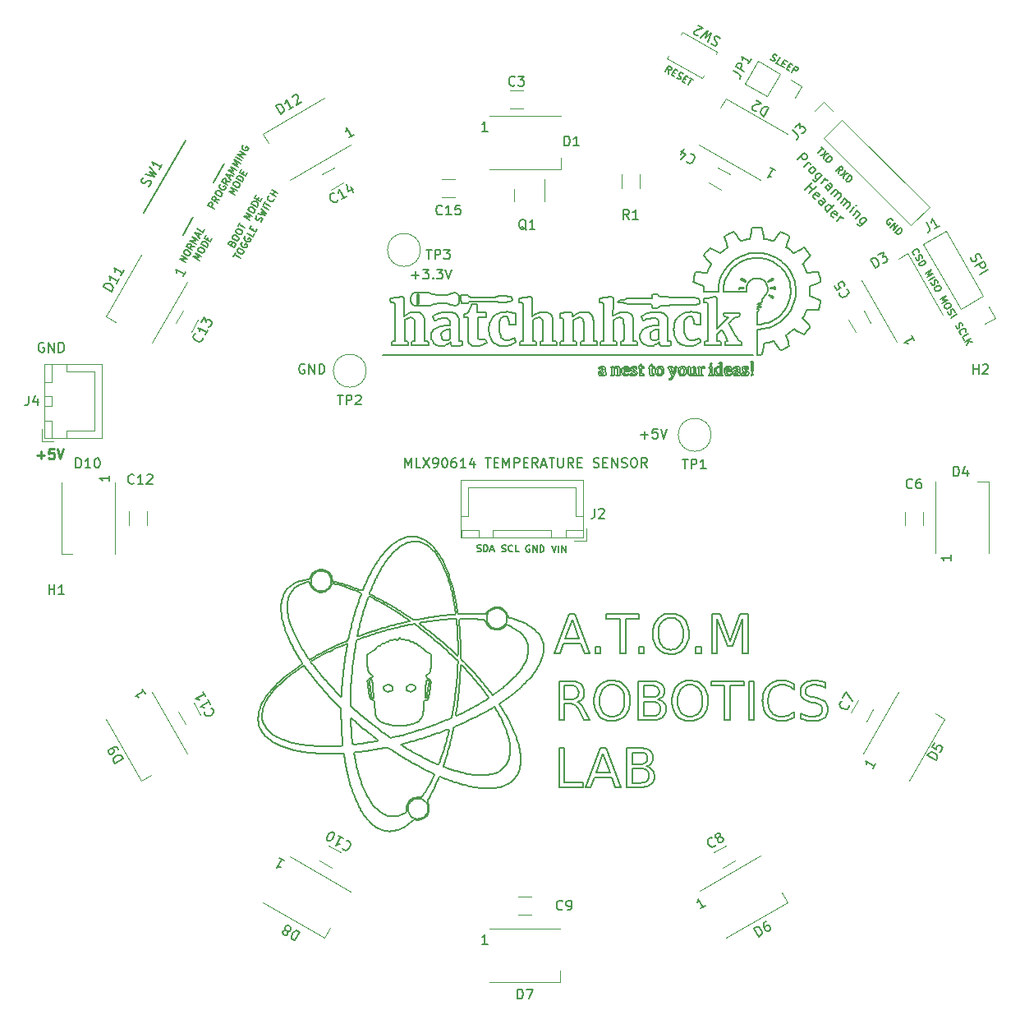
<source format=gto>
%TF.GenerationSoftware,KiCad,Pcbnew,6.0.7-f9a2dced07~116~ubuntu20.04.1*%
%TF.CreationDate,2022-09-09T19:22:18+05:30*%
%TF.ProjectId,ESP12E_Smart_Coaster,45535031-3245-45f5-936d-6172745f436f,rev?*%
%TF.SameCoordinates,Original*%
%TF.FileFunction,Legend,Top*%
%TF.FilePolarity,Positive*%
%FSLAX46Y46*%
G04 Gerber Fmt 4.6, Leading zero omitted, Abs format (unit mm)*
G04 Created by KiCad (PCBNEW 6.0.7-f9a2dced07~116~ubuntu20.04.1) date 2022-09-09 19:22:18*
%MOMM*%
%LPD*%
G01*
G04 APERTURE LIST*
%ADD10C,0.200000*%
%ADD11C,0.175000*%
%ADD12C,0.250000*%
%ADD13C,0.150000*%
%ADD14C,0.120000*%
G04 APERTURE END LIST*
D10*
X116853255Y-114657080D02*
X116716077Y-114440671D01*
X116583073Y-114224454D01*
X116454181Y-114008316D01*
X116329336Y-113792147D01*
X116208477Y-113575836D01*
X116091540Y-113359272D01*
X115978462Y-113142344D01*
X115869180Y-112924941D01*
X169015427Y-78616754D02*
X168934752Y-78802545D01*
X168840989Y-78993968D01*
X168803155Y-79068189D01*
X150244544Y-118836118D02*
X150236056Y-118605605D01*
X150210592Y-118390752D01*
X150168153Y-118191558D01*
X150094819Y-117973197D01*
X149997039Y-117777385D01*
X149896884Y-117631435D01*
X120457223Y-106805792D02*
X120261346Y-106760327D01*
X120243308Y-106755212D01*
X149257909Y-81799256D02*
X149424448Y-81825168D01*
X156992924Y-116747462D02*
X157199178Y-116756347D01*
X157442074Y-116792443D01*
X157668389Y-116856305D01*
X157878123Y-116947934D01*
X158071277Y-117067329D01*
X158247849Y-117214491D01*
X158345834Y-117316116D01*
X117524504Y-124159390D02*
X117323034Y-124134197D01*
X117147202Y-124108188D01*
X121460594Y-106894309D02*
X121649248Y-106955314D01*
X117147202Y-124108188D02*
X116940906Y-124075584D01*
X116821346Y-124057667D01*
X152544382Y-79532142D02*
X152354365Y-79601001D01*
X152338859Y-79606407D01*
X137118591Y-117946597D02*
X137284571Y-117828188D01*
X137455493Y-117702539D01*
X137574227Y-117607334D01*
X154951129Y-84401339D02*
X155151001Y-84410427D01*
X155169700Y-84451724D01*
X148862335Y-85287352D02*
X148862335Y-85287352D01*
X138041251Y-109898909D02*
X137920768Y-109701084D01*
X137778080Y-109553670D01*
X137608589Y-109433497D01*
X137421371Y-109347001D01*
X137225504Y-109300617D01*
X137192656Y-109297239D01*
X140741497Y-78932914D02*
X140727878Y-79133336D01*
X140729002Y-79209725D01*
X127058542Y-112294480D02*
X127100294Y-112427623D01*
X140007300Y-114847053D02*
X140089698Y-114663439D01*
X140103695Y-114633419D01*
X156626950Y-84851943D02*
X156598685Y-85062534D01*
X156487184Y-85240712D01*
X156372770Y-85319178D01*
X148081688Y-79811353D02*
X148081688Y-77854585D01*
X121997352Y-118389058D02*
X121973164Y-119341407D01*
X138589279Y-78833801D02*
X138724595Y-78869126D01*
X145145528Y-109920927D02*
X146679006Y-113944621D01*
X132741019Y-108038435D02*
X132787013Y-108255842D01*
X132829965Y-108465943D01*
X132869780Y-108665513D01*
X132877764Y-108707297D01*
X144097158Y-112459654D02*
X145576735Y-112459654D01*
X147668086Y-118836118D02*
X147676573Y-119065854D01*
X147702037Y-119280062D01*
X147744475Y-119478742D01*
X147817810Y-119696662D01*
X147915589Y-119892221D01*
X148015746Y-120038106D01*
X148344390Y-85233997D02*
X148383525Y-85283617D01*
X153046455Y-77335111D02*
X153046455Y-77177561D01*
X141556004Y-81824133D02*
X141665303Y-81807258D01*
X162143532Y-78864176D02*
X162143532Y-79050125D01*
X139086445Y-122594795D02*
X139150262Y-122770517D01*
X129106766Y-110946494D02*
X129275114Y-111059194D01*
X129454128Y-111192004D01*
X129637867Y-111333792D01*
X129806940Y-111467577D01*
X129949694Y-111582611D01*
X145312621Y-118515408D02*
X145435792Y-118354084D01*
X145498760Y-118164255D01*
X145514749Y-117979095D01*
X160035530Y-80828830D02*
X159786477Y-81078585D01*
X134618387Y-82265777D02*
X134555837Y-82245932D01*
X166468683Y-117194839D02*
X166260975Y-117205169D01*
X166032571Y-117244836D01*
X165826905Y-117314254D01*
X165643980Y-117413423D01*
X165483793Y-117542343D01*
X165412228Y-117617960D01*
X150341565Y-110379083D02*
X150341565Y-113944621D01*
X127348443Y-77246795D02*
X127434570Y-77307890D01*
X170389966Y-120296830D02*
X170534199Y-120152365D01*
X170618562Y-119970961D01*
X170643302Y-119773992D01*
X121418335Y-114572645D02*
X121447907Y-114371505D01*
X121450600Y-114349691D01*
X149794472Y-113944621D02*
X149794472Y-110379083D01*
X114661679Y-116887875D02*
X114812588Y-116750825D01*
X114961703Y-116612870D01*
X115017306Y-116559747D01*
X170384577Y-117262215D02*
X170181058Y-117217873D01*
X169966568Y-117192930D01*
X169853653Y-117189449D01*
X160363413Y-85234137D02*
X160368738Y-85345907D01*
X147685209Y-84452918D02*
X147877894Y-84391222D01*
X148092862Y-84398382D01*
X148246493Y-84504690D01*
X157987107Y-81923749D02*
X157851792Y-82027202D01*
X157688614Y-85284972D02*
X157618489Y-85349232D01*
X156574689Y-82269940D02*
X156376876Y-82238073D01*
X156319101Y-82217965D01*
X122850618Y-129733973D02*
X122772718Y-129544579D01*
X122739160Y-129481886D01*
X132436669Y-125941943D02*
X132513847Y-125970233D01*
X163322768Y-84822807D02*
X163310312Y-84616561D01*
X163301461Y-84413209D01*
X163298048Y-84318000D01*
X144528364Y-109920927D02*
X145145528Y-109920927D01*
X116341089Y-106674915D02*
X116528736Y-106600806D01*
X116733431Y-106534790D01*
X116955678Y-106470767D01*
X117161933Y-106418579D01*
X117318654Y-106388069D01*
X127780393Y-130210398D02*
X127761147Y-129996732D01*
X127774197Y-129762924D01*
X127827685Y-129550671D01*
X127922681Y-129356703D01*
X128060253Y-129177748D01*
X128145340Y-129092879D01*
X153486889Y-80163869D02*
X153695518Y-80151308D01*
X153772526Y-80142659D01*
X118373441Y-114237248D02*
X118556611Y-114155584D01*
X118754181Y-114048740D01*
X118935132Y-113946490D01*
X119033725Y-113889534D01*
X136934308Y-82064958D02*
X136903085Y-82049066D01*
X155992038Y-85324203D02*
X155992038Y-85324203D01*
X137954028Y-111123852D02*
X137811414Y-111265685D01*
X137625644Y-111382944D01*
X137412547Y-111468571D01*
X137187952Y-111515507D01*
X137060541Y-111522241D01*
X160102650Y-72726286D02*
X160444284Y-72445297D01*
X157626338Y-82140773D02*
X157574303Y-82161638D01*
X123835802Y-131172785D02*
X123697509Y-131013892D01*
X123607909Y-130914075D01*
X113673964Y-117918330D02*
X113818058Y-117747514D01*
X113964995Y-117581319D01*
X114115423Y-117419072D01*
X114269986Y-117260096D01*
X114429331Y-117103720D01*
X114594105Y-116949268D01*
X114661679Y-116887875D01*
X139338689Y-77768642D02*
X139332914Y-77581785D01*
X116186785Y-123922600D02*
X115939846Y-123867877D01*
X115682274Y-123798721D01*
X115418688Y-123717061D01*
X115153709Y-123624824D01*
X114891955Y-123523937D01*
X114638047Y-123416328D01*
X114396603Y-123303925D01*
X114172244Y-123188653D01*
X113969588Y-123072443D01*
X113793257Y-122957219D01*
X113692608Y-122881905D01*
X131347609Y-122059250D02*
X131153456Y-122134378D01*
X130943356Y-122206528D01*
X130697257Y-122289147D01*
X130498997Y-122355352D01*
X130256083Y-122436342D01*
X130164241Y-122466951D01*
X150860710Y-85295201D02*
X150860710Y-85170945D01*
X122156643Y-128035573D02*
X122095331Y-127846920D01*
X150456875Y-84521354D02*
X150274712Y-84527954D01*
X151399467Y-84400814D02*
X151505975Y-84426329D01*
X137195423Y-82198353D02*
X137043606Y-82129788D01*
X156569410Y-84587372D02*
X156625733Y-84787749D01*
X156626950Y-84851943D01*
X158479620Y-82030717D02*
X158479620Y-81824883D01*
X152213999Y-79091649D02*
X152234722Y-79072224D01*
X144667195Y-78780917D02*
X144836630Y-78881282D01*
X131352341Y-104128165D02*
X131458447Y-104326011D01*
X131568851Y-104547739D01*
X131663438Y-104745016D01*
X131757333Y-104946635D01*
X131844760Y-105140281D01*
X131936146Y-105352362D01*
X131987896Y-105483036D01*
X161627022Y-76657532D02*
X160430622Y-76657532D01*
X137356017Y-82245843D02*
X137268293Y-82223943D01*
X129974139Y-117742871D02*
X130006082Y-117525887D01*
X130035918Y-117326513D01*
X130069453Y-117107448D01*
X130098111Y-116933041D01*
X124988953Y-104193966D02*
X125091085Y-104042416D01*
X136584139Y-81737623D02*
X136473687Y-81556937D01*
X136384724Y-81358643D01*
X136322784Y-81169611D01*
X116821346Y-124057667D02*
X116632693Y-124022950D01*
X114904410Y-110182176D02*
X114880285Y-109975087D01*
X114865363Y-109822019D01*
X114952076Y-122821046D02*
X115101685Y-122883888D01*
X119609558Y-118174207D02*
X119526296Y-118078698D01*
X158479622Y-84490937D02*
X158479622Y-84606615D01*
X153215120Y-80184779D02*
X153422356Y-80167122D01*
X153486889Y-80163869D01*
X127934475Y-130168044D02*
X128001561Y-130371915D01*
X128089388Y-130558406D01*
X128214485Y-130720624D01*
X128380107Y-130848171D01*
X128455678Y-130891246D01*
X141780904Y-79538987D02*
X141629752Y-79401702D01*
X153650141Y-84856563D02*
X153668949Y-85062690D01*
X153738417Y-85187147D01*
X123553601Y-130815987D02*
X123536156Y-130796757D01*
X127574548Y-123610175D02*
X127651726Y-123651200D01*
X132548861Y-119957823D02*
X132588350Y-119754933D01*
X132596081Y-119700569D01*
X164471659Y-118836118D02*
X164479870Y-118600007D01*
X164504504Y-118376781D01*
X164545561Y-118166442D01*
X164603042Y-117968988D01*
X164697986Y-117740291D01*
X164818592Y-117531729D01*
X164964859Y-117343299D01*
X164997192Y-117308030D01*
X165057666Y-75651033D02*
X165268822Y-75596983D01*
X165336090Y-75565480D01*
X165791468Y-76426484D02*
X165807143Y-76324079D01*
X135545736Y-109905104D02*
X135759560Y-109914577D01*
X135964251Y-109892643D01*
X136006708Y-109839216D01*
X118309189Y-114298238D02*
X118347724Y-114263933D01*
X151160730Y-79759335D02*
X151166292Y-79965965D01*
X151168786Y-80168243D01*
X151170430Y-80371207D01*
X151171581Y-80596253D01*
X151172152Y-80834768D01*
X122175366Y-122959126D02*
X122199877Y-123161725D01*
X122209003Y-123224954D01*
X151068833Y-84598903D02*
X151214849Y-84750988D01*
X151289848Y-84787072D01*
X139042307Y-122427508D02*
X139055080Y-122449018D01*
X144397135Y-83256399D02*
X143224581Y-83256378D01*
X142089135Y-83256317D01*
X140990804Y-83256215D01*
X139929596Y-83256072D01*
X138905519Y-83255888D01*
X137918580Y-83255664D01*
X136968787Y-83255399D01*
X136056147Y-83255093D01*
X135180669Y-83254746D01*
X134342359Y-83254359D01*
X133541225Y-83253931D01*
X132777275Y-83253463D01*
X132050517Y-83252954D01*
X131360958Y-83252404D01*
X130708606Y-83251814D01*
X130093468Y-83251183D01*
X129515552Y-83250512D01*
X128974866Y-83249800D01*
X128471417Y-83249048D01*
X128005213Y-83248256D01*
X127576262Y-83247423D01*
X127184570Y-83246550D01*
X126830147Y-83245636D01*
X126512999Y-83244682D01*
X126233133Y-83243688D01*
X125990559Y-83242653D01*
X125785282Y-83241579D01*
X125486655Y-83239308D01*
X125318642Y-83235602D01*
X153279168Y-85304405D02*
X153080511Y-85352804D01*
X152917449Y-85334705D01*
X127034311Y-124442370D02*
X126865928Y-124317172D01*
X126687141Y-124198152D01*
X126587660Y-124142496D01*
X163891957Y-81899581D02*
X163891957Y-80599134D01*
X165723811Y-76407750D02*
X165791468Y-76426484D01*
X132271412Y-80546027D02*
X132120499Y-80559947D01*
X116632693Y-124022950D02*
X116486620Y-123991667D01*
X126459779Y-130744591D02*
X126665909Y-130735112D01*
X126871552Y-130718973D01*
X126888537Y-130716376D01*
X130490329Y-103318089D02*
X130346714Y-103178801D01*
X130193144Y-103049926D01*
X130030039Y-102919661D01*
X129856674Y-102792437D01*
X129842100Y-102783199D01*
X152120274Y-84401207D02*
X152255589Y-84401207D01*
X157323586Y-85178073D02*
X157397139Y-85142995D01*
X151012630Y-125821661D02*
X151012630Y-127295848D01*
X148008853Y-85317262D02*
X147803537Y-85356885D01*
X147707013Y-85339050D01*
X150341565Y-113944621D02*
X149794472Y-113944621D01*
X153317241Y-84546946D02*
X153181925Y-84546946D01*
X130345018Y-80964580D02*
X130443185Y-80779328D01*
X130518758Y-80685544D01*
X159146261Y-117278385D02*
X159146261Y-116820228D01*
X135257899Y-119172656D02*
X135335755Y-119122533D01*
X124342335Y-111984702D02*
X124147977Y-112046718D01*
X124014606Y-112084429D01*
X157865526Y-84538442D02*
X157813491Y-84466187D01*
X132770271Y-118448598D02*
X132792578Y-118245985D01*
X132802461Y-118174194D01*
X132724176Y-76782436D02*
X132918661Y-76848757D01*
X133087530Y-76965987D01*
X133103928Y-76983213D01*
X161099849Y-79834966D02*
X160982499Y-79939273D01*
X135432682Y-120243476D02*
X135251711Y-120341185D01*
X135064907Y-120439003D01*
X134884798Y-120530009D01*
X134829149Y-120556889D01*
X136441264Y-126428648D02*
X136643723Y-126377013D01*
X136767119Y-126345257D01*
X155966113Y-110732133D02*
X155828034Y-110581926D01*
X155644908Y-110445964D01*
X155438053Y-110352301D01*
X155241863Y-110305685D01*
X155028239Y-110290147D01*
X154857436Y-85754437D02*
X154857517Y-85661267D01*
X162247448Y-85283588D02*
X162073760Y-85358580D01*
X125726243Y-123648881D02*
X125585117Y-123682263D01*
X130338908Y-114761274D02*
X130327988Y-114979573D01*
X130311779Y-115182684D01*
X130284612Y-115412234D01*
X130250405Y-115611178D01*
X130191985Y-115831010D01*
X130122969Y-115972893D01*
X118952208Y-117439269D02*
X118818007Y-117282349D01*
X118716561Y-117153768D01*
X160727815Y-84733929D02*
X160902538Y-84776236D01*
X131677959Y-82249132D02*
X131463835Y-82288118D01*
X131244735Y-82290803D01*
X131089655Y-82274197D01*
X134004740Y-78905741D02*
X134166983Y-78768719D01*
X134234843Y-78666350D01*
X162420733Y-110411424D02*
X161383143Y-113171145D01*
X166945324Y-71989279D02*
X166912879Y-72098450D01*
X133103928Y-76983213D02*
X133190990Y-77165419D01*
X133206424Y-77380422D01*
X133204829Y-77520180D01*
X132925474Y-119837804D02*
X132891043Y-120068085D01*
X132866454Y-120272427D01*
X132900469Y-120369462D01*
X149880713Y-127743224D02*
X149314755Y-127743224D01*
X150682528Y-78875447D02*
X150741178Y-78893987D01*
X128596533Y-78134961D02*
X128408873Y-78038868D01*
X128276519Y-77884552D01*
X128260636Y-77849065D01*
X122095331Y-127846920D02*
X122025017Y-127647061D01*
X121967160Y-127454755D01*
X121964754Y-127445373D01*
X126905713Y-109770566D02*
X126815311Y-109701963D01*
X162224708Y-75451840D02*
X162459860Y-75564017D01*
X157361503Y-79738472D02*
X157314569Y-79530276D01*
X157259598Y-79330392D01*
X157180561Y-79251582D01*
X136340042Y-119741118D02*
X136151655Y-119854174D01*
X135975462Y-119957533D01*
X135828811Y-120037287D01*
X132865156Y-114058895D02*
X132925456Y-114126680D01*
X135921328Y-110610929D02*
X135760287Y-110492097D01*
X135702998Y-110484299D01*
X128369271Y-76936482D02*
X128542185Y-76818806D01*
X128740839Y-76784591D01*
X128988196Y-76772749D01*
X129217939Y-76768336D01*
X129355862Y-76766554D01*
X161862498Y-71008718D02*
X161984851Y-71183543D01*
X162108342Y-71357646D01*
X162188794Y-71465946D01*
X154962817Y-84923651D02*
X154882949Y-84721634D01*
X154794179Y-84536649D01*
X154771724Y-84515053D01*
X147603146Y-84568275D02*
X147572111Y-84508275D01*
X154524267Y-119717396D02*
X154506728Y-119941476D01*
X154454111Y-120142086D01*
X154351026Y-120342613D01*
X154202125Y-120512485D01*
X154157742Y-120550163D01*
X156319101Y-82217965D02*
X156262634Y-82194175D01*
X131467683Y-121003587D02*
X131665190Y-120924144D01*
X131852520Y-120846164D01*
X131965041Y-120798255D01*
X140785742Y-79620474D02*
X140785742Y-80696954D01*
X132447874Y-120563303D02*
X132464224Y-120455181D01*
X118759319Y-107542941D02*
X118962506Y-107555885D01*
X119160574Y-107526260D01*
X119308127Y-107488791D01*
X157930798Y-117631435D02*
X157792719Y-117481228D01*
X157609593Y-117345266D01*
X157402738Y-117251603D01*
X157206548Y-117204987D01*
X156992924Y-117189449D01*
X169670390Y-120922079D02*
X169469531Y-120914435D01*
X169259755Y-120891506D01*
X169061312Y-120857398D01*
X132291708Y-114006670D02*
X132128449Y-113850889D01*
X131970063Y-113702024D01*
X131815982Y-113559564D01*
X131665640Y-113422998D01*
X131482105Y-113259803D01*
X131302417Y-113104023D01*
X131125469Y-112954662D01*
X131090311Y-112925473D01*
X145804877Y-79400262D02*
X145596289Y-79362630D01*
X145377192Y-79395420D01*
X145183073Y-79472635D01*
X145072014Y-79541941D01*
X141842156Y-79682003D02*
X141780904Y-79538987D01*
X146679006Y-113944621D02*
X146113048Y-113944621D01*
X158235016Y-85229953D02*
X158333898Y-85287193D01*
X145739854Y-82236487D02*
X145739854Y-82032449D01*
X154234052Y-78137220D02*
X153912510Y-78160343D01*
X122032602Y-117350957D02*
X122022285Y-117562037D01*
X122015249Y-117764535D01*
X122008908Y-117968634D01*
X122002435Y-118196001D01*
X121997352Y-118389058D01*
X169166418Y-117361931D02*
X169020254Y-117511758D01*
X168941551Y-117702517D01*
X168926560Y-117852429D01*
X157075679Y-85166913D02*
X157274500Y-85197695D01*
X157323586Y-85178073D01*
X147218014Y-113260081D02*
X147786668Y-113260081D01*
X153650138Y-81633818D02*
X153728210Y-81573038D01*
X158345834Y-117316116D02*
X158491797Y-117502452D01*
X158613021Y-117707738D01*
X158709506Y-117931974D01*
X158768881Y-118125006D01*
X158812423Y-118330166D01*
X158840132Y-118547453D01*
X158852007Y-118776869D01*
X158852502Y-118836118D01*
X152843668Y-78851806D02*
X152926925Y-78832036D01*
X150311920Y-120356121D02*
X150145296Y-120519165D01*
X149962091Y-120654575D01*
X149762305Y-120762350D01*
X149545939Y-120842491D01*
X149312992Y-120894996D01*
X149063463Y-120919868D01*
X148959010Y-120922079D01*
X168926560Y-117852429D02*
X168956994Y-118061125D01*
X169066312Y-118238998D01*
X169085567Y-118256685D01*
X133212310Y-121308585D02*
X133017775Y-121387560D01*
X132914027Y-121434177D01*
X129001046Y-113153780D02*
X129194294Y-113203812D01*
X160083350Y-85160379D02*
X160123528Y-84961122D01*
X160124150Y-84839418D01*
X166348410Y-74201163D02*
X166502676Y-74363168D01*
X166638130Y-74523058D01*
X166759498Y-74687385D01*
X166871505Y-74862703D01*
X166978874Y-75055564D01*
X167014450Y-75124882D01*
X153046611Y-84401207D02*
X153181926Y-84401207D01*
X125173531Y-108739454D02*
X124984323Y-108635129D01*
X124778500Y-108525604D01*
X124568244Y-108416914D01*
X124365739Y-108315092D01*
X124183165Y-108226174D01*
X124001538Y-108142364D01*
X123876868Y-108097182D01*
X127520696Y-77368985D02*
X127534780Y-77996847D01*
X120131300Y-106431659D02*
X120182750Y-106546342D01*
X150735709Y-84880128D02*
X150454711Y-84880128D01*
X160124150Y-84839418D02*
X160119478Y-84638996D01*
X160099168Y-84530397D01*
X157917561Y-84551462D02*
X157865526Y-84538442D01*
X135576144Y-77682521D02*
X134228264Y-77675846D01*
X131073225Y-121157666D02*
X131266918Y-121081763D01*
X131456887Y-121007774D01*
X131467683Y-121003587D01*
X162459860Y-75564017D02*
X162645309Y-75649536D01*
X162756156Y-75660466D01*
X162517235Y-84427345D02*
X162717339Y-84381757D01*
X162891703Y-84403165D01*
X155028239Y-113580790D02*
X155241863Y-113565251D01*
X155438053Y-113518635D01*
X155644908Y-113424972D01*
X155828034Y-113289010D01*
X155966113Y-113138804D01*
X128490985Y-110920112D02*
X128363419Y-110950479D01*
X124416909Y-122581818D02*
X124261165Y-122455707D01*
X124101707Y-122332628D01*
X124036796Y-122290264D01*
X136347234Y-79946589D02*
X136372479Y-79873734D01*
X162158974Y-76249103D02*
X162018451Y-76235505D01*
X150712107Y-85184247D02*
X150677562Y-85271547D01*
X154857517Y-85661267D02*
X154917089Y-85580030D01*
X132331120Y-122916232D02*
X132295973Y-123113202D01*
X132296620Y-123113460D01*
X144035172Y-117267605D02*
X144035172Y-118695976D01*
X119704603Y-107248149D02*
X119835105Y-107090712D01*
X119946037Y-106885904D01*
X120006395Y-106667612D01*
X120015385Y-106439905D01*
X119972212Y-106206854D01*
X119930817Y-106089596D01*
X122379634Y-114040953D02*
X122349752Y-114240906D01*
X122344812Y-114263907D01*
X153768744Y-78272825D02*
X153624980Y-78385307D01*
X161872775Y-85317233D02*
X161667139Y-85356790D01*
X161569235Y-85338750D01*
X126139008Y-117864666D02*
X126139008Y-117864666D01*
X157740784Y-78858677D02*
X157798024Y-78876092D01*
X127094341Y-124471920D02*
X127034311Y-124442370D01*
X131637813Y-125326122D02*
X131573896Y-125518463D01*
X131575983Y-125640566D01*
X126330928Y-112620262D02*
X126471834Y-112514139D01*
X133076942Y-113472125D02*
X133076942Y-113472125D01*
X122772459Y-123302676D02*
X122772459Y-123302676D01*
X129666902Y-128302407D02*
X129721922Y-128221306D01*
X161310865Y-78864176D02*
X162143532Y-78864176D01*
X137103838Y-77200388D02*
X137320919Y-77150284D01*
X137545891Y-77111344D01*
X137774156Y-77111461D01*
X137986850Y-77142814D01*
X138227807Y-77189433D01*
X138285467Y-77200994D01*
X129118072Y-122799537D02*
X128926354Y-122863419D01*
X128729771Y-122921432D01*
X128716525Y-122924535D01*
X133201601Y-109924394D02*
X133409305Y-109909723D01*
X133685604Y-109902133D01*
X133940871Y-109897790D01*
X134221282Y-109894735D01*
X134512409Y-109893087D01*
X134799819Y-109892966D01*
X135069083Y-109894488D01*
X135305770Y-109897774D01*
X135545736Y-109905104D01*
X127900186Y-82236395D02*
X127067523Y-82236395D01*
X167128968Y-117321506D02*
X166931313Y-117254708D01*
X166725764Y-117212651D01*
X166512319Y-117195333D01*
X166468683Y-117194839D01*
X137803230Y-79226122D02*
X137617496Y-79316111D01*
X137538048Y-79396926D01*
X121345065Y-124505919D02*
X121308610Y-124301756D01*
X121102381Y-124256294D01*
X121026971Y-124262481D01*
X131879025Y-123006731D02*
X131927105Y-122805280D01*
X131947747Y-122736179D01*
X134022959Y-127587941D02*
X133825595Y-127541242D01*
X133601650Y-127483358D01*
X133363421Y-127417925D01*
X133123208Y-127348577D01*
X132893310Y-127278952D01*
X132686026Y-127212684D01*
X132477460Y-127140109D01*
X132388499Y-127104764D01*
X161146977Y-73794415D02*
X160979249Y-73963571D01*
X160829092Y-74131013D01*
X160693831Y-74300400D01*
X160570790Y-74475393D01*
X160457291Y-74659653D01*
X160350659Y-74856839D01*
X160309330Y-74940153D01*
X139444044Y-123877841D02*
X139477261Y-124076480D01*
X139514381Y-124365903D01*
X139536285Y-124644793D01*
X139543009Y-124912825D01*
X139534586Y-125169676D01*
X139511051Y-125415022D01*
X139472439Y-125648538D01*
X139418785Y-125869901D01*
X139350123Y-126078786D01*
X139266488Y-126274869D01*
X139167915Y-126457827D01*
X141556004Y-82030345D02*
X141556004Y-81824133D01*
X137650769Y-127656160D02*
X137436699Y-127717075D01*
X137192991Y-127767865D01*
X136994576Y-127799005D01*
X136785735Y-127823949D01*
X136569142Y-127842481D01*
X136347475Y-127854387D01*
X136123409Y-127859453D01*
X135899621Y-127857465D01*
X135678787Y-127848207D01*
X135463583Y-127831465D01*
X113682955Y-118260054D02*
X113577171Y-118417956D01*
X132666724Y-78892577D02*
X132744799Y-78928044D01*
X121606319Y-112969945D02*
X121537657Y-113002113D01*
X151020715Y-85124758D02*
X151120474Y-85229618D01*
X170368406Y-116798668D02*
X170571956Y-116839922D01*
X170778693Y-116893278D01*
X170969401Y-116952285D01*
X125053921Y-105414071D02*
X125020164Y-105484496D01*
X158229977Y-74711169D02*
X158448254Y-74725653D01*
X158658517Y-74738755D01*
X158722106Y-74741950D01*
X119822641Y-117176309D02*
X119999996Y-117371912D01*
X120143411Y-117526777D01*
X120290455Y-117683211D01*
X120436375Y-117836334D01*
X120576417Y-117981260D01*
X120745780Y-118153307D01*
X120913738Y-118318035D01*
X121027779Y-118414194D01*
X127866125Y-122236490D02*
X128059317Y-122179988D01*
X128174829Y-122149494D01*
X158376410Y-84385097D02*
X158479622Y-84375235D01*
X158438063Y-76657529D02*
X158437813Y-76392117D01*
X132102129Y-127013346D02*
X131909858Y-126932077D01*
X131793422Y-126888286D01*
X147759027Y-81827448D02*
X147920359Y-81797808D01*
X148092111Y-84696454D02*
X147951503Y-84548562D01*
X147919195Y-84547507D01*
X154062973Y-78851386D02*
X154138658Y-78872543D01*
X162670354Y-84973528D02*
X162492918Y-84873482D01*
X162370944Y-84708505D01*
X153986938Y-82259005D02*
X153866201Y-82094822D01*
X153858374Y-81975136D01*
X150350687Y-84776076D02*
X150527615Y-84776076D01*
X112928242Y-122115187D02*
X112893943Y-122084422D01*
X122989642Y-129966324D02*
X122888466Y-129793658D01*
X122859978Y-129759690D01*
X126114253Y-77582672D02*
X126108403Y-77394680D01*
X126493997Y-122595904D02*
X126494103Y-122595938D01*
X147298865Y-126258258D02*
X148778442Y-126258258D01*
X164126229Y-80065200D02*
X163892032Y-80077823D01*
X147730072Y-123719530D02*
X148347236Y-123719530D01*
X151729927Y-84418010D02*
X151821555Y-84286761D01*
X129942527Y-116102062D02*
X129786835Y-116229338D01*
X129776244Y-116365564D01*
X148841416Y-84466965D02*
X148962912Y-84392933D01*
X145137444Y-119275410D02*
X144948422Y-119185136D01*
X144744525Y-119147995D01*
X144628081Y-119143353D01*
X162976282Y-84911748D02*
X163048452Y-85104467D01*
X162948749Y-85285326D01*
X162891240Y-85322530D01*
X164641113Y-82021451D02*
X164597651Y-82218354D01*
X164558120Y-82432267D01*
X164528890Y-82599284D01*
X155127957Y-118836118D02*
X155135873Y-118603670D01*
X155159623Y-118383351D01*
X155199207Y-118175159D01*
X155254623Y-117979095D01*
X155346160Y-117751069D01*
X155462436Y-117541993D01*
X155603452Y-117351867D01*
X155634624Y-117316116D01*
X125293562Y-130445303D02*
X125473366Y-130540374D01*
X125550815Y-130573936D01*
X125455877Y-132206781D02*
X125327248Y-132171044D01*
X153145246Y-78359762D02*
X153145246Y-78359762D01*
X161169115Y-85174668D02*
X161265839Y-85183150D01*
X163891918Y-78200505D02*
X164066215Y-78101731D01*
X164190840Y-78074682D01*
X162846963Y-85121278D02*
X162697569Y-84986956D01*
X162670354Y-84973528D01*
X162931742Y-84668146D02*
X162843279Y-84588772D01*
X152121524Y-85203811D02*
X152225693Y-85178558D01*
X124315086Y-117693993D02*
X124298726Y-117482173D01*
X124281020Y-117247872D01*
X124266285Y-117047258D01*
X124251771Y-116837283D01*
X124248501Y-116776454D01*
X163132988Y-75622398D02*
X162990217Y-75793098D01*
X162894324Y-75978218D01*
X162840371Y-76190869D01*
X162823686Y-76409829D01*
X162823423Y-76444162D01*
X118630015Y-114349583D02*
X118459808Y-114458694D01*
X118381863Y-114500918D01*
X118294408Y-116639518D02*
X118166115Y-116469713D01*
X118069417Y-116352545D01*
X125302153Y-132166169D02*
X125242123Y-132152654D01*
X137780033Y-117434528D02*
X137958323Y-117292441D01*
X138119150Y-117154860D01*
X138283139Y-117006522D01*
X138446290Y-116851050D01*
X138604597Y-116692064D01*
X138630230Y-116665480D01*
X122697355Y-112538254D02*
X122603376Y-112721960D01*
X122601049Y-112732407D01*
X167206359Y-70950135D02*
X167188594Y-71157841D01*
X167133249Y-71353693D01*
X167065220Y-71585369D01*
X166998275Y-71811101D01*
X166945324Y-71989279D01*
X138560615Y-82153183D02*
X138505100Y-82170486D01*
X145302676Y-82236477D02*
X144459599Y-82236477D01*
X128596542Y-78134964D02*
X128596542Y-78134964D01*
X127623046Y-79567793D02*
X127567109Y-79626173D01*
X151689085Y-113260081D02*
X152257738Y-113260081D01*
X138603297Y-82137561D02*
X138560615Y-82153183D01*
X148591826Y-82236414D02*
X147759159Y-82236414D01*
X129863696Y-118737436D02*
X129696723Y-118771906D01*
X162208560Y-85233983D02*
X162247448Y-85283588D01*
X161088265Y-84747342D02*
X161041504Y-84547620D01*
X161026825Y-84532014D01*
X136006708Y-109839216D02*
X136123183Y-109671646D01*
X136283573Y-109496066D01*
X136459200Y-109358786D01*
X136648773Y-109260506D01*
X136851002Y-109201929D01*
X137064597Y-109183753D01*
X137197673Y-109192532D01*
X154961670Y-82225337D02*
X154842698Y-82245445D01*
X113117185Y-119254679D02*
X113041963Y-119444750D01*
X112978251Y-119637001D01*
X112979447Y-119649134D01*
X145302676Y-81825233D02*
X145302676Y-82030853D01*
X130498685Y-126334867D02*
X130307421Y-126246213D01*
X130124164Y-126158159D01*
X129923924Y-126059845D01*
X129715841Y-125955859D01*
X129509054Y-125850787D01*
X129312704Y-125749215D01*
X129095866Y-125634159D01*
X129021695Y-125593682D01*
X165807090Y-76324103D02*
X165752722Y-76233270D01*
X150173757Y-84733768D02*
X150350687Y-84776076D01*
X138866653Y-81481661D02*
X138905428Y-81476636D01*
X133520213Y-82017848D02*
X133495640Y-82216606D01*
X133488991Y-82218207D01*
X150959556Y-85325619D02*
X150959556Y-85325619D01*
X152338859Y-79606407D02*
X152218667Y-79660339D01*
X158038343Y-80051715D02*
X157733606Y-80046015D01*
X119308127Y-107488791D02*
X119308127Y-107488791D01*
X117318654Y-106388069D02*
X117518348Y-106360240D01*
X117541606Y-106356711D01*
X125458405Y-122189272D02*
X125619899Y-122313262D01*
X125796428Y-122443196D01*
X125969392Y-122562575D01*
X126151303Y-122664886D01*
X126164252Y-122667139D01*
X162259553Y-75383367D02*
X162224708Y-75451840D01*
X165379384Y-77260743D02*
X165503325Y-77346554D01*
X143932761Y-112912421D02*
X143566235Y-113944621D01*
X122945316Y-126766483D02*
X123007462Y-126964237D01*
X123074342Y-127154364D01*
X123152288Y-127364770D01*
X123234527Y-127577412D01*
X123314284Y-127774247D01*
X123384788Y-127937232D01*
X127118925Y-132036596D02*
X126913765Y-132125021D01*
X126711374Y-132187778D01*
X126497169Y-132233703D01*
X126305360Y-132258633D01*
X131897566Y-82154586D02*
X131714586Y-82236096D01*
X131677959Y-82249132D01*
X155336231Y-84453392D02*
X155523577Y-84401357D01*
X159253023Y-84396353D02*
X159269986Y-84606202D01*
X159275343Y-84818376D01*
X171211954Y-119733566D02*
X171198120Y-119942926D01*
X171147015Y-120162032D01*
X171058252Y-120354057D01*
X170931833Y-120518999D01*
X170818479Y-120620234D01*
X153529123Y-82105230D02*
X153471883Y-82132237D01*
X158994827Y-85230119D02*
X159052067Y-85223519D01*
X156262798Y-78928494D02*
X156387695Y-78875972D01*
X147759159Y-82236414D02*
X147759027Y-82031992D01*
X138592821Y-77261196D02*
X138641533Y-77328846D01*
X123600266Y-112220644D02*
X123420186Y-112288812D01*
X151818447Y-125379675D02*
X152026607Y-125367949D01*
X152237020Y-125321773D01*
X152411356Y-125231447D01*
X163194987Y-71215298D02*
X163228566Y-71012860D01*
X163257229Y-70828860D01*
X162996804Y-84674746D02*
X162931742Y-84668146D01*
X119522512Y-116845678D02*
X119663354Y-116999210D01*
X119799528Y-117150462D01*
X119822641Y-117176309D01*
X163976933Y-75311581D02*
X163770250Y-75314822D01*
X163573189Y-75355330D01*
X163363856Y-75445751D01*
X163198166Y-75562161D01*
X163132988Y-75622398D01*
X127506081Y-79217983D02*
X127624494Y-79134715D01*
X157429813Y-85304142D02*
X157410411Y-85259922D01*
X133707669Y-79363700D02*
X133707669Y-79188970D01*
X135537391Y-77261236D02*
X136846603Y-77261236D01*
X156492556Y-79579718D02*
X156428432Y-79763498D01*
X136767119Y-126345257D02*
X136955596Y-126276056D01*
X137028700Y-126241624D01*
X122691147Y-107541029D02*
X122577511Y-107501031D01*
X155018910Y-82217155D02*
X154961670Y-82225337D01*
X151568486Y-77954904D02*
X151279173Y-77953618D01*
X151041348Y-77952291D01*
X150795328Y-77950126D01*
X150584653Y-77946145D01*
X150380178Y-77925748D01*
X150360257Y-77910519D01*
X146494441Y-78846179D02*
X146530884Y-78853964D01*
X137043606Y-82129788D02*
X136934308Y-82064958D01*
X152917298Y-85334681D02*
X152846485Y-85146043D01*
X152838477Y-84926768D01*
X152838290Y-84868329D01*
X158437813Y-76392117D02*
X158437563Y-76126705D01*
X167407826Y-74731982D02*
X167275995Y-74516930D01*
X167158165Y-74351074D01*
X167027370Y-74184676D01*
X166886562Y-74020773D01*
X166738696Y-73862400D01*
X166586725Y-73712594D01*
X166433603Y-73574390D01*
X166232756Y-73413413D01*
X166042116Y-73285657D01*
X165952812Y-73236486D01*
X122034104Y-121428760D02*
X122054722Y-121639355D01*
X122066294Y-121792907D01*
X163620028Y-120843923D02*
X163075629Y-120843923D01*
X139342280Y-123412169D02*
X139393305Y-123607561D01*
X139433781Y-123821627D01*
X139444044Y-123877841D01*
X155284246Y-77280993D02*
X155487479Y-77289873D01*
X155710385Y-77296689D01*
X155928113Y-77302111D01*
X156164057Y-77307026D01*
X156408043Y-77311175D01*
X156554063Y-77313190D01*
X127913182Y-121343783D02*
X127706175Y-121382053D01*
X127496620Y-121399402D01*
X127250537Y-121410629D01*
X127041453Y-121414604D01*
X126833131Y-121413636D01*
X126590147Y-121404778D01*
X126545549Y-121401916D01*
X159063467Y-84550507D02*
X159000512Y-84536685D01*
X121691028Y-126389147D02*
X121648490Y-126188310D01*
X121607090Y-125994690D01*
X132350921Y-120637770D02*
X132447874Y-120563303D01*
X166912879Y-72098450D02*
X167114681Y-72242840D01*
X132271412Y-81034502D02*
X132271412Y-80546027D01*
X122492970Y-124982858D02*
X122535463Y-125189337D01*
X122583936Y-125412557D01*
X122635323Y-125639365D01*
X122686561Y-125856612D01*
X122734587Y-126051146D01*
X122790591Y-126260297D01*
X126977471Y-112450781D02*
X127058542Y-112294480D01*
X121061252Y-118337131D02*
X121074300Y-118099659D01*
X121088056Y-117878198D01*
X121103753Y-117642816D01*
X121120458Y-117406497D01*
X121137242Y-117182224D01*
X121156912Y-116938601D01*
X121176197Y-116733579D01*
X130922871Y-82217900D02*
X130827231Y-82188725D01*
X142992192Y-113944621D02*
X144528364Y-109920927D01*
X141337591Y-78874194D02*
X141556034Y-78820223D01*
X141755958Y-78797606D01*
X141981934Y-78791286D01*
X142139034Y-78806109D01*
X136486699Y-118045989D02*
X136616449Y-118203577D01*
X136665209Y-118242810D01*
X151670220Y-120843923D02*
X151670220Y-116820228D01*
X128294883Y-122111604D02*
X128437417Y-122066859D01*
X152608094Y-124773291D02*
X152580427Y-124566488D01*
X152478216Y-124379825D01*
X152411356Y-124317829D01*
X157701329Y-81589226D02*
X157774777Y-81559324D01*
X167110103Y-120825058D02*
X166907658Y-120876221D01*
X166697845Y-120908435D01*
X166480663Y-120921700D01*
X166436343Y-120922079D01*
X123698543Y-112186107D02*
X123600266Y-112220644D01*
X127969005Y-123849844D02*
X128142924Y-123953767D01*
X128174810Y-123971049D01*
X113577171Y-118417956D02*
X113497837Y-118551520D01*
X134476293Y-77974195D02*
X134675117Y-77948680D01*
X134766082Y-77948178D01*
X159908187Y-76657529D02*
X159173124Y-76657529D01*
X160124125Y-84112436D02*
X160046054Y-84106061D01*
X147405190Y-82030637D02*
X147405190Y-82236487D01*
X138207343Y-110098488D02*
X138310150Y-110271865D01*
X138379183Y-110294688D01*
X136333667Y-111099011D02*
X136495693Y-111231456D01*
X136680418Y-111326321D01*
X136881696Y-111390185D01*
X137054980Y-111413480D01*
X155355506Y-84846954D02*
X155411830Y-84650466D01*
X155417606Y-84524611D01*
X118018489Y-114451382D02*
X118197884Y-114348554D01*
X118309237Y-114298245D01*
X156324326Y-85184608D02*
X156404754Y-84996395D01*
X156410033Y-84773489D01*
X156343754Y-84571954D01*
X156309438Y-84537408D01*
X162018451Y-76235505D02*
X162018451Y-76322598D01*
X158278458Y-118836118D02*
X158269970Y-118605605D01*
X158244506Y-118390752D01*
X158202067Y-118191558D01*
X158128733Y-117973197D01*
X158030953Y-117777385D01*
X157930798Y-117631435D01*
X149091371Y-81773351D02*
X149257909Y-81799256D01*
X152880160Y-80250179D02*
X152984251Y-80227829D01*
X161569235Y-85338750D02*
X161569235Y-85338750D01*
X162756153Y-75660466D02*
X162694930Y-75577829D01*
X123032704Y-110744294D02*
X122978793Y-110943360D01*
X122964117Y-111005390D01*
X149643381Y-78874179D02*
X149861824Y-78820208D01*
X150061748Y-78797591D01*
X150287725Y-78791271D01*
X150444824Y-78806094D01*
X121509442Y-113020532D02*
X121317911Y-113086215D01*
X121112817Y-113176183D01*
X120897775Y-113272153D01*
X120846898Y-113294938D01*
X155620147Y-81714231D02*
X155520707Y-81549420D01*
X123781612Y-117245052D02*
X123751369Y-117035338D01*
X123741536Y-116828013D01*
X123766012Y-116736461D01*
X155028239Y-109848161D02*
X155234493Y-109857046D01*
X155477389Y-109893142D01*
X155703704Y-109957004D01*
X155913438Y-110048633D01*
X156106592Y-110168028D01*
X156283164Y-110315189D01*
X156381149Y-110416814D01*
X145855875Y-78803205D02*
X146078846Y-78789890D01*
X146285707Y-78800343D01*
X146484928Y-78841550D01*
X146494441Y-78846179D01*
X139055080Y-122449018D02*
X139086445Y-122594795D01*
X117673172Y-114477107D02*
X117766275Y-114604505D01*
X127881999Y-112601870D02*
X128020463Y-112615550D01*
X147600710Y-117316116D02*
X147768176Y-117152294D01*
X147952223Y-117016239D01*
X148152851Y-116907951D01*
X148370059Y-116827428D01*
X148603849Y-116774672D01*
X148802818Y-116752459D01*
X148959010Y-116747462D01*
X161467027Y-84568269D02*
X161435992Y-84508269D01*
X128809471Y-110487173D02*
X128809471Y-110487173D01*
X151547969Y-82031300D02*
X151547969Y-82236511D01*
X129935495Y-129365110D02*
X130031815Y-129574473D01*
X130082886Y-129804649D01*
X130089894Y-130043464D01*
X130054023Y-130278743D01*
X129976460Y-130498312D01*
X129858389Y-130689997D01*
X129800084Y-130756136D01*
X139453434Y-82236507D02*
X139453434Y-82031191D01*
X147638773Y-77581210D02*
X147632998Y-77394895D01*
X132296620Y-123113460D02*
X132276265Y-123177337D01*
X125412635Y-117352857D02*
X125379350Y-117530967D01*
X144969598Y-80695265D02*
X144969598Y-81773415D01*
X141118820Y-81825262D02*
X141118820Y-82030883D01*
X168754077Y-117054697D02*
X168932689Y-116934983D01*
X169138383Y-116844673D01*
X169336247Y-116790667D01*
X169554008Y-116758263D01*
X169791667Y-116747462D01*
X126164252Y-122667139D02*
X126369822Y-122626583D01*
X126493997Y-122595904D01*
X149070515Y-85337946D02*
X148869009Y-85321339D01*
X148862335Y-85287352D01*
X152468901Y-82227205D02*
X152284982Y-82136380D01*
X152246131Y-82111487D01*
X117833213Y-124193912D02*
X117628783Y-124170803D01*
X117524504Y-124159390D01*
X152917449Y-85334705D02*
X152917298Y-85334681D01*
X154020295Y-117078952D02*
X154167679Y-117221957D01*
X154272954Y-117392250D01*
X154336119Y-117589830D01*
X154357175Y-117814698D01*
X167369465Y-76627196D02*
X167361571Y-76873136D01*
X167338242Y-77112831D01*
X167299391Y-77346504D01*
X167244935Y-77574378D01*
X167174786Y-77796677D01*
X167088859Y-78013624D01*
X166987069Y-78225442D01*
X166869331Y-78432353D01*
X166735559Y-78634582D01*
X166585668Y-78832351D01*
X166476743Y-78961830D01*
X159052067Y-85223519D02*
X159057842Y-84887014D01*
X164661958Y-72756266D02*
X164412190Y-72721292D01*
X164162715Y-72700357D01*
X163914288Y-72693360D01*
X163667668Y-72700202D01*
X163423613Y-72720781D01*
X163182879Y-72754998D01*
X162946225Y-72802753D01*
X162714407Y-72863944D01*
X162488184Y-72938472D01*
X162268314Y-73026237D01*
X162125637Y-73092051D01*
X121212265Y-116339123D02*
X121230774Y-116115973D01*
X121250166Y-115912943D01*
X121274410Y-115693031D01*
X121302062Y-115463053D01*
X121331860Y-115224356D01*
X159723108Y-77310809D02*
X159812901Y-77374102D01*
X158417172Y-77776994D02*
X158417172Y-77581597D01*
X151505975Y-84426329D02*
X151505975Y-84549155D01*
X128643822Y-80771268D02*
X128641350Y-80508512D01*
X128638631Y-80289850D01*
X128633997Y-80058461D01*
X128625384Y-79849650D01*
X128601150Y-79648185D01*
X128551025Y-79515308D01*
X137163361Y-78955886D02*
X137312228Y-78883233D01*
X153060860Y-116820228D02*
X153284274Y-116829323D01*
X153487603Y-116856611D01*
X153699432Y-116911438D01*
X153883921Y-116991026D01*
X154020295Y-117078952D01*
X159932374Y-76350483D02*
X159908187Y-76657529D01*
X136259210Y-109666268D02*
X136157119Y-109842543D01*
X136078636Y-110040969D01*
X136033458Y-110219337D01*
X157224297Y-82269867D02*
X157011761Y-82284684D01*
X156802691Y-82291634D01*
X156666003Y-82289157D01*
X152818307Y-123978254D02*
X152965691Y-124121259D01*
X153070966Y-124291552D01*
X153134131Y-124489132D01*
X153155187Y-124714000D01*
X153259460Y-79431037D02*
X153056690Y-79434563D01*
X152838611Y-79459931D01*
X152637244Y-79502614D01*
X152544382Y-79532142D01*
X134880472Y-127760050D02*
X134679266Y-127731556D01*
X134640500Y-127726068D01*
X124778968Y-121698971D02*
X124951861Y-121822326D01*
X125072731Y-121918479D01*
X167511337Y-72553819D02*
X167673752Y-72683971D01*
X167882323Y-72636778D01*
X168003869Y-72566122D01*
X131622038Y-110473225D02*
X131416670Y-110495011D01*
X131262545Y-110508482D01*
X133020620Y-79191196D02*
X133041342Y-79218001D01*
X115241262Y-111451296D02*
X115204164Y-111324544D01*
X156309438Y-84537408D02*
X156101359Y-84534555D01*
X156010606Y-84642774D01*
X147218014Y-113944621D02*
X147218014Y-113260081D01*
X133322161Y-115704587D02*
X133313742Y-115914731D01*
X133303383Y-116142949D01*
X133291743Y-116355586D01*
X133277255Y-116576976D01*
X133262562Y-116776741D01*
X133244241Y-117010139D01*
X133227637Y-117214754D01*
X133215016Y-117368163D01*
X119068027Y-116284254D02*
X119192495Y-116460161D01*
X119338969Y-116625021D01*
X119368156Y-116655865D01*
X150468232Y-127743224D02*
X150468232Y-123719530D01*
X132388499Y-127104764D02*
X132234145Y-127057836D01*
X112903186Y-120746751D02*
X112966146Y-120987598D01*
X113053483Y-121217453D01*
X113165473Y-121436692D01*
X113302390Y-121645691D01*
X113464512Y-121844827D01*
X113652113Y-122034475D01*
X113809701Y-122170712D01*
X113981893Y-122301982D01*
X114104858Y-122386816D01*
X146530884Y-78853964D02*
X146710097Y-78958170D01*
X146766779Y-79007577D01*
X140729002Y-79209725D02*
X140767860Y-79192610D01*
X146040282Y-120843923D02*
X145525529Y-119811722D01*
X161088264Y-84747541D02*
X161088265Y-84747342D01*
X152246131Y-82111487D02*
X152095166Y-81970591D01*
X151989588Y-81851278D01*
X132236764Y-106837854D02*
X132179916Y-106641000D01*
X132117875Y-106437623D01*
X132053043Y-106234761D01*
X131987827Y-106039457D01*
X131909428Y-105816682D01*
X131826129Y-105598824D01*
X131771207Y-105474640D01*
X155148788Y-85442510D02*
X155152688Y-85340121D01*
X131724915Y-123542242D02*
X131748007Y-123490792D01*
X130054446Y-78177061D02*
X129388312Y-78175936D01*
X165336090Y-75565480D02*
X165336090Y-75565480D01*
X159204453Y-73836868D02*
X158853215Y-73455943D01*
X133707669Y-79014244D02*
X133843197Y-78959989D01*
X125379350Y-117530967D02*
X125462588Y-117728738D01*
X125647608Y-117847394D01*
X125863912Y-117893348D01*
X126069383Y-117880808D01*
X126139008Y-117864666D01*
X162370944Y-84708505D02*
X162415088Y-84504997D01*
X162517235Y-84427345D01*
X130164410Y-116631174D02*
X130234153Y-116712155D01*
X153046463Y-78177435D02*
X153046463Y-78015669D01*
X127567109Y-81773333D02*
X127733648Y-81799238D01*
X169377971Y-76634332D02*
X169377305Y-77140514D01*
X155492904Y-79681123D02*
X155543919Y-79592650D01*
X125020164Y-105484496D02*
X125004841Y-105532728D01*
X133202135Y-80774051D02*
X133210415Y-81820089D01*
X164353340Y-78000094D02*
X164157623Y-77954982D01*
X132402364Y-125927784D02*
X132436669Y-125941943D01*
X122138316Y-122667570D02*
X122165334Y-122873652D01*
X122175366Y-122959126D01*
X135222529Y-119203233D02*
X135257899Y-119172656D01*
X130177064Y-127461088D02*
X130198544Y-127401058D01*
X136846603Y-77261236D02*
X137103838Y-77200388D01*
X156887817Y-111936816D02*
X156879900Y-112168673D01*
X156856150Y-112388572D01*
X156816566Y-112596511D01*
X156761150Y-112792491D01*
X156669613Y-113020648D01*
X156553337Y-113230119D01*
X156412320Y-113420904D01*
X156381149Y-113456819D01*
X133707669Y-79188970D02*
X133707669Y-79014244D01*
X155169700Y-84451724D02*
X155106130Y-84516066D01*
X127706302Y-79509413D02*
X127623046Y-79567793D01*
X129494006Y-128590712D02*
X129581151Y-128450271D01*
X130168927Y-78116994D02*
X130054446Y-78177061D01*
X151855646Y-85334681D02*
X151784832Y-85146043D01*
X151776824Y-84926768D01*
X151776637Y-84868329D01*
X155966113Y-113138804D02*
X156084263Y-112961878D01*
X156177968Y-112762593D01*
X156247228Y-112540947D01*
X156286272Y-112339161D01*
X156308340Y-112121847D01*
X156313773Y-111936816D01*
X125318642Y-83235602D02*
X125318642Y-83235602D01*
X169054925Y-74748133D02*
X169205733Y-74735405D01*
X122577511Y-107501031D02*
X122463805Y-107455281D01*
X121964754Y-127445373D02*
X121913215Y-127247762D01*
X121858096Y-127038122D01*
X121827183Y-126920805D01*
X152184249Y-79673674D02*
X152088201Y-79485798D01*
X152072320Y-79453538D01*
X164190840Y-78074682D02*
X164353340Y-78000094D01*
X167115493Y-116844484D02*
X167311988Y-116912912D01*
X167500588Y-117000290D01*
X167681293Y-117106618D01*
X167716487Y-117130158D01*
X117901806Y-114808062D02*
X117987561Y-114929451D01*
X144035172Y-118695976D02*
X144719712Y-118695976D01*
X126815311Y-109701963D02*
X126639297Y-109605657D01*
X126589096Y-109573702D01*
X151560587Y-77400406D02*
X151804130Y-77399441D01*
X152015637Y-77398193D01*
X152252205Y-77395975D01*
X152483349Y-77392096D01*
X152707506Y-77384061D01*
X152885123Y-77365816D01*
X125072731Y-121918479D02*
X125232548Y-122039743D01*
X125254810Y-122050132D01*
X143490774Y-123719530D02*
X144035172Y-123719530D01*
X112692249Y-119552514D02*
X112722441Y-119457811D01*
X140681932Y-111288414D02*
X140842880Y-111409204D01*
X140858532Y-111417042D01*
X129842100Y-102783199D02*
X129650124Y-102675858D01*
X129454603Y-102586651D01*
X129256658Y-102515817D01*
X129057413Y-102463598D01*
X128857989Y-102430235D01*
X128610168Y-102415414D01*
X128366014Y-102430902D01*
X128269871Y-102445690D01*
X156783071Y-84513985D02*
X156731036Y-84453812D01*
X154157742Y-120550163D02*
X153982556Y-120664626D01*
X153777709Y-120750975D01*
X153578518Y-120802613D01*
X153357535Y-120833595D01*
X153156736Y-120843636D01*
X153114761Y-120843923D01*
X138807852Y-78895376D02*
X138929933Y-78924933D01*
X162140449Y-109920927D02*
X162951657Y-109920927D01*
X137191627Y-126190564D02*
X137213032Y-126166227D01*
X149048195Y-78928052D02*
X149032814Y-79133668D01*
X149071850Y-79194392D01*
X127567109Y-80699753D02*
X127567109Y-81773333D01*
X165542213Y-77270760D02*
X165574387Y-77188488D01*
X136665209Y-118242810D02*
X136844076Y-118134738D01*
X137012847Y-118020406D01*
X137118612Y-117946606D01*
X119037840Y-116253257D02*
X119068027Y-116284254D01*
X135789253Y-81600585D02*
X135970239Y-81686037D01*
X135992065Y-81751605D01*
X135527644Y-79363715D02*
X135099533Y-79363715D01*
X159977086Y-84505414D02*
X159783923Y-84585584D01*
X159712044Y-84784427D01*
X159707826Y-84869706D01*
X130323224Y-81055044D02*
X130345018Y-80964580D01*
X159799235Y-81171238D02*
X159810111Y-81373528D01*
X159811992Y-81519036D01*
X158136135Y-85223578D02*
X158235016Y-85229953D01*
X133900223Y-79363701D02*
X133707669Y-79363700D01*
X163298048Y-84318000D02*
X163289654Y-84106657D01*
X163276261Y-83906873D01*
X152255589Y-84401207D02*
X152255589Y-84474077D01*
X153155187Y-124714000D02*
X153138343Y-124930024D01*
X153080904Y-125133604D01*
X152982704Y-125301519D01*
X122066294Y-121792907D02*
X122081521Y-122005623D01*
X122098378Y-122230113D01*
X122115469Y-122442015D01*
X122134918Y-122644236D01*
X122138316Y-122667570D01*
X148366101Y-110379083D02*
X148366101Y-109920927D01*
X117681760Y-106345761D02*
X117827900Y-106193965D01*
X117846911Y-106127254D01*
X169288406Y-80477396D02*
X169165649Y-80635683D01*
X169029551Y-80801460D01*
X168896577Y-80958217D01*
X168787019Y-81078401D01*
X156689458Y-81507308D02*
X156847903Y-81631954D01*
X156949670Y-81671933D01*
X136903085Y-82049066D02*
X136871863Y-82028253D01*
X131778585Y-123370740D02*
X131809912Y-123250688D01*
X122913533Y-112169547D02*
X123130395Y-112084702D01*
X123356115Y-112002618D01*
X123570092Y-111926363D01*
X123800455Y-111845437D01*
X124034925Y-111764216D01*
X124261222Y-111687076D01*
X124367468Y-111651404D01*
X130541550Y-125203994D02*
X130745098Y-125293194D01*
X130941214Y-125376246D01*
X131061387Y-125408904D01*
X126030884Y-112635074D02*
X126163797Y-112594995D01*
X127278680Y-131987411D02*
X127118925Y-132036596D01*
X156992924Y-120922079D02*
X156785995Y-120913235D01*
X156542257Y-120877310D01*
X156315100Y-120813750D01*
X156104524Y-120722556D01*
X155910528Y-120603727D01*
X155733114Y-120457263D01*
X155634624Y-120356121D01*
X128466364Y-122990783D02*
X128265456Y-123045974D01*
X128049253Y-123103842D01*
X127852493Y-123155258D01*
X127666133Y-123201065D01*
X132908113Y-117248079D02*
X132930230Y-117047813D01*
X132949634Y-116839813D01*
X132965349Y-116640000D01*
X132976596Y-116476317D01*
X158459777Y-73015750D02*
X158417582Y-72956481D01*
X153737315Y-120215978D02*
X153867055Y-120051622D01*
X153933381Y-119853687D01*
X153950223Y-119658105D01*
X151689085Y-113944621D02*
X151689085Y-113260081D01*
X162125637Y-73092051D02*
X161932817Y-73193423D01*
X161747758Y-73306308D01*
X161567347Y-73432938D01*
X161388471Y-73575548D01*
X161238334Y-73708209D01*
X161146977Y-73794415D01*
X126503034Y-124083621D02*
X126335680Y-123962406D01*
X126323703Y-123954995D01*
X152273821Y-85216208D02*
X152217503Y-85304405D01*
X127265947Y-109693034D02*
X127436817Y-109801267D01*
X127519252Y-109856543D01*
X151724602Y-84547027D02*
X151729927Y-84418010D01*
X167716487Y-119965340D02*
X167716487Y-120533993D01*
X124248501Y-116776454D02*
X124149845Y-116699276D01*
X128225068Y-110320761D02*
X128383794Y-110422276D01*
X128383794Y-110422276D02*
X128466468Y-110473733D01*
X156366644Y-78042360D02*
X156130802Y-78045043D01*
X155928175Y-78047865D01*
X155694248Y-78052530D01*
X155482345Y-78059087D01*
X155271309Y-78068476D01*
X155039983Y-78081638D01*
X154767209Y-78099513D01*
X154522701Y-78116578D01*
X154234052Y-78137220D01*
X151547969Y-82236511D02*
X150704707Y-82236511D01*
X120072272Y-106865429D02*
X120002680Y-107032676D01*
X124075913Y-123095750D02*
X124290637Y-123058981D01*
X124505365Y-123022673D01*
X124684750Y-122993117D01*
X154771724Y-84515053D02*
X154732559Y-84451994D01*
X147075563Y-81774298D02*
X147172722Y-81787873D01*
X130179724Y-128756894D02*
X130110649Y-128853588D01*
X160002337Y-84380514D02*
X160124125Y-84380514D01*
X128003261Y-111022074D02*
X127801131Y-111063028D01*
X127660257Y-111091089D01*
X122912764Y-111228344D02*
X122866869Y-111425593D01*
X122861314Y-111451298D01*
X115412447Y-107365442D02*
X115445504Y-107335233D01*
X152411356Y-125231447D02*
X152545845Y-125069471D01*
X152603290Y-124865485D01*
X152608094Y-124773291D01*
X128980008Y-76896222D02*
X128912350Y-76898697D01*
X160311378Y-85234137D02*
X160363413Y-85234137D01*
X126295643Y-117382147D02*
X126132341Y-117265268D01*
X125932949Y-117192924D01*
X125825242Y-117179485D01*
X151984959Y-84169587D02*
X151984959Y-84285398D01*
X122623942Y-129207481D02*
X122601037Y-129184644D01*
X134234843Y-78666350D02*
X134317517Y-78469722D01*
X134375233Y-78312467D01*
X128655032Y-121124982D02*
X128457562Y-121198334D01*
X128264937Y-121257439D01*
X128094345Y-121295513D01*
X156387695Y-78875972D02*
X156481372Y-78848087D01*
X134228179Y-77220578D02*
X134434176Y-77256782D01*
X134664443Y-77259842D01*
X134939489Y-77260903D01*
X135208264Y-77261184D01*
X135420599Y-77261232D01*
X135537391Y-77261236D01*
X138276282Y-118490331D02*
X138244092Y-118501401D01*
X152895550Y-77987739D02*
X152686949Y-77970366D01*
X152478512Y-77963940D01*
X152242177Y-77959942D01*
X152006934Y-77957505D01*
X151801151Y-77956061D01*
X151568486Y-77954904D01*
X148030680Y-85181434D02*
X148092090Y-85014896D01*
X149896884Y-117631435D02*
X149758805Y-117481228D01*
X149575679Y-117345266D01*
X149368824Y-117251603D01*
X149172633Y-117204987D01*
X148959010Y-117189449D01*
X160124125Y-84246474D02*
X160124125Y-84112436D01*
X137546190Y-81400267D02*
X137680297Y-81553360D01*
X137763936Y-81606154D01*
X156666003Y-82289157D02*
X156665814Y-82289154D01*
X153810082Y-117873989D02*
X153782415Y-117667186D01*
X153680203Y-117480523D01*
X153613343Y-117418527D01*
X135000660Y-116235866D02*
X135132753Y-116388069D01*
X135221528Y-116495308D01*
X119526296Y-118078698D02*
X119381904Y-117925079D01*
X119239637Y-117763943D01*
X113149163Y-119168927D02*
X113117185Y-119254679D01*
X162231814Y-76395396D02*
X162436785Y-76374797D01*
X162492026Y-76363731D01*
X150172788Y-85311987D02*
X150172970Y-85312072D01*
X160828769Y-84528114D02*
X160730289Y-84706469D01*
X160727815Y-84733929D01*
X128223885Y-77500605D02*
X128231363Y-77287536D01*
X128268486Y-77090773D01*
X128369271Y-76936482D01*
X150576791Y-78832832D02*
X150682528Y-78875447D01*
X149823077Y-77575070D02*
X150033177Y-77553633D01*
X150237226Y-77518607D01*
X150339183Y-77460069D01*
X124637828Y-131865967D02*
X124463673Y-131743831D01*
X124294479Y-131606469D01*
X124117981Y-131452148D01*
X123957360Y-131300907D01*
X123835802Y-131172785D01*
X170241347Y-74700940D02*
X170297975Y-74893273D01*
X170356481Y-75127587D01*
X170405400Y-75335336D01*
X170451531Y-75546226D01*
X170470017Y-75656969D01*
X129598301Y-110725366D02*
X129363624Y-110765334D01*
X129146289Y-110812080D01*
X129106766Y-110946494D01*
X148959010Y-120480092D02*
X149172633Y-120464553D01*
X149368824Y-120417937D01*
X149575679Y-120324274D01*
X149758805Y-120188312D01*
X149896884Y-120038106D01*
X161222099Y-84489045D02*
X161293646Y-84679141D01*
X161295606Y-84811208D01*
X126323703Y-123954995D02*
X126152979Y-123846324D01*
X126012671Y-123754062D01*
X124037032Y-117583077D02*
X124070501Y-117808490D01*
X124101681Y-118015694D01*
X124132779Y-118218864D01*
X124165012Y-118419257D01*
X124166139Y-118425185D01*
X163343434Y-70303304D02*
X163412550Y-70112405D01*
X163452361Y-70098696D01*
X162550096Y-117278385D02*
X161121725Y-117278385D01*
X155417606Y-84524611D02*
X155362279Y-84505741D01*
X130278668Y-114058112D02*
X130343261Y-114250796D01*
X130347828Y-114480196D01*
X130340636Y-114713218D01*
X130338908Y-114761274D01*
X129895934Y-129485481D02*
X129787509Y-129313131D01*
X129651520Y-129159657D01*
X129538276Y-129081833D01*
X121827183Y-126920805D02*
X121772974Y-126713719D01*
X121719796Y-126506794D01*
X121691028Y-126389147D01*
X130347408Y-81611315D02*
X130313729Y-81410842D01*
X130304386Y-81195999D01*
X130323224Y-81055044D01*
X133390478Y-77053046D02*
X133613300Y-77042896D01*
X133838568Y-77044001D01*
X134058363Y-77050817D01*
X134125735Y-77057771D01*
X169045141Y-120385766D02*
X169242847Y-120435508D01*
X169457892Y-120468946D01*
X169670390Y-120480092D01*
X149960962Y-84872982D02*
X149991400Y-84664719D01*
X150105005Y-84490030D01*
X150150090Y-84454016D01*
X124554882Y-120151896D02*
X124533809Y-119934003D01*
X124517177Y-119717134D01*
X124504805Y-119511927D01*
X145136137Y-81799328D02*
X145302676Y-81825233D01*
X148092090Y-85014896D02*
X147921353Y-84904667D01*
X158417582Y-72956481D02*
X158493505Y-72845032D01*
X133363099Y-114502711D02*
X133462849Y-114614858D01*
X130290396Y-127203823D02*
X130395289Y-127026904D01*
X130473283Y-126852241D01*
X147920359Y-81797808D02*
X148081688Y-81768160D01*
X132223892Y-123344417D02*
X132165178Y-123577663D01*
X132097174Y-123823228D01*
X132033291Y-124047497D01*
X131966327Y-124277832D01*
X131901211Y-124497009D01*
X131829932Y-124729053D01*
X131806546Y-124801919D01*
X133045918Y-115370767D02*
X133065954Y-114745428D01*
X135274459Y-117230961D02*
X135145643Y-117077343D01*
X135071107Y-116980405D01*
X119934109Y-105824370D02*
X120026889Y-106020364D01*
X120092000Y-106217391D01*
X120130982Y-106418639D01*
X120131300Y-106431659D01*
X124684750Y-122993117D02*
X124830526Y-122921815D01*
X153434551Y-78382832D02*
X153233072Y-78371662D01*
X153145246Y-78359762D01*
X155735053Y-81849540D02*
X155620147Y-81714231D01*
X139552051Y-77808550D02*
X139338689Y-77768642D01*
X161295606Y-84811208D02*
X161284446Y-84880110D01*
X159176886Y-85338296D02*
X158937481Y-85338296D01*
X117818320Y-106769288D02*
X117792130Y-106648193D01*
X130661612Y-126442632D02*
X130498685Y-126334867D01*
X158516053Y-77791476D02*
X158417172Y-77776994D01*
X115869180Y-112924941D02*
X115769225Y-112720322D01*
X115676158Y-112525787D01*
X115571822Y-112301960D01*
X115483581Y-112105795D01*
X115403111Y-111916225D01*
X115347358Y-111760000D01*
X161331679Y-79613495D02*
X161184962Y-79756670D01*
X161099849Y-79834966D01*
X122601049Y-112732407D02*
X122558339Y-112953242D01*
X122518039Y-113179682D01*
X122483682Y-113379843D01*
X122450157Y-113580859D01*
X122413238Y-113810771D01*
X122382712Y-114017164D01*
X122379634Y-114040953D01*
X129242561Y-131085295D02*
X129032050Y-131118159D01*
X128812458Y-131119656D01*
X128602187Y-131086641D01*
X128579222Y-131076632D01*
X121381170Y-124763174D02*
X121351783Y-124561216D01*
X121345065Y-124505919D01*
X154341923Y-82290129D02*
X154141085Y-82293101D01*
X153986938Y-82259005D01*
X169209684Y-78537726D02*
X169042082Y-78525531D01*
X169085567Y-118256685D02*
X169264097Y-118357719D01*
X169465593Y-118423937D01*
X169666963Y-118469711D01*
X169694646Y-118474983D01*
X142861974Y-80699686D02*
X142870457Y-81775322D01*
X160114750Y-83977916D02*
X160292770Y-83976041D01*
X153153681Y-81713058D02*
X153359838Y-81729720D01*
X153516906Y-81692951D01*
X121139072Y-123460870D02*
X121181859Y-123239321D01*
X121159165Y-123003813D01*
X121142672Y-122839967D01*
X139150012Y-111554199D02*
X139066232Y-111503627D01*
X152064942Y-80664725D02*
X152234205Y-80528595D01*
X152423172Y-80420655D01*
X152631042Y-80326801D01*
X152829281Y-80261542D01*
X152880160Y-80250179D01*
X134849845Y-116706000D02*
X134710754Y-116547593D01*
X134638915Y-116461025D01*
X149861631Y-82030264D02*
X149861631Y-81824053D01*
X167836712Y-75915069D02*
X167786300Y-75691930D01*
X167719877Y-75463415D01*
X167653698Y-75272763D01*
X167578879Y-75085231D01*
X167479277Y-74868694D01*
X167407826Y-74731982D01*
X153434754Y-76969758D02*
X153635122Y-76969758D01*
X160444284Y-72445297D02*
X160608600Y-72311373D01*
X160773870Y-72181739D01*
X160888353Y-72108326D01*
X156481372Y-78848087D02*
X156685046Y-78798796D01*
X156889449Y-78774536D01*
X157106818Y-78768563D01*
X157326200Y-78781520D01*
X157418123Y-78793029D01*
X121026971Y-124262481D02*
X120799569Y-124273084D01*
X120593832Y-124278424D01*
X120354788Y-124282597D01*
X120141157Y-124284949D01*
X119923838Y-124286075D01*
X120563723Y-119185227D02*
X120383571Y-119002708D01*
X120208231Y-118822898D01*
X120043995Y-118652462D01*
X119897154Y-118498066D01*
X119747647Y-118337783D01*
X119611020Y-118180239D01*
X119609558Y-118174207D01*
X145398862Y-118957395D02*
X145398862Y-118957395D01*
X150677562Y-85271547D02*
X150478266Y-85351041D01*
X150262943Y-85344890D01*
X150172788Y-85311987D01*
X127821884Y-78997808D02*
X127994349Y-78924766D01*
X152217503Y-85304405D02*
X152018845Y-85352804D01*
X151855782Y-85334705D01*
X165764269Y-73133278D02*
X165564623Y-73036045D01*
X165343630Y-72951414D01*
X165139101Y-72882215D01*
X164936183Y-72821105D01*
X164721372Y-72767539D01*
X164661958Y-72756266D01*
X155821453Y-84603822D02*
X155961074Y-84450582D01*
X156156161Y-84386996D01*
X156187495Y-84384613D01*
X167716487Y-117130158D02*
X167716487Y-117704202D01*
X128078296Y-110217867D02*
X128225068Y-110320761D01*
X138683820Y-80050680D02*
X138377059Y-80050680D01*
X146011170Y-79689541D02*
X145940462Y-79498001D01*
X145804877Y-79400262D01*
X122995423Y-124091907D02*
X122794060Y-124115666D01*
X122588047Y-124140145D01*
X122463767Y-124155162D01*
X140103695Y-114633419D02*
X140183768Y-114444727D01*
X140211758Y-114359015D01*
X151012630Y-125379675D02*
X151818447Y-125379675D01*
X123406906Y-107095166D02*
X123501902Y-106863915D01*
X123604123Y-106641525D01*
X123695920Y-106449574D01*
X123797202Y-106243085D01*
X123904831Y-106028384D01*
X124015670Y-105811794D01*
X124126582Y-105599640D01*
X124234431Y-105398247D01*
X124336079Y-105213939D01*
X124368042Y-105157393D01*
X147405190Y-82236487D02*
X146572521Y-82236487D01*
X152411356Y-124317829D02*
X152219892Y-124220112D01*
X152005078Y-124176339D01*
X151818447Y-124166907D01*
X143242173Y-81826134D02*
X143242173Y-82031346D01*
X162492035Y-76363710D02*
X162538880Y-76317300D01*
X159072088Y-77315827D02*
X159633314Y-77247517D01*
X121142672Y-122839967D02*
X121125710Y-122618763D01*
X121110889Y-122390394D01*
X121097926Y-122180129D01*
X121082890Y-121929198D01*
X121072840Y-121758615D01*
X155634624Y-120356121D02*
X155488660Y-120169784D01*
X155367436Y-119964497D01*
X155270951Y-119740262D01*
X155211576Y-119547229D01*
X155168035Y-119342069D01*
X155140326Y-119124782D01*
X155128451Y-118895366D01*
X155127957Y-118836118D01*
X128739700Y-117512271D02*
X128668398Y-117319648D01*
X128524000Y-117231306D01*
X127311479Y-110044969D02*
X127162962Y-109942062D01*
X163902351Y-78438080D02*
X164065914Y-78348947D01*
X157792671Y-85285934D02*
X157855116Y-85233899D01*
X163901104Y-77966989D02*
X164082809Y-77862257D01*
X164152706Y-77848957D01*
X118309237Y-114298245D02*
X118309237Y-114298245D01*
X133076933Y-113472139D02*
X133074963Y-113254861D01*
X133070930Y-113024442D01*
X133065031Y-112784461D01*
X133057464Y-112538495D01*
X133048426Y-112290121D01*
X133038114Y-112042918D01*
X133026726Y-111800464D01*
X133014459Y-111566336D01*
X133001511Y-111344112D01*
X132988079Y-111137371D01*
X132967457Y-110864115D01*
X132946857Y-110645820D01*
X132914383Y-110436926D01*
X132908390Y-110422413D01*
X126234855Y-82236395D02*
X126234855Y-82031173D01*
X118099029Y-115092754D02*
X118233069Y-115253802D01*
X118366738Y-115429595D01*
X118379848Y-115447193D01*
X145514749Y-117979095D02*
X145495009Y-117775546D01*
X145419211Y-117576450D01*
X145312621Y-117448173D01*
X126888557Y-130716374D02*
X127091668Y-130659479D01*
X127284878Y-130579700D01*
X127478676Y-130487003D01*
X127505969Y-130473369D01*
X145749217Y-117108598D02*
X145897781Y-117271142D01*
X146003898Y-117470406D01*
X146061931Y-117674884D01*
X146087465Y-117907476D01*
X146088792Y-117979095D01*
X115764942Y-107854483D02*
X115669793Y-108051273D01*
X115597953Y-108240504D01*
X115546076Y-108435695D01*
X115510816Y-108650363D01*
X115491713Y-108853885D01*
X115483871Y-108990252D01*
X131855474Y-121865911D02*
X131662725Y-121944742D01*
X131519111Y-121997308D01*
X162996804Y-84550247D02*
X162996804Y-84674746D01*
X158130360Y-84938389D02*
X158136135Y-85223578D01*
X125895859Y-103116301D02*
X126041916Y-102976443D01*
X126198727Y-102836527D01*
X126364564Y-102699267D01*
X126469342Y-102621464D01*
X122219361Y-123306126D02*
X122417530Y-123343236D01*
X122630580Y-123321457D01*
X122772459Y-123302676D01*
X117208789Y-115196099D02*
X116962789Y-115356689D01*
X127994349Y-78924766D02*
X128171464Y-78855556D01*
X148967326Y-84552330D02*
X148904371Y-84539835D01*
X165923616Y-82231207D02*
X165803007Y-82063492D01*
X165681340Y-81898226D01*
X165602224Y-81799292D01*
X127660257Y-111091089D02*
X127457122Y-111135785D01*
X127239305Y-111185894D01*
X127008218Y-111239996D01*
X126808983Y-111287584D01*
X126699842Y-111314686D01*
X149070785Y-77391235D02*
X149070785Y-78035667D01*
X162891240Y-85322530D02*
X162690536Y-85357154D01*
X162477529Y-85333264D01*
X162450365Y-85325680D01*
X134175424Y-119778615D02*
X134194594Y-119763472D01*
X132206249Y-81947327D02*
X132048408Y-82073441D01*
X132036973Y-82079976D01*
X127651726Y-123651200D02*
X127780352Y-123742198D01*
X167250197Y-78794721D02*
X167364718Y-78608867D01*
X167474690Y-78400291D01*
X167576996Y-78176526D01*
X167668520Y-77945102D01*
X167746149Y-77713552D01*
X167806766Y-77489407D01*
X167825552Y-77403511D01*
X131947747Y-122736179D02*
X132002926Y-122541548D01*
X132013080Y-122496074D01*
X128938306Y-111187299D02*
X128764757Y-111050548D01*
X128589543Y-110937620D01*
X128490985Y-110920112D01*
X145739854Y-81828400D02*
X145890767Y-81798258D01*
X127100294Y-112427623D02*
X127228519Y-112553050D01*
X131519111Y-121997308D02*
X131347609Y-122059250D01*
X126828829Y-112557082D02*
X126977471Y-112450781D01*
X119393733Y-105535866D02*
X119201780Y-105466258D01*
X118986698Y-105449016D01*
X118786514Y-105480202D01*
X118638421Y-105519779D01*
X132000638Y-80163920D02*
X132201385Y-80149203D01*
X132248094Y-80142560D01*
X130713070Y-121295797D02*
X130901863Y-121224182D01*
X131073225Y-121157666D01*
X116332268Y-123957363D02*
X116186785Y-123922600D01*
X154184692Y-118402217D02*
X154032591Y-118542822D01*
X153835011Y-118637190D01*
X153678025Y-118674416D01*
X129399682Y-128725580D02*
X129494006Y-128590712D01*
X134173756Y-126390899D02*
X134370889Y-126425253D01*
X134378995Y-126426884D01*
X163892164Y-81899568D02*
X163891957Y-81899581D01*
X129892328Y-116699277D02*
X129789719Y-116879355D01*
X129102182Y-78852961D02*
X129284947Y-78949519D01*
X129432963Y-79089929D01*
X129454982Y-79121118D01*
X126012671Y-123754062D02*
X125837221Y-123654157D01*
X125726243Y-123648881D01*
X123989670Y-116768441D02*
X123953859Y-116973086D01*
X123981690Y-117201053D01*
X124018255Y-117455492D01*
X124037032Y-117583077D01*
X153087811Y-118922359D02*
X152214618Y-118922359D01*
X157938912Y-77936272D02*
X157916330Y-78004335D01*
X137194652Y-77755744D02*
X136924023Y-77689196D01*
X134087753Y-80493006D02*
X134092778Y-79363704D01*
X150084059Y-79533947D02*
X149935378Y-79401614D01*
X149314755Y-127743224D02*
X148948230Y-126711024D01*
X160562423Y-70984983D02*
X160608773Y-70945433D01*
X151547969Y-81826089D02*
X151547969Y-82031300D01*
X125742468Y-112756299D02*
X125947472Y-112741689D01*
X126030884Y-112635074D01*
X123076512Y-107929878D02*
X123147274Y-107752773D01*
X133065954Y-114745428D02*
X132821623Y-114513254D01*
X151912774Y-127743224D02*
X150468232Y-127743224D01*
X170969401Y-116952285D02*
X170969401Y-116952285D01*
X134766082Y-77948178D02*
X135054279Y-77948178D01*
X130770517Y-82142075D02*
X130605393Y-82014930D01*
X130568529Y-81979737D01*
X159086756Y-84038959D02*
X159256988Y-84043834D01*
X159686394Y-85315562D02*
X159686389Y-85315331D01*
X124889002Y-111811275D02*
X124688727Y-111870716D01*
X124487576Y-111936714D01*
X124342335Y-111984702D01*
X168395637Y-120105482D02*
X168581033Y-120202835D01*
X168764298Y-120285691D01*
X168965426Y-120360752D01*
X169045141Y-120385766D01*
X129644711Y-80928352D02*
X129648693Y-81774803D01*
X164359293Y-77812859D02*
X164393305Y-77682710D01*
X148893387Y-77245855D02*
X148982086Y-77318545D01*
X134210791Y-82008459D02*
X134121528Y-81806082D01*
X134095937Y-81572454D01*
X134089143Y-81364523D01*
X134086853Y-81161564D01*
X134086397Y-80911278D01*
X134087260Y-80607337D01*
X134087753Y-80493006D01*
X144969598Y-81773415D02*
X145136137Y-81799328D01*
X151821555Y-84286761D02*
X151920437Y-84176187D01*
X122275364Y-128378579D02*
X122206720Y-128190541D01*
X122156643Y-128035573D01*
X148862311Y-85287359D02*
X148909164Y-85230119D01*
X136559662Y-79486016D02*
X136686420Y-79330091D01*
X136779428Y-79236905D01*
X156026659Y-82085354D02*
X156002741Y-82080029D01*
X150905877Y-84537164D02*
X151078781Y-84408945D01*
X151281247Y-84384248D01*
X151399467Y-84400814D01*
X137340204Y-79977834D02*
X137333651Y-80181358D01*
X137330941Y-80383758D01*
X154357175Y-117814698D02*
X154340330Y-118030722D01*
X154282892Y-118234302D01*
X154184692Y-118402217D01*
X128437417Y-122066859D02*
X128644987Y-122005157D01*
X128861792Y-121935073D01*
X129081883Y-121862097D01*
X129278339Y-121795785D01*
X129358201Y-121768523D01*
X133361439Y-115110145D02*
X133341392Y-115317143D01*
X133329437Y-115535483D01*
X133322161Y-115704587D01*
X159811992Y-81774182D02*
X159988921Y-81800514D01*
X122393548Y-128704749D02*
X122326690Y-128515342D01*
X122275364Y-128378579D01*
X135106133Y-80420161D02*
X135107819Y-80672047D01*
X135109532Y-80881290D01*
X135112154Y-81101433D01*
X135117637Y-81326408D01*
X135141908Y-81532538D01*
X135151035Y-81553680D01*
X117850150Y-106889340D02*
X117818320Y-106769288D01*
X123147274Y-107752773D02*
X122927751Y-107646901D01*
X151012630Y-124166907D02*
X151012630Y-125379675D01*
X150444824Y-78806094D02*
X150576791Y-78832832D01*
X157916330Y-78004335D02*
X157516186Y-78019320D01*
X160099168Y-84530397D02*
X159977086Y-84505414D01*
X134829149Y-120556889D02*
X134608602Y-120661108D01*
X134407802Y-120755922D01*
X134225931Y-120841712D01*
X133986830Y-120954305D01*
X133785722Y-121048730D01*
X133571912Y-121148583D01*
X133382776Y-121235814D01*
X133212310Y-121308585D01*
X154436943Y-77231313D02*
X154662891Y-77244262D01*
X154869027Y-77256252D01*
X155089268Y-77269241D01*
X155284246Y-77280993D01*
X158479622Y-84606615D02*
X158418610Y-84589072D01*
X161108249Y-112659087D02*
X162140449Y-109920927D01*
X124710543Y-106066094D02*
X124684000Y-106126117D01*
X168003869Y-72566122D02*
X168194732Y-72455954D01*
X168384208Y-72347203D01*
X168569595Y-72242469D01*
X168733687Y-72161144D01*
X128877980Y-112993057D02*
X129001046Y-113153780D01*
X133909594Y-119895656D02*
X134089436Y-119805092D01*
X134175424Y-119778615D01*
X163984916Y-78757027D02*
X164112975Y-78597211D01*
X164120949Y-78553205D01*
X133400463Y-77906540D02*
X133391144Y-77484992D01*
X170969401Y-117483208D02*
X170779115Y-117397935D01*
X170577705Y-117321158D01*
X170384577Y-117262215D01*
X164535787Y-70692895D02*
X164572206Y-70908516D01*
X164610686Y-71122603D01*
X164639506Y-71254355D01*
X133306281Y-120200648D02*
X133505802Y-120103863D01*
X133691157Y-120010660D01*
X133882615Y-119910405D01*
X133909594Y-119895656D01*
X155763995Y-84880108D02*
X155784992Y-84675349D01*
X155821453Y-84603822D01*
X132925456Y-114126680D02*
X133045509Y-114183050D01*
X149703113Y-84490987D02*
X149749189Y-84688638D01*
X149757166Y-84886503D01*
X141160424Y-79399977D02*
X140975477Y-79483871D01*
X140843215Y-79569249D01*
X170460036Y-119310445D02*
X170291638Y-119196874D01*
X170100933Y-119120181D01*
X169890143Y-119065109D01*
X169864433Y-119059806D01*
X151568365Y-85085099D02*
X151476087Y-85272741D01*
X151291986Y-85351365D01*
X151077018Y-85352516D01*
X150959556Y-85325619D01*
X154043903Y-84636343D02*
X153882982Y-84504650D01*
X153739639Y-84552238D01*
X147172722Y-81787873D02*
X147337533Y-81813126D01*
X152167432Y-79125834D02*
X152213999Y-79091649D01*
X161667225Y-85185178D02*
X161872151Y-85191483D01*
X161894565Y-85181428D01*
X140767860Y-79192610D02*
X140932888Y-79075150D01*
X141127317Y-78970571D01*
X141312968Y-78884789D01*
X141337591Y-78874194D01*
X165578101Y-75434803D02*
X165503183Y-75307684D01*
X127712749Y-124862814D02*
X127626739Y-124795029D01*
X138904992Y-81953134D02*
X138734870Y-82064108D01*
X138717645Y-82072431D01*
X118675297Y-115824500D02*
X118809129Y-115986303D01*
X118861657Y-116056028D01*
X130122969Y-115972893D02*
X129960371Y-116095326D01*
X129942527Y-116102062D01*
X153635122Y-76969758D02*
X153778913Y-77085937D01*
X151885823Y-125821661D02*
X151012630Y-125821661D01*
X136322784Y-81169611D02*
X136284566Y-80972115D01*
X136262156Y-80764866D01*
X136255392Y-80556130D01*
X136264111Y-80354172D01*
X136294782Y-80132407D01*
X136347234Y-79946589D01*
X130267154Y-127263853D02*
X130290396Y-127203823D01*
X149794472Y-110379083D02*
X148366101Y-110379083D01*
X121037950Y-120612335D02*
X121013095Y-119637558D01*
X154392120Y-79009793D02*
X154534804Y-79164666D01*
X154587386Y-79239337D01*
X158937587Y-85287359D02*
X158994827Y-85230119D01*
X150860710Y-85046686D02*
X150931502Y-85046686D01*
X132374226Y-107318061D02*
X132315916Y-107118018D01*
X132258602Y-106915746D01*
X132236764Y-106837854D01*
X151855782Y-85334705D02*
X151855646Y-85334681D01*
X148962912Y-84392933D02*
X149153659Y-84446895D01*
X121450600Y-114349691D02*
X121481625Y-114144682D01*
X121516369Y-113934113D01*
X121552184Y-113724533D01*
X121556804Y-113697981D01*
X123825293Y-112149432D02*
X123698543Y-112186107D01*
X126546820Y-79810363D02*
X126546820Y-77848183D01*
X128314591Y-78822256D02*
X128520461Y-78795213D01*
X128723017Y-78790271D01*
X128890786Y-78803386D01*
X153644954Y-80560596D02*
X153438311Y-80589621D01*
X153222316Y-80653669D01*
X153045278Y-80768336D01*
X152919688Y-80937683D01*
X128145340Y-129092879D02*
X128318265Y-128956669D01*
X128497489Y-128866192D01*
X128696662Y-128816387D01*
X128898033Y-128802193D01*
X128929434Y-128802194D01*
X148778442Y-126258258D02*
X148037306Y-124255843D01*
X129800084Y-130756136D02*
X129633927Y-130895002D01*
X129454745Y-131000790D01*
X129262074Y-131079245D01*
X129242561Y-131085295D01*
X153046610Y-84856650D02*
X153049866Y-85062275D01*
X153183174Y-85203811D01*
X161909154Y-84880234D02*
X161708553Y-84941920D01*
X161637096Y-85133946D01*
X161667225Y-85185178D01*
X132102963Y-122125413D02*
X132147732Y-121921780D01*
X132158530Y-121793206D01*
X143595695Y-78909479D02*
X143673767Y-78897487D01*
X144035172Y-119143353D02*
X144035172Y-120843923D01*
X135567325Y-117608268D02*
X135442289Y-117440962D01*
X135316875Y-117279755D01*
X135274459Y-117230961D01*
X152919688Y-80937683D02*
X152881440Y-81149088D01*
X152898552Y-81356620D01*
X152918263Y-81430501D01*
X115137428Y-111144466D02*
X115083789Y-110941671D01*
X115036882Y-110765285D01*
X157646966Y-85233874D02*
X157688614Y-85284972D01*
X128363419Y-110950479D02*
X128157731Y-110990868D01*
X128003261Y-111022074D01*
X124878350Y-105749477D02*
X124782732Y-105931026D01*
X124733635Y-106006065D01*
X153287343Y-85178558D02*
X153335448Y-85216208D01*
X121176197Y-116733579D02*
X121196288Y-116526983D01*
X121212265Y-116339123D01*
X155710923Y-84450069D02*
X155664078Y-84520224D01*
X143949585Y-80633092D02*
X143949585Y-79492746D01*
X165045702Y-118836118D02*
X165054650Y-119075486D01*
X165081495Y-119296695D01*
X165126237Y-119499744D01*
X165203551Y-119719432D01*
X165306636Y-119912970D01*
X165412228Y-120054276D01*
X156379404Y-80456650D02*
X156388737Y-80683930D01*
X156411710Y-80884932D01*
X156458094Y-81094232D01*
X156539414Y-81298753D01*
X156651541Y-81465734D01*
X156689458Y-81507308D01*
X166476743Y-78961830D02*
X166315386Y-79129685D01*
X166134961Y-79287434D01*
X165937840Y-79433962D01*
X165726400Y-79568154D01*
X165503017Y-79688895D01*
X165270064Y-79795071D01*
X165029919Y-79885565D01*
X164784955Y-79959263D01*
X164537549Y-80015051D01*
X164290075Y-80051812D01*
X164126229Y-80065200D01*
X122463767Y-124155162D02*
X122379828Y-124300002D01*
X138599566Y-118230188D02*
X138432259Y-118353287D01*
X138277959Y-118485986D01*
X138276282Y-118490331D01*
X156324239Y-85184605D02*
X156324239Y-85184605D01*
X140211758Y-114359015D02*
X140254831Y-114163102D01*
X140293646Y-114014134D01*
X122014746Y-120650137D02*
X122014344Y-120861349D01*
X122019065Y-121087456D01*
X122025913Y-121297778D01*
X122034104Y-121428760D01*
X152926925Y-78832036D02*
X153138101Y-78799299D01*
X153344918Y-78791936D01*
X153473362Y-78791341D01*
X165574409Y-77188487D02*
X165378415Y-77097163D01*
X165188475Y-77025595D01*
X165115750Y-77007597D01*
X153595416Y-79500404D02*
X153399949Y-79439035D01*
X153259460Y-79431037D01*
X140785742Y-80696954D02*
X140785742Y-81773437D01*
X143595695Y-79147696D02*
X143595695Y-78909479D01*
X163322604Y-84822799D02*
X163322768Y-84822807D01*
X153840569Y-81840807D02*
X153783329Y-81894657D01*
X138377059Y-80050680D02*
X138321341Y-79795677D01*
X160525042Y-79247689D02*
X160478197Y-79051129D01*
X153317241Y-84474077D02*
X153317241Y-84546946D01*
X163315729Y-85154253D02*
X163515914Y-85164205D01*
X163538180Y-85238516D01*
X125318642Y-83235602D02*
X125617312Y-83230726D01*
X125990559Y-83228531D01*
X126233133Y-83227495D01*
X126512999Y-83226499D01*
X126830147Y-83225544D01*
X127184570Y-83224629D01*
X127576262Y-83223755D01*
X128005213Y-83222922D01*
X128471417Y-83222129D01*
X128974866Y-83221377D01*
X129515552Y-83220665D01*
X130093468Y-83219995D01*
X130708606Y-83219364D01*
X131360958Y-83218775D01*
X132050517Y-83218226D01*
X132777275Y-83217717D01*
X133541225Y-83217250D01*
X134342359Y-83216822D01*
X135180669Y-83216436D01*
X136056147Y-83216090D01*
X136968787Y-83215785D01*
X137918580Y-83215521D01*
X138905519Y-83215297D01*
X139929596Y-83215114D01*
X140990804Y-83214972D01*
X142089135Y-83214870D01*
X143224581Y-83214809D01*
X144397135Y-83214789D01*
X153739639Y-84552238D02*
X153654737Y-84737296D01*
X153650141Y-84856563D01*
X157798024Y-78876092D02*
X157818746Y-78883877D01*
X127553120Y-112512884D02*
X127724416Y-112633293D01*
X127881999Y-112601870D01*
X153147739Y-82269409D02*
X152934847Y-82288243D01*
X152733893Y-82292241D01*
X152688630Y-82287717D01*
X161877936Y-84765951D02*
X161956008Y-84696456D01*
X131546003Y-79433172D02*
X131343718Y-79448039D01*
X131282442Y-79455259D01*
X147707013Y-85339050D02*
X147707013Y-85339050D01*
X154686576Y-82270022D02*
X154481613Y-82284504D01*
X154341923Y-82290129D01*
X164152706Y-77848957D02*
X164359293Y-77812859D01*
X150150090Y-84454016D02*
X150341997Y-84384878D01*
X150552878Y-84404487D01*
X150585061Y-84420851D01*
X128068758Y-110624235D02*
X127949903Y-110457241D01*
X127885570Y-110418910D01*
X150173665Y-80836527D02*
X150173276Y-80580187D01*
X150172041Y-80363432D01*
X150168590Y-80128934D01*
X150160445Y-79909782D01*
X150139560Y-79707115D01*
X150084059Y-79533947D01*
X158437563Y-76126705D02*
X157894006Y-75910302D01*
X157605326Y-84819767D02*
X157605921Y-85030852D01*
X157628189Y-85229954D01*
X157646966Y-85233874D01*
X118491635Y-116870790D02*
X118354234Y-116718825D01*
X118294408Y-116639518D01*
X134733746Y-119465589D02*
X134912585Y-119363721D01*
X135096188Y-119263335D01*
X135222529Y-119203233D01*
X151173277Y-81774894D02*
X151360623Y-81800491D01*
X125979596Y-109203940D02*
X125808187Y-109100590D01*
X125756643Y-109072850D01*
X126202549Y-109336662D02*
X126023952Y-109231569D01*
X125979596Y-109203940D01*
X121703878Y-112651811D02*
X121776630Y-112462036D01*
X121811714Y-112317381D01*
X160083369Y-85160379D02*
X160083369Y-85160379D01*
X147094042Y-118836118D02*
X147101958Y-118603670D01*
X147125708Y-118383351D01*
X147165292Y-118175159D01*
X147220708Y-117979095D01*
X147312245Y-117751069D01*
X147428521Y-117541993D01*
X147569538Y-117351867D01*
X147600710Y-117316116D01*
X149609681Y-84405630D02*
X149703113Y-84490987D01*
X120846898Y-113294938D02*
X120661153Y-113373097D01*
X120610822Y-113389262D01*
X158063280Y-85338080D02*
X157792664Y-85338080D01*
X132744799Y-78928044D02*
X132908988Y-79058262D01*
X133020620Y-79191196D01*
X124733635Y-106006065D02*
X124710543Y-106066094D01*
X134375233Y-78312467D02*
X134440196Y-78122611D01*
X134476293Y-77974195D01*
X153795867Y-81035889D02*
X153795867Y-80546001D01*
X151858873Y-123719530D02*
X152082287Y-123728625D01*
X152285615Y-123755913D01*
X152497444Y-123810740D01*
X152681933Y-123890328D01*
X152818307Y-123978254D01*
X165336117Y-75565481D02*
X165515050Y-75475828D01*
X165578101Y-75434803D01*
X124367468Y-111651404D02*
X124600474Y-111576639D01*
X124860935Y-111495688D01*
X125081519Y-111428061D01*
X125310907Y-111358377D01*
X125537552Y-111290119D01*
X125749907Y-111226768D01*
X125990864Y-111155954D01*
X126185777Y-111100988D01*
X126219700Y-111092750D01*
X130734297Y-80512379D02*
X130897355Y-80419243D01*
X122739160Y-129481886D02*
X122648363Y-129297510D01*
X122623942Y-129207481D01*
X160374123Y-79903362D02*
X160524961Y-79744091D01*
X160669621Y-79592725D01*
X160796901Y-79461401D01*
X123420186Y-112288812D02*
X123223572Y-112350605D01*
X123046834Y-112413448D01*
X163620028Y-116820228D02*
X163620028Y-120843923D01*
X162490637Y-71402421D02*
X162686134Y-71355923D01*
X162894634Y-71310933D01*
X162981971Y-71294204D01*
X167177697Y-80982441D02*
X167011943Y-81113406D01*
X166921577Y-81203525D01*
X137522686Y-82276812D02*
X137522556Y-82276735D01*
X167014450Y-75124882D02*
X167104280Y-75313573D01*
X167196171Y-75540034D01*
X167266841Y-75762162D01*
X167317838Y-75986508D01*
X167350710Y-76219622D01*
X167367003Y-76468056D01*
X167369465Y-76627196D01*
X125004841Y-105532728D02*
X124897864Y-105709579D01*
X124878350Y-105749477D01*
X135842407Y-117968424D02*
X135712164Y-117802659D01*
X135580303Y-117625872D01*
X135567325Y-117608268D01*
X169924217Y-75908855D02*
X169378636Y-76128148D01*
X158040675Y-81659821D02*
X158081485Y-81856137D01*
X158066460Y-81861814D01*
X162492026Y-76363731D02*
X162492026Y-76363731D01*
X155702000Y-118836118D02*
X155710487Y-119065854D01*
X155735951Y-119280062D01*
X155778390Y-119478742D01*
X155851724Y-119696662D01*
X155949504Y-119892221D01*
X156049660Y-120038106D01*
X147134468Y-126711024D02*
X146767942Y-127743224D01*
X141818671Y-112789065D02*
X141869482Y-112999947D01*
X141902012Y-113204959D01*
X141916312Y-113411016D01*
X141912434Y-113625034D01*
X141890429Y-113853927D01*
X141859809Y-114052400D01*
X141829268Y-114212537D01*
X160284580Y-80579073D02*
X160035530Y-80828830D01*
X148246493Y-84504690D02*
X148290196Y-84715641D01*
X148296885Y-84905411D01*
X153658934Y-85329560D02*
X153658939Y-85329356D01*
X136054195Y-81936827D02*
X135984467Y-81982532D01*
X122508959Y-128966401D02*
X122423551Y-128782875D01*
X122393548Y-128704749D01*
X157496221Y-82190198D02*
X157297539Y-82255976D01*
X157224297Y-82269867D01*
X168651665Y-118615125D02*
X168520084Y-118453604D01*
X168431566Y-118260105D01*
X168389035Y-118061262D01*
X168379466Y-117895549D01*
X122839529Y-126448950D02*
X122876998Y-126560680D01*
X127437367Y-110781749D02*
X127639438Y-110737975D01*
X127763221Y-110711181D01*
X124368042Y-105157393D02*
X124467896Y-104982491D01*
X124577040Y-104800489D01*
X124690090Y-104632083D01*
X124718990Y-104589971D01*
X163891957Y-80599134D02*
X164178188Y-80575667D01*
X135286350Y-81645495D02*
X135503837Y-81641954D01*
X135718459Y-81615312D01*
X135789253Y-81600585D01*
X138173075Y-82269312D02*
X137954751Y-82284242D01*
X137754466Y-82286550D01*
X137548528Y-82279616D01*
X137522686Y-82276812D01*
X130009911Y-121550892D02*
X130217327Y-121479472D01*
X130415271Y-121406485D01*
X130616487Y-121331743D01*
X130713070Y-121295797D01*
X138665211Y-127084517D02*
X138506616Y-127218964D01*
X138453465Y-127272465D01*
X138220650Y-127425524D02*
X138028997Y-127490617D01*
X137998223Y-127505779D01*
X147632998Y-77394895D02*
X148263194Y-77320375D01*
X137538048Y-79396926D02*
X137519711Y-79426191D01*
X155835581Y-81970957D02*
X155735053Y-81849540D01*
X158853215Y-73455943D02*
X158713502Y-73303361D01*
X158567042Y-73140660D01*
X158459777Y-73015750D01*
X129872689Y-116486471D02*
X130074728Y-116545876D01*
X130164410Y-116631174D01*
X115483871Y-108990252D02*
X115480209Y-109227513D01*
X115491067Y-109472603D01*
X115516426Y-109725472D01*
X115556271Y-109986071D01*
X115610581Y-110254348D01*
X115679341Y-110530255D01*
X115762531Y-110813742D01*
X115860135Y-111104759D01*
X115972135Y-111403256D01*
X116098513Y-111709183D01*
X116239251Y-112022491D01*
X116394331Y-112343130D01*
X116563737Y-112671050D01*
X116747449Y-113006201D01*
X116945452Y-113348534D01*
X117049806Y-113522378D01*
X117157726Y-113697999D01*
X114865363Y-109822019D02*
X114849025Y-109592999D01*
X114842072Y-109363667D01*
X114844143Y-109139082D01*
X114854872Y-108924307D01*
X114873898Y-108724401D01*
X114908793Y-108503138D01*
X114966031Y-108292644D01*
X114977121Y-108264505D01*
X118482103Y-123511410D02*
X118710364Y-123516493D01*
X118953807Y-123516000D01*
X119253035Y-123513872D01*
X119472245Y-123511690D01*
X119699346Y-123508996D01*
X119927579Y-123505878D01*
X120150181Y-123502422D01*
X120360393Y-123498714D01*
X120637690Y-123492868D01*
X120849080Y-123486941D01*
X120988973Y-123479415D01*
X138238089Y-120712479D02*
X138332619Y-120905438D01*
X138431222Y-121100153D01*
X138456632Y-121149673D01*
X162153364Y-81800577D02*
X162310071Y-81825845D01*
X151845234Y-81091468D02*
X151867816Y-80995020D01*
X137736043Y-118855527D02*
X137554296Y-118980058D01*
X137387877Y-119102266D01*
X137315864Y-119168436D01*
X152883208Y-84286761D02*
X152982089Y-84176187D01*
X152619252Y-82267795D02*
X152489624Y-82235388D01*
X136850346Y-82007441D02*
X136700591Y-81871715D01*
X136584139Y-81737623D01*
X128466468Y-110473733D02*
X128673382Y-110514614D01*
X128809471Y-110487173D01*
X147634166Y-84628275D02*
X147603146Y-84568275D01*
X153181926Y-84401207D02*
X153317241Y-84401207D01*
X126746082Y-102409930D02*
X126840615Y-102369079D01*
X122876998Y-126560680D02*
X122942297Y-126755466D01*
X122945316Y-126766483D01*
X125104989Y-105339918D02*
X125053921Y-105414071D01*
X135054279Y-77948178D02*
X135067831Y-78244816D01*
X129221335Y-130968253D02*
X129422657Y-130898577D01*
X129596925Y-130789220D01*
X129726028Y-130666772D01*
X155028239Y-109848161D02*
X155028239Y-109848161D01*
X152748236Y-126557407D02*
X152727444Y-126341067D01*
X152656543Y-126148082D01*
X152535328Y-126002229D01*
X156949879Y-85313756D02*
X156850553Y-85139661D01*
X156835632Y-84916040D01*
X156835106Y-84829125D01*
X125242192Y-105101588D02*
X125136422Y-105272419D01*
X125104989Y-105339918D01*
X138474800Y-78810791D02*
X138589279Y-78833801D01*
X164399200Y-73232411D02*
X164631755Y-73273444D01*
X164845358Y-73323753D01*
X165047774Y-73385817D01*
X165246767Y-73462113D01*
X165450099Y-73555122D01*
X165520184Y-73590267D01*
X170920887Y-118952005D02*
X171048228Y-119110001D01*
X171139187Y-119292927D01*
X171193762Y-119500782D01*
X171211669Y-119703104D01*
X171211954Y-119733566D01*
X163393718Y-83860028D02*
X163520847Y-83860028D01*
X148263194Y-77320375D02*
X148893387Y-77245855D01*
X125173528Y-112989504D02*
X125298851Y-112962347D01*
X135151035Y-81553680D02*
X135286350Y-81645495D01*
X160165850Y-82236479D02*
X159322711Y-82236479D01*
X140764882Y-78029059D02*
X140763683Y-78230092D01*
X140760645Y-78430461D01*
X140755217Y-78646694D01*
X140746075Y-78866379D01*
X140741497Y-78932914D01*
X125091085Y-104042416D02*
X125216999Y-103864551D01*
X125356387Y-103700578D01*
X125522550Y-103512930D01*
X125662963Y-103359338D01*
X125800292Y-103213861D01*
X125895859Y-103116301D01*
X125585134Y-112818977D02*
X125742468Y-112756299D01*
X129930020Y-129159160D02*
X129935495Y-129365110D01*
X135081391Y-78692374D02*
X135081473Y-78843296D01*
X117987561Y-114929451D02*
X118073311Y-115051654D01*
X153922705Y-77202116D02*
X154436943Y-77231313D01*
X112963972Y-119731390D02*
X112914251Y-119942076D01*
X112890215Y-120149866D01*
X112879302Y-120370896D01*
X112883097Y-120578685D01*
X112903186Y-120746751D01*
X132908390Y-110422413D02*
X132730491Y-110407315D01*
X159173124Y-76657529D02*
X158438063Y-76657529D01*
X120490814Y-106614765D02*
X120687319Y-106662603D01*
X120714410Y-106662765D01*
X160608773Y-70945433D02*
X160792299Y-70842179D01*
X160904931Y-70786725D01*
X119445334Y-116750617D02*
X119522512Y-116845678D01*
X161963180Y-85275593D02*
X161872775Y-85317233D01*
X125911073Y-108879030D02*
X126048275Y-108957851D01*
X160580188Y-81170718D02*
X160284580Y-80579073D01*
X170969401Y-116952285D02*
X170969401Y-117483208D01*
X133166354Y-82269867D02*
X132965666Y-82283563D01*
X132806621Y-82289929D01*
X129684055Y-110321662D02*
X129888235Y-110286897D01*
X130097802Y-110251838D01*
X130297778Y-110219715D01*
X130510243Y-110188678D01*
X130730222Y-110161455D01*
X135067831Y-78244816D02*
X135075916Y-78452091D01*
X135081112Y-78656002D01*
X135081391Y-78692374D01*
X138184062Y-118528273D02*
X138025433Y-118655002D01*
X137861892Y-118770246D01*
X137736043Y-118855527D01*
X130827231Y-82188725D02*
X130814207Y-82178833D01*
X135897808Y-82028237D02*
X135856536Y-82052544D01*
X147722628Y-84588120D02*
X147634166Y-84628275D01*
X163892164Y-83200045D02*
X163892164Y-81899568D01*
X125379393Y-104883748D02*
X125269752Y-105059864D01*
X125242192Y-105101588D01*
X121556804Y-113697981D02*
X121600088Y-113449351D01*
X121637584Y-113226977D01*
X121662305Y-113019302D01*
X121606319Y-112969945D01*
X157733606Y-80046015D02*
X157428868Y-80040315D01*
X152255589Y-84546946D02*
X152120274Y-84546946D01*
X134589055Y-115791174D02*
X134727650Y-115941375D01*
X134865215Y-116090151D01*
X135000660Y-116235866D01*
X117759550Y-106614128D02*
X117556504Y-106622796D01*
X117352372Y-106669548D01*
X117126007Y-106736988D01*
X116909723Y-106816542D01*
X116787092Y-106872076D01*
X160904931Y-70786725D02*
X161115224Y-70686759D01*
X161312899Y-70595173D01*
X161509047Y-70541716D01*
X144035172Y-127285068D02*
X145994466Y-127285068D01*
X167716487Y-117130158D02*
X167716487Y-117130158D01*
X167716487Y-120533993D02*
X167534518Y-120645795D01*
X167345708Y-120738647D01*
X167150054Y-120812551D01*
X167110103Y-120825058D01*
X138505100Y-82170486D02*
X138307237Y-82237419D01*
X138173075Y-82269312D01*
X151221235Y-84505756D02*
X151068833Y-84598903D01*
X130518758Y-80685544D02*
X130667324Y-80551152D01*
X130708522Y-80529419D01*
X152791580Y-84418010D02*
X152883208Y-84286761D01*
X149173467Y-84607833D02*
X149179242Y-84915646D01*
X133231003Y-111245498D02*
X133249566Y-111469731D01*
X133265579Y-111694763D01*
X133280141Y-111934453D01*
X133291527Y-112138375D01*
X133305079Y-112390859D01*
X133317090Y-112618927D01*
X133321504Y-112703270D01*
X127776508Y-110027726D02*
X127941094Y-110139206D01*
X168733687Y-72161144D02*
X168887450Y-72302458D01*
X169026069Y-72462112D01*
X169170276Y-72640005D01*
X169294485Y-72804776D01*
X169387765Y-72962840D01*
X139028576Y-79257088D02*
X139019160Y-79468894D01*
X139009763Y-79670147D01*
X139003061Y-79806083D01*
X152749991Y-78882511D02*
X152843668Y-78851806D01*
X114977121Y-108264505D02*
X115028669Y-108124141D01*
X150360257Y-77910519D02*
X150285474Y-77848201D01*
X140952279Y-81799350D02*
X141118820Y-81825262D01*
X145525529Y-119811722D02*
X145426486Y-119626606D01*
X145316674Y-119459021D01*
X145172911Y-119302562D01*
X145137444Y-119275410D01*
X130023386Y-81825983D02*
X130023386Y-82031195D01*
X164997192Y-117308030D02*
X165170895Y-117146538D01*
X165363548Y-117012417D01*
X165575151Y-116905669D01*
X165805703Y-116826291D01*
X166003789Y-116782497D01*
X166214002Y-116756220D01*
X166436343Y-116747462D01*
X154942754Y-85754437D02*
X154857436Y-85754437D01*
X160165850Y-81826847D02*
X160165850Y-82031663D01*
X170470017Y-75656969D02*
X170287431Y-75757899D01*
X170089123Y-75841861D01*
X169924217Y-75908855D01*
X139957335Y-77320408D02*
X140587533Y-77245888D01*
X160309330Y-74940153D02*
X160224372Y-75122542D01*
X160137271Y-75333512D01*
X160068753Y-75535428D01*
X160015999Y-75738843D01*
X159976188Y-75954312D01*
X159946500Y-76192391D01*
X159932374Y-76350483D01*
X132248094Y-80142560D02*
X132266402Y-79928625D01*
X132230917Y-79723160D01*
X132211127Y-79665533D01*
X136527018Y-111393221D02*
X136347115Y-111283330D01*
X136194830Y-111140529D01*
X136068916Y-110963205D01*
X135981032Y-110782515D01*
X135921328Y-110610929D01*
X160730541Y-81803737D02*
X160866972Y-81771187D01*
X153471883Y-82132237D02*
X153442071Y-82147860D01*
X161456416Y-82236464D02*
X160602933Y-82236464D01*
X158479620Y-81824883D02*
X158578501Y-81811061D01*
X126837189Y-109427732D02*
X127011274Y-109533123D01*
X127060141Y-109564864D01*
X126373986Y-111399841D02*
X126248098Y-111432188D01*
X130055057Y-127658317D02*
X130159166Y-127485082D01*
X130177064Y-127461088D01*
X165520184Y-73590267D02*
X165718569Y-73699666D01*
X165900701Y-73817757D01*
X166074298Y-73950233D01*
X166247077Y-74102785D01*
X166348410Y-74201163D01*
X125447935Y-108889490D02*
X125264159Y-108790186D01*
X125173531Y-108739454D01*
X113692608Y-122881905D02*
X113533427Y-122770425D01*
X162160005Y-84906122D02*
X162168077Y-85116349D01*
X162208560Y-85233983D01*
X163892032Y-79442301D02*
X163891957Y-79442410D01*
X167572261Y-80667477D02*
X167415682Y-80797691D01*
X167247538Y-80929452D01*
X167177697Y-80982441D01*
X137763936Y-81606154D02*
X137953874Y-81678841D01*
X138173600Y-81690518D01*
X138352923Y-81666064D01*
X123281575Y-107394098D02*
X123361850Y-107208083D01*
X123406906Y-107095166D01*
X133132789Y-118208527D02*
X133110863Y-118419782D01*
X133090592Y-118627218D01*
X133083544Y-118705886D01*
X154732559Y-84451994D02*
X154931350Y-84401341D01*
X154951129Y-84401339D01*
X126545560Y-121401959D02*
X126334305Y-121379759D01*
X126126868Y-121344138D01*
X126048200Y-121323716D01*
X153046463Y-78015669D02*
X152895550Y-77987739D01*
X169378636Y-76128148D02*
X169377971Y-76634332D01*
X115449335Y-116202332D02*
X115614914Y-116068313D01*
X115774188Y-115947313D01*
X115826641Y-115908148D01*
X131748007Y-123490792D02*
X131778585Y-123370740D01*
X123766012Y-116736461D02*
X123899006Y-116572337D01*
X124096347Y-116502702D01*
X124114339Y-116499408D01*
X159811992Y-81519036D02*
X159811992Y-81774182D01*
X124718990Y-104589971D02*
X124831372Y-104420401D01*
X124864770Y-104361560D01*
X139748663Y-117260630D02*
X139599024Y-117395563D01*
X139448327Y-117532784D01*
X139425351Y-117553903D01*
X138453465Y-127272465D02*
X138393435Y-127298182D01*
X127067523Y-82236395D02*
X126234855Y-82236395D01*
X160727500Y-71546275D02*
X160562423Y-70984983D01*
X132941739Y-109067452D02*
X132974464Y-109270709D01*
X133009216Y-109461909D01*
X161006148Y-84880110D02*
X160727844Y-84880110D01*
X127162962Y-109942062D02*
X127000415Y-109839168D01*
X150741178Y-78893987D02*
X150892551Y-79026862D01*
X151021240Y-79196508D01*
X151039819Y-79230246D01*
X138717645Y-82072431D02*
X138603297Y-82137561D01*
X143490774Y-120843923D02*
X143490774Y-116820228D01*
X116962789Y-115356689D02*
X116763041Y-115488974D01*
X116590897Y-115605219D01*
X116418398Y-115723330D01*
X116217206Y-115863192D01*
X116049917Y-115981970D01*
X115895341Y-116100084D01*
X147572111Y-84508275D02*
X147685209Y-84452918D01*
X144719712Y-118695976D02*
X144925693Y-118681692D01*
X145135759Y-118625441D01*
X145312621Y-118515408D01*
X129851962Y-118488713D02*
X129851962Y-118488713D01*
X156835106Y-84527012D02*
X156783071Y-84513985D01*
X166436343Y-116747462D02*
X166657841Y-116756936D01*
X166870918Y-116785361D01*
X167075572Y-116832735D01*
X167115493Y-116844484D01*
X123384788Y-127937232D02*
X123469781Y-128128547D01*
X123527083Y-128271581D01*
X162756156Y-75660466D02*
X162756156Y-75660466D01*
X163475624Y-83235602D02*
X163176953Y-83240476D01*
X162803706Y-83242670D01*
X162561131Y-83243706D01*
X162281266Y-83244701D01*
X161964118Y-83245656D01*
X161609694Y-83246570D01*
X161218003Y-83247443D01*
X160789051Y-83248276D01*
X160322847Y-83249068D01*
X159819398Y-83249819D01*
X159278712Y-83250530D01*
X158700796Y-83251200D01*
X158085658Y-83251830D01*
X157433306Y-83252419D01*
X156743747Y-83252967D01*
X156016989Y-83253475D01*
X155253039Y-83253942D01*
X154451906Y-83254368D01*
X153613596Y-83254754D01*
X152738118Y-83255099D01*
X151825478Y-83255404D01*
X150875685Y-83255668D01*
X149888747Y-83255891D01*
X148864670Y-83256074D01*
X147803463Y-83256216D01*
X146705133Y-83256317D01*
X145569687Y-83256378D01*
X144397135Y-83256399D01*
X136871863Y-82028253D02*
X136850346Y-82007441D01*
X123096769Y-110499169D02*
X123045743Y-110698398D01*
X123032704Y-110744294D01*
X134640478Y-126462607D02*
X134840010Y-126495046D01*
X134844531Y-126497414D01*
X156992924Y-120480092D02*
X157206548Y-120464553D01*
X157402738Y-120417937D01*
X157609593Y-120324274D01*
X157792719Y-120188312D01*
X157930798Y-120038106D01*
X159275343Y-84818376D02*
X159280968Y-85223726D01*
X118832590Y-114261184D02*
X118655890Y-114340224D01*
X155992026Y-85324227D02*
X155837993Y-85196552D01*
X155771144Y-85002866D01*
X155763995Y-84880108D01*
X127624494Y-79134715D02*
X127752102Y-79051448D01*
X155028239Y-110290147D02*
X155028239Y-110290147D01*
X132976596Y-116476317D02*
X132991517Y-116274822D01*
X133011299Y-116081859D01*
X122576609Y-129163313D02*
X122508959Y-128966401D01*
X143621742Y-79394661D02*
X143595887Y-79193385D01*
X143595695Y-79147696D01*
X133306321Y-120200668D02*
X133306321Y-120200668D01*
X138641533Y-77328846D02*
X138679326Y-77525540D01*
X138636208Y-77624394D01*
X155028239Y-110290147D02*
X154814425Y-110305685D01*
X154617666Y-110352301D01*
X154409669Y-110445964D01*
X154224885Y-110581926D01*
X154084975Y-110732133D01*
X156835106Y-84829125D02*
X156835106Y-84527012D01*
X126957161Y-122480075D02*
X127162901Y-122429683D01*
X127365073Y-122377592D01*
X127563328Y-122323894D01*
X127757320Y-122268683D01*
X127866125Y-122236490D01*
X168940259Y-74500676D02*
X169054925Y-74748133D01*
X128892020Y-78038389D02*
X128995313Y-78027102D01*
X115028669Y-108124141D02*
X115103607Y-107914134D01*
X115195613Y-107733442D01*
X115304183Y-107556971D01*
X115325694Y-107528319D01*
X130243473Y-112201193D02*
X130079256Y-112079275D01*
X129920792Y-111954012D01*
X129764193Y-111827133D01*
X129672290Y-111751409D01*
X162310071Y-82031154D02*
X162310071Y-82236464D01*
X161415072Y-85102313D02*
X161478728Y-84911693D01*
X161656812Y-84814424D01*
X161877936Y-84765951D01*
X153992437Y-85184972D02*
X153992437Y-85184972D01*
X134844531Y-126497414D02*
X135085028Y-126509509D01*
X135318176Y-126505080D01*
X135518403Y-126498210D01*
X135726641Y-126488890D01*
X135930533Y-126477651D01*
X136174271Y-126460602D01*
X136392562Y-126437748D01*
X136441258Y-126428632D01*
X156992924Y-116747462D02*
X156992924Y-116747462D01*
X153114761Y-120843923D02*
X151670220Y-120843923D01*
X132596081Y-119700569D02*
X132625376Y-119495939D01*
X132647261Y-119357563D01*
X136441258Y-126428632D02*
X136441258Y-126428632D01*
X135828811Y-120037287D02*
X135641117Y-120130826D01*
X135451353Y-120233220D01*
X135432682Y-120243476D01*
X153046611Y-84285398D02*
X153046611Y-84401207D01*
X145994466Y-127743224D02*
X143490774Y-127743224D01*
X160602933Y-81827467D02*
X160730541Y-81803737D01*
X124800767Y-122873372D02*
X124634364Y-122755973D01*
X124470994Y-122626065D01*
X124416909Y-122581818D01*
X163520847Y-83860028D02*
X163509425Y-83938099D01*
X112496034Y-121089702D02*
X112476554Y-120849998D01*
X112477194Y-120625489D01*
X112491778Y-120393690D01*
X112518999Y-120168869D01*
X112557552Y-119965293D01*
X112616933Y-119769130D01*
X165487303Y-76270095D02*
X165289622Y-76306231D01*
X165276252Y-76323555D01*
X157397139Y-84836253D02*
X157397139Y-84529513D01*
X112616933Y-119769130D02*
X112660361Y-119649078D01*
X126138995Y-117864666D02*
X126316294Y-117745457D01*
X126368519Y-117540234D01*
X126295643Y-117382147D01*
X134618210Y-82265767D02*
X134618387Y-82265777D01*
X153140418Y-76994898D02*
X153349540Y-76971743D01*
X153434754Y-76969758D01*
X129721922Y-128221306D02*
X129808102Y-128105635D01*
X127453764Y-124690494D02*
X127358086Y-124622709D01*
X143616507Y-81825246D02*
X143783046Y-81799334D01*
X132793546Y-78149271D02*
X132686160Y-78180749D01*
X134194594Y-119763472D02*
X134237472Y-119728560D01*
X162823423Y-76657532D02*
X161627022Y-76657532D01*
X115347358Y-111760000D02*
X115280093Y-111579922D01*
X165115750Y-77007597D02*
X165188238Y-77129662D01*
X150311920Y-117316116D02*
X150457883Y-117502452D01*
X150579107Y-117707738D01*
X150675592Y-117931974D01*
X150734967Y-118125006D01*
X150778508Y-118330166D01*
X150806217Y-118547453D01*
X150818092Y-118776869D01*
X150818587Y-118836118D01*
X128106135Y-131403135D02*
X127943819Y-131533757D01*
X127842560Y-131622335D01*
X160888353Y-72108326D02*
X160831385Y-71902950D01*
X160768499Y-71686146D01*
X160727500Y-71546275D01*
X115586565Y-107218107D02*
X115750613Y-107068398D01*
X115934185Y-106931213D01*
X116106504Y-106814055D01*
X116294488Y-106699842D01*
X116341089Y-106674915D01*
X156949670Y-81671933D02*
X157161607Y-81682188D01*
X157374485Y-81675022D01*
X157428453Y-81668333D01*
X138244092Y-118501401D02*
X138184062Y-118528273D01*
X136033458Y-110219337D02*
X136039267Y-110432257D01*
X136089254Y-110643013D01*
X136172653Y-110851681D01*
X136281349Y-111034480D01*
X136333667Y-111099011D01*
X139453434Y-82031191D02*
X139453170Y-82031180D01*
X135335755Y-119122533D02*
X135489442Y-119032342D01*
X164120949Y-78553205D02*
X164011650Y-78499040D01*
X144865543Y-79262868D02*
X144922783Y-79218529D01*
X136779428Y-79236905D02*
X136927870Y-79095756D01*
X137099876Y-78987188D01*
X137163361Y-78955886D01*
X157926324Y-84393745D02*
X158104926Y-84455530D01*
X132805438Y-109547598D02*
X132775258Y-109348999D01*
X132738590Y-109125904D01*
X132704621Y-108926458D01*
X132668769Y-108721260D01*
X132633099Y-108522206D01*
X132591914Y-108300155D01*
X132564205Y-108158425D01*
X126546820Y-81772542D02*
X126546820Y-79810363D01*
X163393239Y-84963323D02*
X163322604Y-84822799D01*
X128749976Y-112965029D02*
X128877980Y-112993057D01*
X139065193Y-110499233D02*
X139258230Y-110565798D01*
X139391049Y-110610690D01*
X130558654Y-112461869D02*
X130399006Y-112320140D01*
X130243473Y-112201193D01*
X146766779Y-79007577D02*
X146895603Y-79175273D01*
X146981150Y-79379752D01*
X147028820Y-79581106D01*
X147042083Y-79665617D01*
X138456632Y-121149673D02*
X138547591Y-121329674D01*
X138619100Y-121484336D01*
X164366104Y-78236294D02*
X164162446Y-78195138D01*
X164116680Y-78204105D01*
X148014040Y-84765948D02*
X148092111Y-84696454D01*
X126589096Y-109573702D02*
X126420083Y-109464921D01*
X126242075Y-109357028D01*
X126202549Y-109336662D01*
X158464024Y-77385172D02*
X158683044Y-77361966D01*
X158903559Y-77336130D01*
X159072088Y-77315827D01*
X169790129Y-74697550D02*
X170012356Y-74685793D01*
X170215859Y-74687320D01*
X170241347Y-74700940D01*
X140286101Y-82236507D02*
X139453434Y-82236507D01*
X152214618Y-118480373D02*
X153020435Y-118480373D01*
X165752722Y-76233270D02*
X165552338Y-76262604D01*
X165487303Y-76270095D01*
X157180561Y-79251582D02*
X156979104Y-79218057D01*
X160924747Y-84384343D02*
X161129346Y-84415102D01*
X161222099Y-84489045D01*
X135829162Y-117213795D02*
X135973354Y-117387069D01*
X136109340Y-117557038D01*
X136255328Y-117742872D01*
X136392560Y-117920832D01*
X136486699Y-118045989D01*
X135362516Y-82226887D02*
X135268838Y-82249612D01*
X153772526Y-80142659D02*
X153792461Y-79938886D01*
X166921577Y-81203525D02*
X166986338Y-81416265D01*
X167051016Y-81637596D01*
X167119071Y-81874799D01*
X167179940Y-82090867D01*
X167232970Y-82287397D01*
X167237865Y-82311576D01*
X114368654Y-122547149D02*
X114439085Y-122580884D01*
X132397202Y-122633253D02*
X132351283Y-122832886D01*
X132331120Y-122916232D01*
X152786255Y-84547027D02*
X152791580Y-84418010D01*
X121331860Y-115224356D02*
X121357187Y-115022850D01*
X121382592Y-114819796D01*
X121385597Y-114795599D01*
X151769936Y-110379083D02*
X150341565Y-110379083D01*
X118069417Y-116352545D02*
X117941726Y-116188430D01*
X117819321Y-116021133D01*
X117712598Y-115872081D01*
X146088792Y-117979095D02*
X146074722Y-118182612D01*
X146026085Y-118384740D01*
X145932459Y-118577899D01*
X145910920Y-118609735D01*
X160046054Y-84106061D02*
X159961712Y-84045499D01*
X164693151Y-77157133D02*
X164826647Y-76977280D01*
X164928371Y-76795474D01*
X164986186Y-76588879D01*
X164996564Y-76522034D01*
X154282929Y-78941281D02*
X154392120Y-79009793D01*
X141665303Y-81807258D02*
X141795409Y-81786896D01*
X165627413Y-71471589D02*
X165747447Y-71301055D01*
X165870885Y-71125482D01*
X165950010Y-71012899D01*
X145398862Y-118957395D02*
X145581945Y-119058422D01*
X145728151Y-119198732D01*
X145738437Y-119210729D01*
X153145345Y-78359826D02*
X153046463Y-78339201D01*
X149445157Y-85338048D02*
X149445157Y-85286013D01*
X157428453Y-81668333D02*
X157622939Y-81621152D01*
X157701329Y-81589226D01*
X130814207Y-82178833D02*
X130770517Y-82142075D01*
X170023441Y-118542359D02*
X170240570Y-118592069D01*
X170435149Y-118654287D01*
X170633658Y-118742681D01*
X170822942Y-118864547D01*
X170920887Y-118952005D01*
X159807276Y-78937492D02*
X159801651Y-80500884D01*
X148081688Y-77854585D02*
X147863118Y-77811055D01*
X148948230Y-126711024D02*
X147134468Y-126711024D01*
X164639506Y-71254355D02*
X164839135Y-71294968D01*
X164901764Y-71306214D01*
X112979447Y-119649134D02*
X112963972Y-119731390D01*
X144865543Y-79085829D02*
X144865543Y-79262868D01*
X129836039Y-81800393D02*
X130023386Y-81825983D01*
X158812698Y-77847613D02*
X158713817Y-77826786D01*
X156665814Y-82289154D02*
X156574689Y-82269940D01*
X134417534Y-116202849D02*
X134272838Y-116044182D01*
X134137499Y-115892340D01*
X134125982Y-115879321D01*
X127338463Y-131928783D02*
X127300085Y-131968803D01*
X129495278Y-129056056D02*
X129304468Y-128956155D01*
X129094652Y-128908652D01*
X129027493Y-128903200D01*
X127330427Y-123459113D02*
X127497377Y-123569251D01*
X127508676Y-123578997D01*
X122489944Y-109624784D02*
X122552239Y-109461856D01*
X130209334Y-76842996D02*
X130419388Y-76928136D01*
X130644865Y-76989970D01*
X130856905Y-77025610D01*
X131091975Y-77046269D01*
X131309355Y-77052754D01*
X131355475Y-77052936D01*
X126120096Y-77770664D02*
X126114253Y-77582672D01*
X159798460Y-113944621D02*
X159270232Y-113944621D01*
X125254810Y-122050132D02*
X125422114Y-122161320D01*
X125458405Y-122189272D01*
X150397376Y-77404306D02*
X151560587Y-77400406D01*
X169532944Y-118995126D02*
X169316382Y-118944814D01*
X169123508Y-118884839D01*
X168928425Y-118802653D01*
X168744952Y-118692620D01*
X168651665Y-118615125D01*
X148347236Y-123719530D02*
X149880713Y-127743224D01*
X162300443Y-75307913D02*
X162259553Y-75383367D01*
X159280968Y-85223726D02*
X159348633Y-85230326D01*
X122752309Y-111953214D02*
X122720209Y-112141655D01*
X123046834Y-112413448D02*
X122848384Y-112485605D01*
X122697355Y-112538254D01*
X140293646Y-114014134D02*
X140322018Y-113787846D01*
X140326491Y-113571122D01*
X140318299Y-113344650D01*
X140297449Y-113141922D01*
X140293438Y-113116853D01*
X117157726Y-113697999D02*
X117271035Y-113879771D01*
X117391667Y-114070279D01*
X117513320Y-114253460D01*
X117639798Y-114431330D01*
X117673172Y-114477107D01*
X131968496Y-81705102D02*
X132082976Y-81658430D01*
X130234153Y-116712155D02*
X130279768Y-116927634D01*
X130256348Y-117161007D01*
X130223723Y-117398790D01*
X130197620Y-117573915D01*
X161383143Y-113171145D02*
X160836050Y-113171145D01*
X144459599Y-82236477D02*
X143616522Y-82236477D01*
X153046463Y-78339201D02*
X153046463Y-78177435D01*
X162310071Y-82236464D02*
X161456416Y-82236464D01*
X133009216Y-109461909D02*
X133042351Y-109665174D01*
X133044347Y-109678998D01*
X141556004Y-82236558D02*
X141556004Y-82030345D01*
X160124125Y-84380514D02*
X160124125Y-84246474D01*
X132498409Y-120232227D02*
X132532101Y-120033625D01*
X132548861Y-119957823D01*
X155151445Y-84864378D02*
X155215433Y-85056526D01*
X155253329Y-85150609D01*
X126494103Y-122595938D02*
X126695620Y-122544651D01*
X126901479Y-122493534D01*
X126957161Y-122480075D01*
X131965041Y-120798255D02*
X132158000Y-120716301D01*
X132345704Y-120639725D01*
X132350921Y-120637770D01*
X132515211Y-78096367D02*
X132324709Y-78017163D01*
X132112325Y-77957123D01*
X131876831Y-77916052D01*
X131662047Y-77896175D01*
X131429652Y-77889222D01*
X131230578Y-77892891D01*
X162143532Y-79050125D02*
X162095117Y-79245904D01*
X161882159Y-79286284D01*
X161853260Y-79290701D01*
X137315864Y-119168436D02*
X137411885Y-119345942D01*
X137498990Y-119485038D01*
X127228519Y-112553050D02*
X127428183Y-112522706D01*
X127437362Y-112476629D01*
X165349320Y-81863619D02*
X165145412Y-81913200D01*
X164947540Y-81954542D01*
X164883573Y-81966086D01*
X157930798Y-120038106D02*
X158048947Y-119861180D01*
X158142653Y-119661894D01*
X158211913Y-119440248D01*
X158250957Y-119238463D01*
X158273025Y-119021149D01*
X158278458Y-118836118D01*
X112859644Y-122035829D02*
X112833919Y-121975800D01*
X157818746Y-78883877D02*
X157928045Y-78912939D01*
X151012630Y-127295848D02*
X151885823Y-127295848D01*
X168203895Y-80822667D02*
X168026949Y-80722413D01*
X167847654Y-80623877D01*
X167811640Y-80605083D01*
X145072014Y-79541941D02*
X144969598Y-79617114D01*
X128208110Y-129204984D02*
X128072257Y-129366237D01*
X127962019Y-129569377D01*
X127904953Y-129784442D01*
X127902324Y-130006979D01*
X127934475Y-130168044D01*
X169377305Y-77140514D02*
X169923745Y-77359115D01*
X153669939Y-110416814D02*
X153837405Y-110252993D01*
X154021452Y-110116938D01*
X154222080Y-110008649D01*
X154439288Y-109928127D01*
X154673078Y-109875371D01*
X154872047Y-109853158D01*
X155028239Y-109848161D01*
X161956008Y-84696456D02*
X161815401Y-84548564D01*
X161783092Y-84547509D01*
X126837106Y-110936259D02*
X127054259Y-110879719D01*
X127259810Y-110826599D01*
X127437367Y-110781749D01*
X156992924Y-117189449D02*
X156992924Y-117189449D01*
X131730554Y-113024331D02*
X131884093Y-113172574D01*
X132034688Y-113304858D01*
X132067943Y-113333433D01*
X115826641Y-115908148D02*
X115995635Y-115781265D01*
X116163066Y-115652321D01*
X116217893Y-115607258D01*
X132547618Y-121947241D02*
X132509860Y-122146469D01*
X132494165Y-122221646D01*
X160726210Y-85310657D02*
X160726185Y-85310548D01*
X137998223Y-127505779D02*
X137813182Y-127591840D01*
X137650769Y-127656160D01*
X153858374Y-81975136D02*
X153840569Y-81840807D01*
X128809392Y-110487173D02*
X129012703Y-110441133D01*
X129227805Y-110400429D01*
X129436044Y-110364169D01*
X129684055Y-110321662D01*
X152257738Y-113260081D02*
X152257738Y-113944621D01*
X128890786Y-78803386D02*
X129081454Y-78844291D01*
X126677566Y-109332721D02*
X126837189Y-109427732D01*
X119308137Y-107488787D02*
X119499373Y-107416093D01*
X119666294Y-107286376D01*
X119704603Y-107248149D01*
X131686740Y-123688016D02*
X131702730Y-123593692D01*
X150454711Y-84880128D02*
X150173686Y-84880128D01*
X133204829Y-77520180D02*
X133196845Y-77721376D01*
X133149546Y-77896949D01*
X170239015Y-78581316D02*
X170030471Y-78585190D01*
X169824684Y-78576482D01*
X169611738Y-78564638D01*
X169368007Y-78548912D01*
X169209684Y-78537726D01*
X157418123Y-78793029D02*
X157617005Y-78827997D01*
X157740784Y-78858677D01*
X138440341Y-124382586D02*
X138457882Y-124146511D01*
X138459574Y-123923252D01*
X138451348Y-123682783D01*
X138434175Y-123437446D01*
X138409026Y-123199579D01*
X138376871Y-122981522D01*
X138328305Y-122755609D01*
X138306663Y-122684708D01*
X122913540Y-112169555D02*
X122913540Y-112169555D01*
X132563682Y-107276144D02*
X132609475Y-107475763D01*
X132652748Y-107661129D01*
X162684571Y-85242004D02*
X162846963Y-85121278D01*
X139066232Y-111503627D02*
X138877520Y-111393840D01*
X138694133Y-111298199D01*
X138493990Y-111197648D01*
X138308155Y-111107848D01*
X138118116Y-111025625D01*
X128995313Y-78027102D02*
X128995474Y-78027081D01*
X130370067Y-110612755D02*
X130158206Y-110640164D01*
X129949438Y-110670619D01*
X129745820Y-110701862D01*
X129598301Y-110725366D01*
X132564205Y-108158425D02*
X132519388Y-107944369D01*
X132469892Y-107718469D01*
X132423304Y-107514291D01*
X132374226Y-107318061D01*
X144835599Y-110457240D02*
X144097158Y-112459654D01*
X159416291Y-85338296D02*
X159176886Y-85338296D01*
X164429332Y-70114507D02*
X164470520Y-70314646D01*
X164508032Y-70527582D01*
X164535787Y-70692895D01*
X162951657Y-113944621D02*
X162420733Y-113944621D01*
X161460691Y-80812054D02*
X161557338Y-80988301D01*
X161670389Y-81194050D01*
X161771028Y-81376759D01*
X161869692Y-81555241D01*
X161967772Y-81730070D01*
X132977524Y-119460497D02*
X132950167Y-119667798D01*
X132925474Y-119837804D01*
X150923952Y-84793363D02*
X150888209Y-84591829D01*
X150905877Y-84537164D01*
X132652748Y-107661129D02*
X132699178Y-107859204D01*
X132741019Y-108038435D01*
X147786668Y-113260081D02*
X147786668Y-113944621D01*
X160519652Y-84881839D02*
X160546288Y-84678373D01*
X160651718Y-84495538D01*
X160832493Y-84398035D01*
X160924747Y-84384343D01*
X131416232Y-110064810D02*
X131630350Y-110044900D01*
X131841787Y-110024709D01*
X132016492Y-110007795D01*
X158050305Y-79931475D02*
X158038343Y-80051715D01*
X152489624Y-82235388D02*
X152468901Y-82227205D01*
X153020435Y-117267605D02*
X152214618Y-117267605D01*
X139041596Y-78952691D02*
X139028576Y-79257088D01*
X160141132Y-85319012D02*
X160037707Y-85319012D01*
X132036973Y-82079976D02*
X131897566Y-82154586D01*
X159000512Y-84536685D02*
X158937565Y-84465045D01*
X123904184Y-118074775D02*
X123875657Y-117875583D01*
X123843038Y-117652749D01*
X123810349Y-117433497D01*
X123781612Y-117245052D01*
X145312621Y-117448173D02*
X145135759Y-117338139D01*
X144925693Y-117281888D01*
X144719712Y-117267605D01*
X152918263Y-81430501D02*
X153020592Y-81604872D01*
X153153681Y-81713058D01*
X157774777Y-81559324D02*
X157879079Y-81508856D01*
X126390698Y-81799250D02*
X126546820Y-81772542D01*
X156049660Y-120038106D02*
X156189570Y-120188312D01*
X156374354Y-120324274D01*
X156582351Y-120417937D01*
X156779110Y-120464553D01*
X156992924Y-120480092D01*
X167237865Y-82311576D02*
X167049859Y-82411606D01*
X166841575Y-82515167D01*
X166661214Y-82602876D01*
X166461058Y-82697013D01*
X166403308Y-82721449D01*
X157792664Y-85338080D02*
X157792671Y-85285934D01*
X157522268Y-82182316D02*
X157496221Y-82190198D01*
X137118612Y-117946606D02*
X137118612Y-117946606D01*
X138083506Y-110705521D02*
X138120224Y-110487903D01*
X138119868Y-110268108D01*
X138090125Y-110055325D01*
X138041251Y-109898909D01*
X161783092Y-84547509D02*
X161586525Y-84588114D01*
X163892032Y-80077823D02*
X163892032Y-79442301D01*
X128652330Y-81772909D02*
X128643822Y-80771268D01*
X151776637Y-84868329D02*
X151776637Y-84547027D01*
X126616324Y-103351401D02*
X126447341Y-103522202D01*
X126285376Y-103693402D01*
X126123881Y-103869111D01*
X125981317Y-104028954D01*
X125848684Y-104187288D01*
X125825297Y-104224358D01*
X169791667Y-116747462D02*
X170005417Y-116754662D01*
X170222199Y-116776265D01*
X170368406Y-116798668D01*
X122379828Y-124300002D02*
X122396736Y-124500384D01*
X122403236Y-124536950D01*
X132470103Y-78830732D02*
X132589792Y-78871479D01*
X149861631Y-82236511D02*
X149861631Y-82030264D01*
X165950010Y-71012899D02*
X166075075Y-70836129D01*
X166192816Y-70672427D01*
X166292830Y-70540457D01*
X148030678Y-85181445D02*
X148030678Y-85181445D01*
X155028239Y-114022777D02*
X154821310Y-114013933D01*
X154577572Y-113978008D01*
X154350415Y-113914448D01*
X154139839Y-113823254D01*
X153945843Y-113704425D01*
X153768429Y-113557961D01*
X153669939Y-113456819D01*
X127775221Y-79032023D02*
X127821884Y-78997808D01*
X130754129Y-79053826D02*
X130943847Y-78968737D01*
X131144789Y-78895548D01*
X131213746Y-78876174D01*
X129066622Y-124468875D02*
X129252511Y-124567327D01*
X129446739Y-124666512D01*
X129673252Y-124780599D01*
X129911518Y-124899352D01*
X130141003Y-125012539D01*
X130341174Y-125109926D01*
X130541550Y-125203994D01*
X162018451Y-76322598D02*
X162018451Y-76409691D01*
X145746522Y-112912421D02*
X143932761Y-112912421D01*
X149896884Y-120038106D02*
X150015033Y-119861180D01*
X150108739Y-119661894D01*
X150177999Y-119440248D01*
X150217043Y-119238463D01*
X150239111Y-119021149D01*
X150244544Y-118836118D01*
X167114681Y-72242840D02*
X167287497Y-72372711D01*
X167444448Y-72497901D01*
X167511337Y-72553819D01*
X141031995Y-115818113D02*
X140905541Y-116004958D01*
X140767402Y-116178573D01*
X140598698Y-116377374D01*
X140458560Y-116535755D01*
X140311779Y-116696444D01*
X140162877Y-116854359D01*
X140016376Y-117004416D01*
X139832591Y-117183486D01*
X139748663Y-117260630D01*
X126234576Y-81825957D02*
X126390698Y-81799250D01*
X157428868Y-80040315D02*
X157361503Y-79738472D01*
X164157623Y-77954982D02*
X163957034Y-77988564D01*
X163901104Y-77966989D01*
X159146261Y-116820228D02*
X162550096Y-116820228D01*
X154300579Y-119035551D02*
X154418539Y-119219098D01*
X154487349Y-119407242D01*
X154520771Y-119617132D01*
X154524267Y-119717396D01*
X147644548Y-77767525D02*
X147638773Y-77581210D01*
X133044347Y-109678998D02*
X133098682Y-109875074D01*
X133201601Y-109924394D01*
X118098363Y-123477638D02*
X118307031Y-123491277D01*
X118482103Y-123511410D01*
X123962158Y-107839921D02*
X124152868Y-107953562D01*
X124350245Y-108059138D01*
X124555953Y-108166005D01*
X124744856Y-108262143D01*
X160292770Y-83976041D02*
X160306572Y-84188168D01*
X160310257Y-84395236D01*
X160311378Y-84610864D01*
X138983904Y-81652363D02*
X139034829Y-81844917D01*
X161822633Y-84390909D02*
X162025525Y-84417824D01*
X162138081Y-84606432D01*
X162157142Y-84824588D01*
X162160005Y-84906122D01*
X149153659Y-84446895D02*
X149169334Y-84480015D01*
X157272249Y-84454010D02*
X157402860Y-84392068D01*
X128316436Y-82236406D02*
X128316436Y-82030783D01*
X162996804Y-84425747D02*
X162996804Y-84550247D01*
X149814646Y-85230213D02*
X149861491Y-85287453D01*
X146767942Y-127743224D02*
X146193899Y-127743224D01*
X162843279Y-84588772D02*
X162719364Y-84509498D01*
X124684000Y-106126117D02*
X124632003Y-106203295D01*
X159051951Y-72176702D02*
X159250908Y-72258140D01*
X159439843Y-72358558D01*
X159592802Y-72442819D01*
X153669939Y-113456819D02*
X153523975Y-113270482D01*
X153402751Y-113065195D01*
X153306266Y-112840960D01*
X153246891Y-112647927D01*
X153203350Y-112442767D01*
X153175641Y-112225480D01*
X153163766Y-111996064D01*
X153163272Y-111936816D01*
X152688454Y-82287783D02*
X152619252Y-82267795D01*
X142271001Y-78832847D02*
X142376738Y-78875462D01*
X160866972Y-81771187D02*
X160776385Y-81570282D01*
X160681018Y-81374140D01*
X160580188Y-81170718D01*
X149091371Y-79620387D02*
X149091371Y-80696868D01*
X151920437Y-84176187D02*
X151984959Y-84169587D01*
X130232849Y-127332455D02*
X130267154Y-127263853D01*
X130031182Y-76758499D02*
X130209334Y-76842996D01*
X124864770Y-104361560D02*
X124988953Y-104193966D01*
X122892483Y-107403365D02*
X123063989Y-107471615D01*
X158852502Y-118836118D02*
X158844585Y-119067975D01*
X158820835Y-119287874D01*
X158781251Y-119495813D01*
X158725834Y-119691793D01*
X158634298Y-119919950D01*
X158518021Y-120129421D01*
X158377005Y-120320206D01*
X158345834Y-120356121D01*
X124059635Y-107506719D02*
X123994378Y-107661070D01*
X132735651Y-118757304D02*
X132759636Y-118552874D01*
X132770271Y-118448598D01*
X117988513Y-106823613D02*
X118073149Y-107026150D01*
X118176860Y-107200730D01*
X118319348Y-107350793D01*
X118373434Y-107369477D01*
X169002655Y-73407355D02*
X168853120Y-73571232D01*
X168717894Y-73721295D01*
X168617546Y-73837736D01*
X129789719Y-116879355D02*
X129770491Y-117080213D01*
X129750226Y-117327923D01*
X129735185Y-117531076D01*
X129720931Y-117738694D01*
X129708053Y-117941396D01*
X129694039Y-118187805D01*
X129683551Y-118426197D01*
X129684871Y-118552831D01*
X112722441Y-119457811D02*
X112804954Y-119269487D01*
X112908278Y-119068960D01*
X113006116Y-118887788D01*
X113119050Y-118688553D01*
X113194886Y-118565159D01*
X153658939Y-85329356D02*
X153499918Y-85179027D01*
X153427819Y-84968259D01*
X153431531Y-84762258D01*
X153470663Y-84640708D01*
X162450365Y-85325680D02*
X162450365Y-85325680D01*
X130546825Y-79462584D02*
X130469422Y-79273806D01*
X130585385Y-79151369D01*
X125653746Y-121205686D02*
X125462748Y-121146326D01*
X125239364Y-121057330D01*
X125050235Y-120955649D01*
X124859521Y-120808334D01*
X124716618Y-120635717D01*
X124618352Y-120434754D01*
X124561547Y-120202401D01*
X124554882Y-120151896D01*
X128316436Y-82030783D02*
X128316436Y-81825162D01*
X153795867Y-80546001D02*
X153644954Y-80560596D01*
X122818578Y-108655793D02*
X122887073Y-108456804D01*
X122953667Y-108266647D01*
X123027372Y-108060816D01*
X123076512Y-107929878D01*
X133462849Y-114614858D02*
X133604486Y-114765365D01*
X133746633Y-114912268D01*
X133886674Y-115055166D01*
X133904321Y-115073051D01*
X144397135Y-83214789D02*
X145569687Y-83214809D01*
X146705133Y-83214870D01*
X147803463Y-83214972D01*
X148864670Y-83215115D01*
X149888747Y-83215299D01*
X150875685Y-83215523D01*
X151825478Y-83215789D01*
X152738118Y-83216095D01*
X153613596Y-83216441D01*
X154451906Y-83216829D01*
X155253039Y-83217257D01*
X156016989Y-83217725D01*
X156743747Y-83218234D01*
X157433306Y-83218784D01*
X158085658Y-83219375D01*
X158700796Y-83220006D01*
X159278712Y-83220677D01*
X159819398Y-83221389D01*
X160322847Y-83222142D01*
X160789051Y-83222935D01*
X161218003Y-83223768D01*
X161609694Y-83224642D01*
X161964118Y-83225557D01*
X162281266Y-83226512D01*
X162561131Y-83227507D01*
X162803706Y-83228542D01*
X163008982Y-83229618D01*
X163307610Y-83231891D01*
X163475624Y-83235602D01*
X160902538Y-84776236D02*
X161088264Y-84747541D01*
X130897355Y-80419243D02*
X131084612Y-80337756D01*
X131279455Y-80270570D01*
X131487221Y-80218348D01*
X131563489Y-80205440D01*
X159947383Y-80351245D02*
X160090446Y-80202410D01*
X160238143Y-80047180D01*
X160374123Y-79903362D01*
X130970989Y-110541362D02*
X130760038Y-110572023D01*
X130528676Y-110596521D01*
X130370067Y-110612755D01*
X127544555Y-112445999D02*
X127553120Y-112512884D01*
X136372479Y-79873734D02*
X136449683Y-79680333D01*
X136542659Y-79512911D01*
X168721556Y-74050700D02*
X168813892Y-74236019D01*
X168901552Y-74418155D01*
X168940259Y-74500676D01*
X151505975Y-84549155D02*
X151445172Y-84671980D01*
X158171498Y-84628087D02*
X158128358Y-84826956D01*
X158130360Y-84938389D01*
X132802461Y-118174194D02*
X132832461Y-117961090D01*
X132855853Y-117760872D01*
X132874708Y-117573934D01*
X149179242Y-84915646D02*
X149184669Y-85120810D01*
X149231854Y-85230112D01*
X149466053Y-79399889D02*
X149281106Y-79483783D01*
X149148843Y-79569162D01*
X141363329Y-111909113D02*
X141450753Y-112022344D01*
X115260682Y-116356571D02*
X115419217Y-116230640D01*
X115449335Y-116202332D01*
X153163272Y-111936816D02*
X153171188Y-111704368D01*
X153194938Y-111484049D01*
X153234522Y-111275857D01*
X153289938Y-111079793D01*
X153381475Y-110851767D01*
X153497751Y-110642691D01*
X153638767Y-110452565D01*
X153669939Y-110416814D01*
X127900186Y-81825150D02*
X127900186Y-82030772D01*
X129221341Y-130968255D02*
X129221341Y-130968255D01*
X131702730Y-123593692D02*
X131724915Y-123542242D01*
X166484586Y-70587146D02*
X166687094Y-70677339D01*
X166886630Y-70773866D01*
X167065459Y-70865925D01*
X167206359Y-70950135D01*
X162018451Y-76409691D02*
X162231814Y-76395396D01*
X134125735Y-77057771D02*
X134228179Y-77220578D01*
X129238147Y-128818221D02*
X129399682Y-128725580D01*
X165276252Y-76323555D02*
X165478868Y-76385165D01*
X165526046Y-76386945D01*
X148959010Y-116747462D02*
X148959010Y-116747462D01*
X148099258Y-85275622D02*
X148008853Y-85317262D01*
X148296885Y-84905411D02*
X148303992Y-85116675D01*
X148344390Y-85233997D01*
X123876868Y-108097182D02*
X123770881Y-108289041D01*
X123687077Y-108494715D01*
X123614637Y-108703394D01*
X123600954Y-108749767D01*
X128174810Y-123971049D02*
X128350878Y-124070875D01*
X128363464Y-124078422D01*
X116787092Y-106872076D02*
X116570034Y-106991438D01*
X116379535Y-107118331D01*
X116211968Y-107256241D01*
X116063707Y-107408655D01*
X115931124Y-107579058D01*
X115810592Y-107770937D01*
X115764942Y-107854483D01*
X131038812Y-126940111D02*
X130943062Y-127176200D01*
X130857165Y-127364027D01*
X130755084Y-127581574D01*
X130644250Y-127813428D01*
X130532093Y-128044173D01*
X130426045Y-128258393D01*
X130333535Y-128440675D01*
X130229621Y-128631634D01*
X130212071Y-128655201D01*
X129808102Y-128105635D02*
X129903345Y-127928163D01*
X129910795Y-127915571D01*
X124864807Y-123810452D02*
X124623109Y-123853999D01*
X124418355Y-123890503D01*
X124188940Y-123930309D01*
X123945460Y-123969847D01*
X123715383Y-124003253D01*
X123515989Y-124029325D01*
X123282347Y-124057921D01*
X123073190Y-124082748D01*
X122995423Y-124091907D01*
X126219700Y-111092750D02*
X126429353Y-111041344D01*
X126644728Y-110986213D01*
X126837106Y-110936259D01*
X124285144Y-118757314D02*
X124097444Y-118687174D01*
X124003635Y-118578951D01*
X123607909Y-130914075D02*
X123553601Y-130815987D01*
X123849570Y-115890397D02*
X123786861Y-115677494D01*
X123748633Y-115474367D01*
X123717902Y-115245545D01*
X123696460Y-115005890D01*
X123686095Y-114770270D01*
X123688599Y-114553549D01*
X138933995Y-117976161D02*
X138768504Y-118107977D01*
X138599566Y-118230188D01*
X132900469Y-120369462D02*
X133098839Y-120294869D01*
X133287975Y-120209319D01*
X133306321Y-120200668D01*
X121607090Y-125994690D02*
X121561905Y-125778930D01*
X121518334Y-125561608D01*
X121478957Y-125356280D01*
X121441758Y-125149974D01*
X121417875Y-124999973D01*
X134125982Y-115879321D02*
X133983839Y-115720593D01*
X133847387Y-115572084D01*
X133690626Y-115406651D01*
X133532577Y-115247644D01*
X133375366Y-115111942D01*
X133361439Y-115110145D01*
X139962345Y-114949949D02*
X140007300Y-114847053D01*
X144922783Y-79218529D02*
X145094835Y-79090580D01*
X145272519Y-78991421D01*
X145437995Y-78917572D01*
X134555837Y-82245932D02*
X134367779Y-82160210D01*
X134217924Y-82018660D01*
X134210791Y-82008459D01*
X137192656Y-109297239D02*
X136980665Y-109309013D01*
X136782211Y-109357835D01*
X136586966Y-109435024D01*
X136412616Y-109533589D01*
X136259210Y-109666268D01*
X150527615Y-84776076D02*
X150527645Y-84701818D01*
X124149845Y-116699276D02*
X123989670Y-116768441D01*
X124727623Y-113263133D02*
X124854282Y-113203801D01*
X114104858Y-122386816D02*
X114278120Y-122489423D01*
X114297886Y-122496082D01*
X158937565Y-84465045D02*
X159086962Y-84393353D01*
X155428562Y-79832527D02*
X155492904Y-79681123D01*
X127519252Y-109856543D02*
X127686704Y-109969057D01*
X127776508Y-110027726D01*
X139167915Y-126457827D02*
X139050271Y-126651237D01*
X138936964Y-126821260D01*
X138793078Y-126977558D01*
X138665211Y-127084517D01*
X131987896Y-105483036D02*
X132064173Y-105695425D01*
X132147772Y-105937242D01*
X132211815Y-106127210D01*
X132294387Y-106377698D01*
X132368466Y-106608668D01*
X132428300Y-106802321D01*
X132481439Y-106997886D01*
X132481062Y-107009411D01*
X149169334Y-84480015D02*
X149364189Y-84403599D01*
X149572955Y-84391530D01*
X149609681Y-84405630D01*
X152257738Y-113944621D02*
X151689085Y-113944621D01*
X133157495Y-79540663D02*
X133179012Y-79655154D01*
X147759027Y-82031992D02*
X147759027Y-81827448D01*
X125670973Y-108742395D02*
X125850650Y-108845418D01*
X125911073Y-108879030D01*
X158418610Y-84589072D02*
X158217212Y-84607652D01*
X158171498Y-84628087D01*
X162505860Y-85117425D02*
X162663111Y-85241655D01*
X162684571Y-85242004D01*
X133062065Y-79258403D02*
X133082262Y-79311330D01*
X152214618Y-118922359D02*
X152214618Y-120396546D01*
X135221528Y-116495308D02*
X135352217Y-116650353D01*
X135428885Y-116733587D01*
X126728423Y-77320738D02*
X127348443Y-77246795D01*
X119736960Y-113797905D02*
X119559373Y-113891938D01*
X119428055Y-113954976D01*
X141629752Y-79401702D02*
X141425968Y-79366269D01*
X141222248Y-79381626D01*
X141160424Y-79399977D01*
X151984959Y-84546946D02*
X151984959Y-84856650D01*
X131692655Y-105285987D02*
X131612288Y-105084877D01*
X131522290Y-104902800D01*
X131433384Y-104754620D01*
X122403236Y-124536950D02*
X122444759Y-124741426D01*
X122485918Y-124947383D01*
X122492970Y-124982858D01*
X157574303Y-82161638D02*
X157522268Y-82182316D01*
X150735709Y-84739604D02*
X150735709Y-84880128D01*
X132182921Y-81582991D02*
X132271412Y-81522976D01*
X153737315Y-119102927D02*
X153565724Y-119000123D01*
X153362754Y-118943695D01*
X153141827Y-118923064D01*
X153087811Y-118922359D01*
X157564272Y-113944621D02*
X157564272Y-113260081D01*
X166403308Y-82721449D02*
X166208965Y-82627763D01*
X166083866Y-82456305D01*
X165960474Y-82282958D01*
X165923616Y-82231207D01*
X169042082Y-78525531D02*
X169015427Y-78616754D01*
X148118930Y-85317262D02*
X148099258Y-85275622D01*
X138344843Y-127332472D02*
X138293393Y-127366762D01*
X161265839Y-85183150D02*
X161124917Y-85327127D01*
X118007720Y-106050215D02*
X117931549Y-106258157D01*
X117911148Y-106458109D01*
X117945773Y-106679933D01*
X117988513Y-106823613D01*
X139609292Y-81800685D02*
X139765413Y-81775500D01*
X149424448Y-82236414D02*
X148591826Y-82236414D01*
X149653337Y-85338048D02*
X149445157Y-85338048D01*
X157851792Y-82027202D02*
X157674349Y-82126221D01*
X157626338Y-82140773D01*
X132082976Y-81658430D02*
X132182921Y-81582991D01*
X131282442Y-79455259D02*
X131086942Y-79514987D01*
X130885499Y-79584933D01*
X130787559Y-79621442D01*
X154730988Y-80857274D02*
X154732713Y-81820046D01*
X119891247Y-105960970D02*
X119856942Y-105928900D01*
X131262545Y-110508482D02*
X131054285Y-110528496D01*
X130970989Y-110541362D01*
X152234722Y-79072224D02*
X152385981Y-79010567D01*
X135702998Y-110484299D02*
X135492605Y-110462946D01*
X135230292Y-110444332D01*
X134931985Y-110428735D01*
X134720981Y-110420152D01*
X134505778Y-110413118D01*
X134291092Y-110407716D01*
X134081644Y-110404029D01*
X133787615Y-110401897D01*
X133531913Y-110404090D01*
X133330465Y-110410891D01*
X133154034Y-110439435D01*
X119856942Y-105928900D02*
X119822637Y-105890080D01*
X138636208Y-77624394D02*
X138450448Y-77705745D01*
X138245887Y-77753044D01*
X138037871Y-77791988D01*
X137915101Y-77812894D01*
X145910920Y-118609735D02*
X145771377Y-118763896D01*
X145593621Y-118881754D01*
X145398862Y-118957395D01*
X153322279Y-126616698D02*
X153304740Y-126840778D01*
X153252123Y-127041388D01*
X153149038Y-127241915D01*
X153000137Y-127411787D01*
X152955754Y-127449465D01*
X163075629Y-120843923D02*
X163075629Y-116820228D01*
X155520707Y-81549420D02*
X155436635Y-81345918D01*
X155374008Y-81145974D01*
X155344097Y-81018595D01*
X162769854Y-84785681D02*
X162949385Y-84887806D01*
X162976282Y-84911748D01*
X120610822Y-113389262D02*
X120421647Y-113466774D01*
X120230018Y-113561326D01*
X120054680Y-113663667D01*
X131636013Y-125647616D02*
X131823834Y-125729217D01*
X132026333Y-125805984D01*
X132218470Y-125874058D01*
X132337332Y-125909911D01*
X145738437Y-119210729D02*
X145863756Y-119376726D01*
X145978632Y-119564847D01*
X146072622Y-119744346D01*
X119901238Y-107212685D02*
X119754375Y-107359729D01*
X119588893Y-107474226D01*
X119408743Y-107572110D01*
X119389242Y-107580940D01*
X148961701Y-84887898D02*
X148967326Y-84552330D01*
X121811714Y-112317381D02*
X121855426Y-112119084D01*
X121903252Y-111906770D01*
X121949855Y-111706145D01*
X121999283Y-111499969D01*
X122055586Y-111271003D01*
X122087582Y-111142587D01*
X124744856Y-108262143D02*
X124938293Y-108360116D01*
X125124563Y-108455238D01*
X125328180Y-108560203D01*
X125522081Y-108661602D01*
X125670973Y-108742395D01*
X160727844Y-84880110D02*
X160727844Y-84932835D01*
X116217893Y-115607258D02*
X116387401Y-115483733D01*
X116570488Y-115357987D01*
X116673512Y-115288540D01*
X140676479Y-77318773D02*
X140765425Y-77391658D01*
X121027779Y-118414194D02*
X121061266Y-118337016D01*
X121072840Y-121758615D02*
X121064057Y-121528220D01*
X121057273Y-121311561D01*
X121051001Y-121096764D01*
X121044466Y-120860627D01*
X121037950Y-120612335D01*
X157363731Y-75566827D02*
X157399400Y-75352082D01*
X157443327Y-75148298D01*
X157493779Y-74943677D01*
X157525220Y-74830865D01*
X158854578Y-74539433D02*
X158940413Y-74353296D01*
X159030657Y-74169905D01*
X159073468Y-74086670D01*
X155543919Y-79592650D02*
X155592977Y-79518737D01*
X129726028Y-130666772D02*
X129865144Y-130481212D01*
X129955559Y-130273487D01*
X129996550Y-130048619D01*
X129987395Y-129811632D01*
X129940938Y-129608509D01*
X129895934Y-129485481D01*
X133520213Y-81820089D02*
X133520213Y-82017848D01*
X120988973Y-123479415D02*
X120988862Y-123479417D01*
X133149546Y-77896949D02*
X133004204Y-78045314D01*
X132820881Y-78140527D01*
X132793546Y-78149271D01*
X129012215Y-77454397D02*
X129012213Y-77223369D01*
X129008475Y-77012018D01*
X128980008Y-76896222D01*
X122209003Y-123224954D02*
X122219361Y-123306126D01*
X165807143Y-76324079D02*
X165807143Y-76324079D01*
X147600710Y-120356121D02*
X147454745Y-120169784D01*
X147333521Y-119964497D01*
X147237037Y-119740262D01*
X147177661Y-119547229D01*
X147134120Y-119342069D01*
X147106411Y-119124782D01*
X147094536Y-118895366D01*
X147094042Y-118836118D01*
X119322165Y-105381615D02*
X119524763Y-105475518D01*
X119697953Y-105588609D01*
X119859421Y-105730629D01*
X119934109Y-105824370D01*
X132821623Y-114513254D02*
X132670790Y-114369571D01*
X132510984Y-114216861D01*
X132354056Y-114066530D01*
X132291708Y-114006670D01*
X130098111Y-116933041D02*
X130017697Y-116743441D01*
X129892328Y-116699277D01*
X139453170Y-81825870D02*
X139609292Y-81800685D01*
X115895341Y-116100084D02*
X115737920Y-116229537D01*
X115638087Y-116304832D01*
X160478197Y-79051129D02*
X160478197Y-78864176D01*
X157397139Y-84529513D02*
X157334694Y-84515690D01*
X120931763Y-106731037D02*
X121133396Y-106784288D01*
X121330281Y-106849310D01*
X121460594Y-106894309D01*
X129648693Y-81774803D02*
X129836039Y-81800393D01*
X164996564Y-76522034D02*
X165002776Y-76298777D01*
X164961538Y-76085085D01*
X164877480Y-75886455D01*
X164755232Y-75708382D01*
X164599424Y-75556363D01*
X164414684Y-75435892D01*
X164205644Y-75352466D01*
X163976933Y-75311581D01*
X152838290Y-84547027D02*
X152786255Y-84547027D01*
X137060541Y-111522241D02*
X136854879Y-111515185D01*
X136649645Y-111451683D01*
X136527018Y-111393221D01*
X122343753Y-107406524D02*
X122104820Y-107314797D01*
X121854794Y-107226838D01*
X121646316Y-107156629D01*
X121429437Y-107085829D01*
X121212763Y-107017181D01*
X121004901Y-106953425D01*
X120756336Y-106880762D01*
X120559138Y-106828164D01*
X120457223Y-106805792D01*
X126716989Y-102422211D02*
X126746082Y-102409930D01*
X140858532Y-111417042D02*
X141028799Y-111566571D01*
X141188141Y-111721418D01*
X141331691Y-111869024D01*
X141363329Y-111909113D01*
X153950223Y-119658105D02*
X153929431Y-119441765D01*
X153858531Y-119248780D01*
X153737315Y-119102927D01*
X128464850Y-125292507D02*
X128413963Y-125272865D01*
X163509425Y-83938099D02*
X163496047Y-84150186D01*
X163487543Y-84368408D01*
X163485507Y-84432494D01*
X137268293Y-82223943D02*
X137195423Y-82198353D01*
X151833811Y-81268411D02*
X151845234Y-81091468D01*
X118373434Y-107369477D02*
X118416311Y-107396950D01*
X150527645Y-84701818D02*
X150456875Y-84521354D01*
X126888537Y-130716376D02*
X126888537Y-130716376D01*
X134417547Y-127679447D02*
X134217814Y-127632058D01*
X134022959Y-127587941D01*
X151968283Y-79241574D02*
X152044580Y-79191091D01*
X154185377Y-84512144D02*
X154279279Y-84697910D01*
X154294888Y-84880105D01*
X148982086Y-77318545D02*
X149070785Y-77391235D01*
X150101035Y-81786808D02*
X150147888Y-81780883D01*
X133083544Y-118705886D02*
X133059492Y-118913187D01*
X133033647Y-119083193D01*
X138255753Y-122503518D02*
X138201936Y-122308609D01*
X138133486Y-122097916D01*
X138060719Y-121891497D01*
X137988669Y-121714644D01*
X128455678Y-130891246D02*
X128641801Y-130972648D01*
X128845081Y-131013662D01*
X129060845Y-131003042D01*
X129221341Y-130968255D01*
X160478197Y-78864176D02*
X161310865Y-78864176D01*
X156949948Y-85313554D02*
X156949879Y-85313756D01*
X145576735Y-112459654D02*
X144835599Y-110457240D01*
X124014606Y-112084429D02*
X123825293Y-112149432D01*
X138709502Y-121681702D02*
X138804477Y-121880928D01*
X138888631Y-122072240D01*
X138966596Y-122264162D01*
X139005265Y-122384630D01*
X162891703Y-84403165D02*
X162996804Y-84425747D01*
X143490774Y-116820228D02*
X144719712Y-116820228D01*
X136842163Y-119465111D02*
X136649381Y-119560166D01*
X136460016Y-119669327D01*
X136340042Y-119741118D01*
X156381149Y-113456819D02*
X156214525Y-113619863D01*
X156031320Y-113755273D01*
X155831534Y-113863048D01*
X155615168Y-113943189D01*
X155382221Y-113995694D01*
X155132692Y-114020566D01*
X155028239Y-114022777D01*
X124564008Y-106374796D02*
X124488577Y-106561488D01*
X124488204Y-106563449D01*
X135463583Y-127831465D02*
X135258660Y-127810319D01*
X135044345Y-127782998D01*
X134880472Y-127760050D01*
X122241416Y-110525176D02*
X122297138Y-110329534D01*
X122302894Y-110302224D01*
X147863118Y-77811055D02*
X147644548Y-77767525D01*
X137879352Y-109512737D02*
X138012622Y-109671310D01*
X138125649Y-109855896D01*
X138199669Y-110041807D01*
X138207343Y-110098488D01*
X124504805Y-119511927D02*
X124492516Y-119287839D01*
X124475600Y-119075452D01*
X124437184Y-118865522D01*
X124285144Y-118757314D01*
X139511098Y-110647830D02*
X139707243Y-110735966D01*
X139925689Y-110842547D01*
X140119873Y-110939953D01*
X140325204Y-111046096D01*
X140454217Y-111117556D01*
X149970929Y-81807171D02*
X150101035Y-81786808D01*
X114488729Y-122598502D02*
X114662724Y-122699603D01*
X114847047Y-122782633D01*
X114952076Y-122821046D01*
X123527083Y-128271581D02*
X123621736Y-128473091D01*
X123739430Y-128676832D01*
X123845064Y-128851219D01*
X123957627Y-129031430D01*
X124069960Y-129206058D01*
X124207003Y-129410497D01*
X124333978Y-129582381D01*
X124373794Y-129620612D01*
X117905830Y-107034372D02*
X117850150Y-106889340D01*
X149231854Y-85230112D02*
X149278669Y-85287352D01*
X127752102Y-79051448D02*
X127775221Y-79032023D01*
X143242173Y-82236558D02*
X142399078Y-82236558D01*
X152120274Y-84546946D02*
X151984959Y-84546946D01*
X157703212Y-77336628D02*
X157915617Y-77348350D01*
X165952812Y-73236486D02*
X165773909Y-73139371D01*
X165764269Y-73133278D01*
X130212071Y-128655201D02*
X130198421Y-128704476D01*
X149071850Y-79194392D02*
X149237510Y-79075873D01*
X149432051Y-78971039D01*
X149618563Y-78884857D01*
X149643381Y-78874179D01*
X139453170Y-82031180D02*
X139453170Y-81825870D01*
X124830526Y-122921815D02*
X124800767Y-122873372D01*
X135618428Y-116956541D02*
X135749916Y-117120040D01*
X135829162Y-117213795D01*
X118638421Y-105519779D02*
X118427530Y-105602254D01*
X118255994Y-105714891D01*
X118117996Y-105862580D01*
X118007720Y-106050215D01*
X118519318Y-116922240D02*
X118491635Y-116870790D01*
X147066000Y-80772000D02*
X147075563Y-81774298D01*
X143056315Y-81800724D02*
X143242173Y-81826134D01*
X127206159Y-123363155D02*
X127330427Y-123459113D01*
X147706985Y-85339044D02*
X147569874Y-85181297D01*
X147574838Y-84978322D01*
X147580786Y-84965918D01*
X151039819Y-79230246D02*
X151108388Y-79432300D01*
X151148876Y-79646803D01*
X151160730Y-79759335D01*
X118673597Y-107636185D02*
X118462397Y-107549853D01*
X118267107Y-107431630D01*
X118097421Y-107289117D01*
X117963038Y-107129913D01*
X117905830Y-107034372D01*
X127000415Y-109839168D02*
X126905713Y-109770566D01*
X139332914Y-77581785D02*
X139327139Y-77394928D01*
X131090311Y-112925473D02*
X130923268Y-112784854D01*
X130757052Y-112641011D01*
X130603550Y-112503747D01*
X130558654Y-112461869D01*
X148037306Y-124255843D02*
X147298865Y-126258258D01*
X159270232Y-113944621D02*
X159270232Y-109920927D01*
X126614153Y-112478649D02*
X126799599Y-112560353D01*
X126828829Y-112557082D01*
X168395637Y-120666050D02*
X168395637Y-120105482D01*
X156010606Y-84642774D02*
X155982646Y-84846310D01*
X155997838Y-85049584D01*
X156003181Y-85071719D01*
X135489442Y-119032342D02*
X135578956Y-118971000D01*
X157879079Y-81508856D02*
X158032738Y-81642162D01*
X158040675Y-81659821D01*
X151172152Y-80834768D02*
X151173277Y-81774894D01*
X128995474Y-78027081D02*
X129007933Y-77807916D01*
X129011465Y-77591609D01*
X129012215Y-77454397D01*
X126499870Y-111365078D02*
X126373986Y-111399841D01*
X135984467Y-81982532D02*
X135897808Y-82028237D01*
X152476037Y-125573718D02*
X152687631Y-125637151D01*
X152870660Y-125730429D01*
X153040521Y-125869077D01*
X153098591Y-125934853D01*
X131425119Y-104728895D02*
X131343101Y-104530821D01*
X131238010Y-104352575D01*
X131109239Y-104147923D01*
X130969889Y-103937414D01*
X130833059Y-103741595D01*
X130711852Y-103581016D01*
X130639080Y-103496068D01*
X122552239Y-109461856D02*
X122606084Y-109267206D01*
X122610596Y-109256053D01*
X165602224Y-81799292D02*
X165397687Y-81850702D01*
X165349320Y-81863619D01*
X161967772Y-81730070D02*
X162153364Y-81800577D01*
X161121725Y-117278385D02*
X161121725Y-120843923D01*
X131389373Y-126726974D02*
X131202762Y-126651346D01*
X131183087Y-126646440D01*
X157410411Y-85259922D02*
X157317452Y-85309354D01*
X164528890Y-82599284D02*
X164490880Y-82817658D01*
X164454937Y-83016704D01*
X164424004Y-83168680D01*
X160602933Y-82236464D02*
X160602933Y-82031958D01*
X158104926Y-84455530D02*
X158200862Y-84450205D01*
X153098591Y-125934853D02*
X153216551Y-126118399D01*
X153285361Y-126306544D01*
X153318783Y-126516433D01*
X153322279Y-126616698D01*
X133843197Y-78959989D02*
X134004740Y-78905741D01*
X160311378Y-84610864D02*
X160311378Y-85234137D01*
X129388312Y-78175936D02*
X129187613Y-78175357D01*
X128962971Y-78173181D01*
X128755347Y-78164785D01*
X128596542Y-78134964D01*
X154587386Y-79239337D02*
X154659713Y-79433731D01*
X154683153Y-79517115D01*
X160727844Y-84932835D02*
X160797785Y-85121468D01*
X160842617Y-85168068D01*
X147337533Y-81813126D02*
X147405190Y-81824788D01*
X132211127Y-79665533D02*
X132068484Y-79502477D01*
X131858310Y-79438487D01*
X131651486Y-79428978D01*
X131546003Y-79433172D01*
X127763221Y-110711181D02*
X127966166Y-110661143D01*
X128068758Y-110624235D01*
X155253329Y-85150609D02*
X155323483Y-84951114D01*
X155355506Y-84846954D01*
X154842698Y-82245445D02*
X154686576Y-82270022D01*
X139327139Y-77394928D02*
X139957335Y-77320408D01*
X153516906Y-81692951D02*
X153516906Y-81692951D01*
X138724595Y-78869126D02*
X138807852Y-78895376D01*
X117652453Y-123441540D02*
X117862408Y-123462366D01*
X118079321Y-123476579D01*
X118098363Y-123477638D01*
X151989588Y-81851278D02*
X151894789Y-81657226D01*
X151847069Y-81456590D01*
X151833811Y-81268411D01*
X128346320Y-112754697D02*
X128472563Y-112795842D01*
X150704707Y-82236511D02*
X149861631Y-82236511D01*
X126077186Y-132288513D02*
X126025736Y-132290913D01*
X164011650Y-78499040D02*
X163902351Y-78438080D01*
X159961712Y-84045499D02*
X160114750Y-83977916D01*
X117372105Y-123406620D02*
X117574866Y-123429424D01*
X117652453Y-123441540D01*
X151818447Y-124166907D02*
X151012630Y-124166907D01*
X153778913Y-77085937D02*
X153922705Y-77202116D01*
X125602289Y-108981653D02*
X125447935Y-108889490D01*
X156428432Y-79763498D02*
X156397992Y-79971791D01*
X156382830Y-80186146D01*
X156379017Y-80404428D01*
X156379404Y-80456650D01*
X165503183Y-75307684D02*
X165314580Y-75425464D01*
X165157410Y-75550094D01*
X165057666Y-75651033D01*
X126469342Y-102621464D02*
X126635629Y-102500109D01*
X126716989Y-102422211D01*
X122245857Y-115041559D02*
X122219132Y-115241118D01*
X122196628Y-115469477D01*
X122175837Y-115694584D01*
X122171809Y-115738831D01*
X119033725Y-113889534D02*
X119264361Y-113766384D01*
X119516967Y-113640156D01*
X119712955Y-113544667D01*
X119924577Y-113443092D01*
X120146323Y-113337984D01*
X120372679Y-113231898D01*
X120598133Y-113127391D01*
X120817173Y-113027018D01*
X121024285Y-112933333D01*
X121213959Y-112848891D01*
X121453712Y-112745151D01*
X121660897Y-112663033D01*
X121703878Y-112651811D01*
X126108403Y-77394680D02*
X126728423Y-77320738D01*
X131968521Y-81705089D02*
X131968521Y-81705089D01*
X130787559Y-79621442D02*
X130646557Y-79675959D01*
X137915101Y-77812894D02*
X137710606Y-77836985D01*
X137498927Y-77822208D01*
X137293089Y-77779493D01*
X137194652Y-77755744D01*
X129643631Y-80029860D02*
X129642688Y-80256825D01*
X129643061Y-80482732D01*
X129643804Y-80715809D01*
X129644711Y-80928352D01*
X157397139Y-85142995D02*
X157397139Y-84836253D01*
X127941094Y-110139206D02*
X128078296Y-110217867D01*
X130352915Y-111888884D02*
X130546277Y-112034052D01*
X130754779Y-112201355D01*
X130935387Y-112348508D01*
X131122962Y-112502864D01*
X131305082Y-112654184D01*
X131469324Y-112792230D01*
X131639031Y-112937944D01*
X131730554Y-113024331D01*
X151353022Y-85180201D02*
X151351447Y-85077359D01*
X144628081Y-119143353D02*
X144035172Y-119143353D01*
X132464224Y-120455181D02*
X132495148Y-120256445D01*
X132498409Y-120232227D01*
X128716525Y-122924535D02*
X128515311Y-122977209D01*
X128466364Y-122990783D01*
X132845128Y-109813428D02*
X132814420Y-109611020D01*
X132805438Y-109547598D01*
X153912510Y-78160343D02*
X153768744Y-78272825D01*
X131209981Y-125111489D02*
X131277840Y-124920174D01*
X131360131Y-124681870D01*
X131429601Y-124477510D01*
X131496730Y-124277563D01*
X131569507Y-124057186D01*
X131632604Y-123857476D01*
X131638942Y-123833793D01*
X155362279Y-84505741D02*
X155336231Y-84453392D01*
X146041680Y-81768115D02*
X146045130Y-80809282D01*
X122087582Y-111142587D02*
X122137453Y-110937763D01*
X122176121Y-110765281D01*
X144836630Y-78881282D02*
X144865543Y-79085829D01*
X155152688Y-85340121D02*
X155058569Y-85161520D01*
X154980429Y-84969235D01*
X154962817Y-84923651D01*
X126025823Y-132290909D02*
X125824914Y-132263583D01*
X125790941Y-132260414D01*
X160836050Y-113171145D02*
X159798460Y-110411424D01*
X154683153Y-79517115D02*
X154715032Y-79725259D01*
X154724719Y-79934399D01*
X154728296Y-80168072D01*
X154729865Y-80425519D01*
X154730598Y-80668459D01*
X154730988Y-80857274D01*
X157525220Y-74830865D02*
X157569920Y-74679943D01*
X137574227Y-117607334D02*
X137727892Y-117474945D01*
X137780033Y-117434528D01*
X127540252Y-124742762D02*
X127453764Y-124690494D01*
X153879141Y-84380497D02*
X154079375Y-84424303D01*
X154185377Y-84512144D01*
X142435358Y-78894009D02*
X142586723Y-79026853D01*
X142715377Y-79196428D01*
X142733941Y-79230141D01*
X131355475Y-77052936D02*
X131576156Y-77047283D01*
X131788374Y-77030757D01*
X131988489Y-77004000D01*
X132207526Y-76959296D01*
X132426023Y-76891179D01*
X132529336Y-76845181D01*
X159348633Y-85230326D02*
X159416291Y-85287566D01*
X162351521Y-85295182D02*
X162351521Y-85170922D01*
X129624763Y-79738426D02*
X129640481Y-79941963D01*
X129643631Y-80029860D01*
X115445504Y-107335233D02*
X115586565Y-107218107D01*
X126333458Y-77809424D02*
X126120096Y-77770664D01*
X151984959Y-84856650D02*
X151988216Y-85062275D01*
X152121524Y-85203811D01*
X118861657Y-116056028D02*
X118990709Y-116213943D01*
X119037840Y-116253257D01*
X125550815Y-130573936D02*
X125636566Y-130609614D01*
X138619100Y-121484336D02*
X138704832Y-121672460D01*
X138709502Y-121681702D01*
X124113645Y-116116170D02*
X123931337Y-116015601D01*
X123849570Y-115890397D01*
X122302894Y-110302224D02*
X122351753Y-110105443D01*
X122411768Y-109908417D01*
X122450336Y-109796290D01*
X131809912Y-123250688D02*
X131825287Y-123186810D01*
X152955754Y-127449465D02*
X152780568Y-127563928D01*
X152575722Y-127650277D01*
X152376531Y-127701914D01*
X152155548Y-127732896D01*
X151954749Y-127742937D01*
X151912774Y-127743224D01*
X128472563Y-112795842D02*
X128607246Y-112944590D01*
X128749976Y-112965029D01*
X128392433Y-117878579D02*
X128572837Y-117784262D01*
X128708460Y-117622006D01*
X128739700Y-117512271D01*
X127900186Y-82030772D02*
X127900186Y-82236395D01*
X128152408Y-125110984D02*
X127966935Y-124996568D01*
X127781248Y-124892766D01*
X127712749Y-124862814D01*
X129021695Y-125593682D02*
X128831957Y-125490766D01*
X128653545Y-125398736D01*
X128603525Y-125377317D01*
X148383525Y-85283617D02*
X148209837Y-85358610D01*
X134638915Y-116461025D02*
X134503414Y-116299442D01*
X134417534Y-116202849D01*
X139760896Y-112082364D02*
X139606818Y-111928524D01*
X139439959Y-111775185D01*
X139269877Y-111631905D01*
X139150012Y-111554199D01*
X148015746Y-117631435D02*
X147897595Y-117808455D01*
X147803890Y-118008024D01*
X147734630Y-118230144D01*
X147695586Y-118432470D01*
X147673518Y-118650455D01*
X147668086Y-118836118D01*
X129583802Y-118868381D02*
X129559919Y-119085811D01*
X129544522Y-119298338D01*
X129531417Y-119515447D01*
X129527920Y-119580491D01*
X115036882Y-110765285D02*
X114985422Y-110565787D01*
X114937739Y-110363848D01*
X114932414Y-110336527D01*
X119389242Y-107580940D02*
X119177778Y-107639205D01*
X118976159Y-107660869D01*
X118765021Y-107654863D01*
X118673597Y-107636185D01*
X132013080Y-122496074D02*
X132059060Y-122299118D01*
X132102963Y-122125413D01*
X118347724Y-114263933D02*
X118373441Y-114237248D01*
X162823423Y-76444162D02*
X162823423Y-76657532D01*
X154084975Y-110732133D02*
X153966825Y-110909153D01*
X153873119Y-111108722D01*
X153803859Y-111330842D01*
X153764815Y-111533168D01*
X153742747Y-111751153D01*
X153737315Y-111936816D01*
X152214618Y-120396546D02*
X153087811Y-120396546D01*
X132686160Y-78180749D02*
X132515211Y-78096367D01*
X123688599Y-114553549D02*
X123703679Y-114326019D01*
X123735460Y-114127601D01*
X123834134Y-113942567D01*
X124027150Y-113834998D01*
X124118898Y-113805147D01*
X158200862Y-84450205D02*
X158376410Y-84385097D01*
X124118898Y-113805147D02*
X124308936Y-113710540D01*
X124484064Y-113579084D01*
X124631759Y-113433976D01*
X124727623Y-113263133D01*
X149262491Y-84567408D02*
X149173467Y-84607833D01*
X125790941Y-132260414D02*
X125589252Y-132234529D01*
X125455877Y-132206781D01*
X167703112Y-80550318D02*
X167572261Y-80667477D01*
X149424448Y-81825168D02*
X149424448Y-82030790D01*
X127534780Y-77996847D02*
X127538700Y-78199621D01*
X127540535Y-78405445D01*
X127537924Y-78630039D01*
X127527764Y-78837454D01*
X127520696Y-78921344D01*
X158812698Y-79810750D02*
X158812698Y-77847613D01*
X163302016Y-85320708D02*
X163301907Y-85320711D01*
X117712598Y-115872081D02*
X117593290Y-115706253D01*
X117469668Y-115540458D01*
X117382167Y-115435889D01*
X162351521Y-85170922D02*
X162351521Y-85046663D01*
X158132925Y-113944621D02*
X157564272Y-113944621D01*
X161121725Y-120843923D02*
X160574631Y-120843923D01*
X149424448Y-82030790D02*
X149424448Y-82236414D01*
X117055716Y-114974242D02*
X116940656Y-114793249D01*
X116853255Y-114657080D01*
X122610596Y-109256053D02*
X122680269Y-109058503D01*
X122753124Y-108847125D01*
X122818578Y-108655793D01*
X126163797Y-112594995D02*
X126330928Y-112620262D01*
X121385597Y-114795599D02*
X121414824Y-114592671D01*
X121418335Y-114572645D01*
X150288459Y-85168054D02*
X150484677Y-85211222D01*
X150614960Y-85174654D01*
X159086962Y-84393353D02*
X159253023Y-84396353D01*
X129684871Y-118552831D02*
X129851962Y-118488713D01*
X122476451Y-109667661D02*
X122489944Y-109624784D01*
X131313638Y-78852474D02*
X131527672Y-78807256D01*
X131729342Y-78788212D01*
X131945495Y-78786308D01*
X132000587Y-78787599D01*
X133242166Y-126179588D02*
X133368635Y-126215993D01*
X159057842Y-84887014D02*
X159063467Y-84550507D01*
X138990566Y-80050680D02*
X138683820Y-80050680D01*
X161509047Y-70541716D02*
X161642067Y-70702747D01*
X161768042Y-70874897D01*
X161862498Y-71008718D01*
X139725542Y-115355597D02*
X139832863Y-115181031D01*
X139935801Y-115003262D01*
X139962345Y-114949949D01*
X112833919Y-121975800D02*
X112718294Y-121777847D01*
X112638516Y-121579567D01*
X112564779Y-121364318D01*
X112511041Y-121168705D01*
X112496034Y-121089702D01*
X158087520Y-78952697D02*
X158075025Y-79381965D01*
X130568529Y-81979737D02*
X130442171Y-81813878D01*
X130352398Y-81630143D01*
X130347408Y-81611315D01*
X138118116Y-111025625D02*
X137954028Y-111123852D01*
X159786477Y-81078585D02*
X159799235Y-81171238D01*
X133368635Y-126215993D02*
X133576902Y-126270774D01*
X133793051Y-126318011D01*
X134015935Y-126362815D01*
X134173756Y-126390899D01*
X120777695Y-106680705D02*
X120931763Y-106731037D01*
X166292830Y-70540457D02*
X166484586Y-70587146D01*
X120988862Y-123479417D02*
X121139072Y-123460870D01*
X119428055Y-113954976D02*
X119237813Y-114041911D01*
X119051953Y-114138870D01*
X118871227Y-114238721D01*
X118832590Y-114261184D01*
X153624980Y-78385307D02*
X153434551Y-78382832D01*
X160602933Y-82031958D02*
X160602933Y-81827467D01*
X129992748Y-113831502D02*
X130177285Y-113917650D01*
X130278668Y-114058112D01*
X155051448Y-84554151D02*
X155115360Y-84751393D01*
X155151445Y-84864378D01*
X130568911Y-126656154D02*
X130654298Y-126470179D01*
X130661612Y-126442632D01*
X139005265Y-122384630D02*
X139042307Y-122427508D01*
X154084975Y-113138804D02*
X154224885Y-113289010D01*
X154409669Y-113424972D01*
X154617666Y-113518635D01*
X154814425Y-113565251D01*
X155028239Y-113580790D01*
X113533427Y-122770425D02*
X113370037Y-122629786D01*
X113211347Y-122463905D01*
X113058137Y-122292091D01*
X112934467Y-122131817D01*
X112928242Y-122115187D01*
X128551025Y-79515308D02*
X128380063Y-79391869D01*
X128194007Y-79363701D01*
X147042083Y-79665617D02*
X147051757Y-79895491D01*
X147056644Y-80111554D01*
X147060435Y-80328157D01*
X147063775Y-80568535D01*
X147066000Y-80772000D01*
X152982704Y-125301519D02*
X152830603Y-125442124D01*
X152633023Y-125536492D01*
X152476037Y-125573718D01*
X132494165Y-122221646D02*
X132445944Y-122420049D01*
X132400268Y-122618659D01*
X132397202Y-122633253D01*
X122176121Y-110765281D02*
X122228548Y-110566345D01*
X122241416Y-110525176D01*
X126305360Y-132258633D02*
X126102235Y-132283075D01*
X126077186Y-132288513D01*
X168617546Y-73837736D02*
X168705773Y-74019843D01*
X168721556Y-74050700D01*
X125242123Y-132152654D02*
X125045970Y-132070734D01*
X124860603Y-131982072D01*
X124670418Y-131884134D01*
X124637828Y-131865967D01*
X124166139Y-118425185D02*
X124308663Y-118568803D01*
X124356897Y-118556502D01*
X137519711Y-79426191D02*
X137428270Y-79610478D01*
X137370311Y-79812479D01*
X137340204Y-79977834D01*
X155516222Y-84851428D02*
X155446755Y-85058583D01*
X155372389Y-85265448D01*
X155297813Y-85451869D01*
X155216870Y-85612319D01*
X156372770Y-85319178D02*
X156166204Y-85357824D01*
X155992038Y-85324203D01*
X143566235Y-113944621D02*
X142992192Y-113944621D01*
X131806546Y-124801919D02*
X131745668Y-124994200D01*
X131721034Y-125084391D01*
X160982499Y-79939273D02*
X161460691Y-80812054D01*
X133082262Y-79311330D02*
X133151003Y-79505559D01*
X133157495Y-79540663D01*
X150173686Y-84932822D02*
X150243627Y-85121467D01*
X150288459Y-85168054D01*
X162719364Y-84509498D02*
X162559655Y-84608911D01*
X140843215Y-79569249D02*
X140785742Y-79620474D01*
X155371262Y-80024254D02*
X155391197Y-79951879D01*
X127060141Y-109564864D02*
X127233791Y-109674711D01*
X127265947Y-109693034D01*
X143490774Y-127743224D02*
X143490774Y-123719530D01*
X139034829Y-81844917D02*
X138999804Y-81882956D01*
X152072320Y-79453538D02*
X151968283Y-79241574D01*
X160574631Y-120843923D02*
X160574631Y-117278385D01*
X129169921Y-82236406D02*
X128316436Y-82236406D01*
X120243308Y-106755212D02*
X120072272Y-106865429D01*
X128194007Y-79363701D02*
X127990449Y-79394014D01*
X127787030Y-79454661D01*
X127733619Y-79489508D01*
X127437362Y-112476629D02*
X127544555Y-112445999D01*
X123600954Y-108749767D02*
X123579789Y-108818370D01*
X169864433Y-119059806D02*
X169532944Y-118995126D01*
X158345834Y-120356121D02*
X158179210Y-120519165D01*
X157996005Y-120654575D01*
X157796219Y-120762350D01*
X157579853Y-120842491D01*
X157346906Y-120894996D01*
X157097377Y-120919868D01*
X156992924Y-120922079D01*
X124176868Y-107215163D02*
X124096283Y-107409466D01*
X124059635Y-107506719D01*
X161982853Y-85317233D02*
X161963180Y-85275593D01*
X151670220Y-116820228D02*
X153060860Y-116820228D01*
X162559655Y-84608911D02*
X162700300Y-84756406D01*
X162769854Y-84785681D01*
X160931817Y-79310854D02*
X160821296Y-79291902D01*
X169853653Y-117189449D02*
X169643945Y-117200229D01*
X169438224Y-117238128D01*
X169247150Y-117312241D01*
X169166418Y-117361931D01*
X129701204Y-121656649D02*
X129855557Y-121604254D01*
X148959010Y-117189449D02*
X148745196Y-117204987D01*
X148548437Y-117251603D01*
X148340440Y-117345266D01*
X148155656Y-117481228D01*
X148015746Y-117631435D01*
X156049660Y-117631435D02*
X155931510Y-117808455D01*
X155837804Y-118008024D01*
X155768544Y-118230144D01*
X155729500Y-118432470D01*
X155707432Y-118650455D01*
X155702000Y-118836118D01*
X149757166Y-84886503D02*
X149764956Y-85095505D01*
X149814646Y-85230213D01*
X150818587Y-118836118D02*
X150810670Y-119067975D01*
X150786920Y-119287874D01*
X150747336Y-119495813D01*
X150691920Y-119691793D01*
X150600383Y-119919950D01*
X150484107Y-120129421D01*
X150343091Y-120320206D01*
X150311920Y-120356121D01*
X145739854Y-82032449D02*
X145739854Y-81828400D01*
X161498062Y-84628269D02*
X161467027Y-84568269D01*
X128020463Y-112615550D02*
X128160968Y-112767262D01*
X128346320Y-112754697D01*
X132271412Y-81522976D02*
X132271412Y-81034502D01*
X149498467Y-84555715D02*
X149291539Y-84555055D01*
X149262491Y-84567408D01*
X143798671Y-79448076D02*
X143621742Y-79394661D01*
X163538180Y-85238516D02*
X163368166Y-85354353D01*
X163302016Y-85320708D01*
X132767044Y-109945253D02*
X132845128Y-109813428D01*
X126545549Y-121401916D02*
X126545549Y-121401916D01*
X139116647Y-117815814D02*
X138960074Y-117947921D01*
X138933995Y-117976161D01*
X135955774Y-79363715D02*
X135527644Y-79363715D01*
X138905428Y-81476636D02*
X138983904Y-81652363D01*
X123579789Y-108818370D02*
X123506528Y-109052510D01*
X123435120Y-109289909D01*
X123377813Y-109484243D01*
X123319945Y-109683298D01*
X123263907Y-109878762D01*
X123196162Y-110119425D01*
X123141579Y-110319217D01*
X123096769Y-110499169D01*
X157915617Y-77348350D02*
X157940337Y-77422923D01*
X127733619Y-79489508D02*
X127706302Y-79509413D01*
X157855116Y-85233899D02*
X157917561Y-85233899D01*
X153442071Y-82147860D02*
X153255522Y-82236057D01*
X153217017Y-82245994D01*
X169061312Y-120857398D02*
X168858499Y-120810918D01*
X168650949Y-120752333D01*
X168460104Y-120689255D01*
X168395637Y-120666050D01*
X141843476Y-81780971D02*
X141863940Y-81579293D01*
X141865702Y-81361008D01*
X141865370Y-81157846D01*
X141863958Y-80902368D01*
X141862879Y-80753348D01*
X132375288Y-78809372D02*
X132470103Y-78830732D01*
X170818479Y-120620234D02*
X170629973Y-120737847D01*
X170440478Y-120815666D01*
X170225211Y-120872262D01*
X170026136Y-120903213D01*
X169809163Y-120919426D01*
X169670390Y-120922079D01*
X144035172Y-123719530D02*
X144035172Y-127285068D01*
X162422051Y-85046663D02*
X162505860Y-85117425D01*
X153516896Y-81692955D02*
X153650138Y-81633818D01*
X134228264Y-77675846D02*
X134228264Y-77727041D01*
X122861314Y-111451298D02*
X122815172Y-111651961D01*
X122807644Y-111683037D01*
X140454217Y-111117556D02*
X140623146Y-111241734D01*
X140681932Y-111288414D01*
X137396454Y-111344847D02*
X137396454Y-111344847D01*
X162073760Y-85358580D02*
X161982853Y-85317233D01*
X151445172Y-84671980D02*
X151369703Y-84604315D01*
X124373794Y-129620612D02*
X124418899Y-129664502D01*
X134092778Y-79363704D02*
X133900223Y-79363701D01*
X158937481Y-85338296D02*
X158937587Y-85287359D01*
X131089655Y-82274197D02*
X131089834Y-82274248D01*
X129855557Y-121604254D02*
X130009911Y-121550892D01*
X135081473Y-78843296D02*
X135518622Y-78843296D01*
X167825552Y-77403511D02*
X167862417Y-77181195D01*
X167886336Y-76946396D01*
X167897266Y-76705036D01*
X167895166Y-76463036D01*
X167879993Y-76226319D01*
X167851707Y-76000809D01*
X167836712Y-75915069D01*
X138241935Y-127406782D02*
X138220650Y-127425524D01*
X129355862Y-76766554D02*
X130031182Y-76758499D01*
X128524000Y-117231306D02*
X128327732Y-117187202D01*
X128127707Y-117204166D01*
X127920615Y-117287754D01*
X127763792Y-117447898D01*
X127732355Y-117572925D01*
X162450402Y-85325586D02*
X162351521Y-85295182D01*
X160796901Y-79461401D02*
X160931780Y-79312295D01*
X160931817Y-79310854D01*
X128094345Y-121295513D02*
X127913182Y-121343783D01*
X122171809Y-115738831D02*
X122151595Y-115943257D01*
X122140639Y-116047536D01*
X134378995Y-126426884D02*
X134581250Y-126455774D01*
X134640478Y-126462607D01*
X117353120Y-115393274D02*
X117280954Y-115279102D01*
X153046610Y-84546946D02*
X153046610Y-84856650D01*
X139765413Y-81775500D02*
X139765413Y-79811984D01*
X131433848Y-81531646D02*
X131571586Y-81680069D01*
X131777591Y-81736118D01*
X131968521Y-81705089D01*
X130164241Y-122466951D02*
X129956965Y-122535751D01*
X129764371Y-122599154D01*
X129562694Y-122664858D01*
X129364018Y-122728293D01*
X129272425Y-122755430D01*
X138010054Y-79223422D02*
X137807089Y-79225444D01*
X137803230Y-79226122D01*
X124036796Y-122290264D02*
X123866288Y-122164580D01*
X123670346Y-122006879D01*
X123496094Y-121864002D01*
X123310520Y-121710070D01*
X123124490Y-121554115D01*
X122948872Y-121405164D01*
X122794531Y-121272248D01*
X122640623Y-121135577D01*
X122593148Y-121090640D01*
X131428343Y-80861950D02*
X131366778Y-81061916D01*
X131365899Y-81181733D01*
X125585117Y-123682263D02*
X125376274Y-123718696D01*
X125159211Y-123757466D01*
X124933209Y-123798107D01*
X124864807Y-123810452D01*
X142733941Y-79230141D02*
X142806231Y-79419119D01*
X142836801Y-79618329D01*
X142849130Y-79837221D01*
X142855224Y-80080523D01*
X142858445Y-80312499D01*
X142861113Y-80593849D01*
X142861974Y-80699686D01*
X121417875Y-124999973D02*
X121386704Y-124796058D01*
X121381170Y-124763174D01*
X155216870Y-85612319D02*
X155055131Y-85736929D01*
X154942754Y-85754437D01*
X169670390Y-120480092D02*
X169890204Y-120468638D01*
X170105683Y-120428370D01*
X170305601Y-120349625D01*
X170389966Y-120296830D01*
X148209837Y-85358610D02*
X148118930Y-85317262D01*
X159592802Y-72442819D02*
X160102650Y-72726286D01*
X130760054Y-103248318D02*
X130892037Y-103421542D01*
X131014009Y-103597439D01*
X131144451Y-103793858D01*
X131267316Y-103986966D01*
X131352341Y-104128165D01*
X128171464Y-78855556D02*
X128314591Y-78822256D01*
X165526046Y-76386945D02*
X165723811Y-76407750D01*
X124356897Y-118556502D02*
X124356978Y-118349919D01*
X124345590Y-118132120D01*
X124330694Y-117904076D01*
X124315099Y-117693996D01*
X132914027Y-121434177D02*
X132729690Y-121528286D01*
X132604300Y-121693564D01*
X132553707Y-121914152D01*
X132547618Y-121947241D01*
X149552152Y-85233978D02*
X149545552Y-84909598D01*
X127885570Y-110418910D02*
X127712232Y-110311292D01*
X127546644Y-110198465D01*
X153613343Y-118332146D02*
X153747832Y-118170169D01*
X153805278Y-117966183D01*
X153810082Y-117873989D01*
X130708522Y-80529419D02*
X130734297Y-80512379D01*
X128579222Y-131076632D02*
X128412632Y-131141973D01*
X153992460Y-85185006D02*
X154068270Y-84998919D01*
X154075646Y-84781641D01*
X154043903Y-84636343D01*
X121649248Y-106955314D02*
X121841817Y-107012492D01*
X122058420Y-107086948D01*
X122253467Y-107156751D01*
X122462864Y-107235011D01*
X122583779Y-107284024D01*
X155523577Y-84401357D02*
X155710923Y-84450069D01*
X123536156Y-130796757D02*
X123403046Y-130636152D01*
X123281505Y-130455799D01*
X123173414Y-130285243D01*
X123053693Y-130083850D01*
X122989642Y-129966324D01*
X129358201Y-121768523D02*
X129555165Y-121702339D01*
X129701204Y-121656649D01*
X119368156Y-116655865D02*
X119445334Y-116750617D01*
X151141591Y-84943719D02*
X150966922Y-84843381D01*
X150923952Y-84793363D01*
X160081439Y-109920927D02*
X161108249Y-112659087D01*
X153650300Y-82013366D02*
X153529123Y-82105230D01*
X148904371Y-84539835D02*
X148841416Y-84466965D01*
X148366101Y-109920927D02*
X151769936Y-109920927D01*
X155391197Y-79951879D02*
X155428562Y-79832527D01*
X128317259Y-125203197D02*
X128152408Y-125110984D01*
X165386600Y-71414888D02*
X165583916Y-71464892D01*
X165627413Y-71471589D01*
X168616362Y-81050914D02*
X168427955Y-80949045D01*
X168248445Y-80848134D01*
X168203895Y-80822667D01*
X160821296Y-79291902D02*
X160617693Y-79264198D01*
X160525042Y-79247689D01*
X159256988Y-84043834D02*
X159222565Y-84244532D01*
X159101877Y-84248081D01*
X155861899Y-81986932D02*
X155835581Y-81970957D01*
X112660361Y-119649078D02*
X112692249Y-119552514D01*
X127546644Y-110198465D02*
X127380396Y-110084965D01*
X127311479Y-110044969D01*
X128878202Y-77468159D02*
X128879277Y-77685275D01*
X128883199Y-77902121D01*
X128892020Y-78038389D01*
X169079295Y-79951392D02*
X169217587Y-80097035D01*
X169351374Y-80258304D01*
X169300238Y-80460723D01*
X169288406Y-80477396D01*
X161894565Y-85181428D02*
X161894565Y-85181428D01*
X131721034Y-125084391D02*
X131654742Y-125280721D01*
X131637813Y-125326122D01*
X153181925Y-84546946D02*
X153046610Y-84546946D01*
X130730222Y-110161455D02*
X130933906Y-110133128D01*
X131056077Y-110112765D01*
X113497837Y-118551520D02*
X113437817Y-118645844D01*
X152044580Y-79191091D02*
X152167432Y-79125834D01*
X127567109Y-79626173D02*
X127567109Y-80699753D01*
X128174829Y-122149494D02*
X128294883Y-122111604D01*
X133210415Y-81820089D02*
X133365314Y-81820089D01*
X113437817Y-118645844D02*
X113321215Y-118822442D01*
X113220205Y-119006786D01*
X113149163Y-119168927D01*
X170470180Y-77638395D02*
X170429792Y-77847319D01*
X170384078Y-78043392D01*
X170333009Y-78250638D01*
X170277184Y-78462978D01*
X170239015Y-78581316D01*
X118549505Y-116973690D02*
X118519318Y-116922240D01*
X160726185Y-85310548D02*
X160578250Y-85161698D01*
X160522911Y-84958096D01*
X160519652Y-84881839D01*
X127528931Y-123238632D02*
X127420201Y-123267627D01*
X148909164Y-85230119D02*
X148959229Y-85020157D01*
X148961701Y-84887898D01*
X117846911Y-106127254D02*
X117933683Y-105913269D01*
X118063244Y-105726266D01*
X118228147Y-105570007D01*
X118420946Y-105448257D01*
X118634193Y-105364779D01*
X118860443Y-105323336D01*
X119092249Y-105327694D01*
X119322165Y-105381615D01*
X147786668Y-113944621D02*
X147218014Y-113944621D01*
X132513847Y-125970233D02*
X132730940Y-126040153D01*
X132935284Y-126099574D01*
X133146878Y-126157273D01*
X133242166Y-126179588D01*
X153792461Y-79938886D02*
X153763862Y-79724886D01*
X153660682Y-79544050D01*
X153595416Y-79500404D01*
X135578956Y-118971000D02*
X135777498Y-118869266D01*
X135957091Y-118752559D01*
X136123344Y-118635149D01*
X136238720Y-118530493D01*
X159707826Y-84869706D02*
X159736774Y-85073320D01*
X159895673Y-85207049D01*
X159953264Y-85206661D01*
X152385981Y-79010567D02*
X152570337Y-78931149D01*
X152692751Y-78895688D01*
X131183087Y-126646440D02*
X131078497Y-126826946D01*
X131038812Y-126940111D01*
X140587533Y-77245888D02*
X140676479Y-77318773D01*
X118381863Y-114500918D02*
X118201758Y-114598378D01*
X118028325Y-114701115D01*
X117901806Y-114808062D01*
X157917561Y-84892682D02*
X157917561Y-84551462D01*
X165412228Y-117617960D02*
X165287666Y-117788884D01*
X165188876Y-117986338D01*
X165115857Y-118210321D01*
X165074694Y-118417239D01*
X165051428Y-118642580D01*
X165045702Y-118836118D01*
X132276265Y-123177337D02*
X132223892Y-123344417D01*
X150339183Y-77460069D02*
X150397376Y-77404306D01*
X167716487Y-117704202D02*
X167558874Y-117570418D01*
X167376748Y-117445772D01*
X167187253Y-117346392D01*
X167128968Y-117321506D01*
X151776637Y-84547027D02*
X151724602Y-84547027D01*
X137330941Y-80383758D02*
X137333552Y-80599635D01*
X137350139Y-80822653D01*
X137390064Y-81042784D01*
X137465936Y-81256344D01*
X137546190Y-81400267D01*
X132510852Y-107104641D02*
X132563682Y-107276144D01*
X139150262Y-122770517D02*
X139209012Y-122977389D01*
X139267339Y-123170957D01*
X139328146Y-123367451D01*
X139342280Y-123412169D01*
X122463805Y-107455281D02*
X122343753Y-107406524D01*
X152225693Y-85178558D02*
X152273821Y-85216208D01*
X158578501Y-81811061D02*
X158745041Y-81785546D01*
X122258458Y-119606728D02*
X122460918Y-119786412D01*
X122688624Y-119981966D01*
X122867167Y-120133493D01*
X123061261Y-120297099D01*
X123265900Y-120468628D01*
X123476081Y-120643926D01*
X123686796Y-120818838D01*
X123893040Y-120989208D01*
X124089808Y-121150882D01*
X124272095Y-121299705D01*
X124434895Y-121431522D01*
X124631607Y-121588272D01*
X124778968Y-121698971D01*
X141141690Y-115669222D02*
X141031995Y-115818113D01*
X160165850Y-82031663D02*
X160165850Y-82236479D01*
X137312228Y-78883233D02*
X137507184Y-78822528D01*
X137732478Y-78788512D01*
X137940056Y-78774190D01*
X138148533Y-78773685D01*
X138377283Y-78792728D01*
X138474800Y-78810791D01*
X133041342Y-79218001D02*
X133062065Y-79258403D01*
X116006819Y-123165255D02*
X116144021Y-123196380D01*
X122140639Y-116047536D02*
X122118922Y-116258992D01*
X122100662Y-116459490D01*
X122083850Y-116672677D01*
X122068749Y-116888213D01*
X122066479Y-116922199D01*
X124114339Y-116499408D02*
X124261034Y-116357917D01*
X124260707Y-116346709D01*
X129910795Y-127915571D02*
X130011797Y-127738122D01*
X130055057Y-127658317D01*
X139003061Y-79806083D02*
X138990566Y-80050680D01*
X169205733Y-74735405D02*
X169419978Y-74720320D01*
X169632251Y-74706949D01*
X169790129Y-74697550D01*
X157516186Y-78019320D02*
X157301683Y-78025789D01*
X157090356Y-78030697D01*
X156853465Y-78035305D01*
X156648009Y-78038687D01*
X156445059Y-78041461D01*
X156366644Y-78042360D01*
X141118820Y-82030883D02*
X141118820Y-82236507D01*
X132016492Y-110007795D02*
X132218690Y-109988246D01*
X132430983Y-109968457D01*
X132630948Y-109952195D01*
X132767044Y-109945253D01*
X131793422Y-126888286D02*
X131596526Y-126813059D01*
X131408977Y-126735597D01*
X131389373Y-126726974D01*
X148959010Y-117189449D02*
X148959010Y-117189449D01*
X167811640Y-80605083D02*
X167703112Y-80550318D01*
X159953264Y-85206661D02*
X160083369Y-85160379D01*
X166468683Y-120474702D02*
X166683707Y-120462332D01*
X166890835Y-120425222D01*
X167090068Y-120363373D01*
X167128968Y-120348035D01*
X122807644Y-111683037D02*
X122764374Y-111885044D01*
X122752309Y-111953214D01*
X130198421Y-128704476D02*
X130179724Y-128756894D01*
X153020435Y-118480373D02*
X153228594Y-118468648D01*
X153439008Y-118422471D01*
X153613343Y-118332146D01*
X162351521Y-85046663D02*
X162422051Y-85046663D01*
X165503325Y-77346554D02*
X165542213Y-77270760D01*
X163891957Y-79442410D02*
X163892147Y-79222294D01*
X163894840Y-78991555D01*
X163922265Y-78789360D01*
X163984916Y-78757027D01*
X161853260Y-79290701D02*
X161655355Y-79334672D01*
X161479244Y-79464927D01*
X161331679Y-79613495D01*
X153738417Y-85187147D02*
X153941571Y-85219159D01*
X153992437Y-85184972D01*
X123994378Y-107661070D02*
X123962158Y-107839921D01*
X158479634Y-82236479D02*
X158479620Y-82030717D01*
X160430622Y-76657532D02*
X160442044Y-76371303D01*
X125825242Y-117179485D02*
X125628307Y-117219877D01*
X125444586Y-117316282D01*
X125412635Y-117352857D01*
X156262634Y-82194175D02*
X156070255Y-82117240D01*
X156026659Y-82085354D01*
X126546820Y-77848183D02*
X126333458Y-77809424D01*
X158132925Y-113260081D02*
X158132925Y-113944621D01*
X156381149Y-110416814D02*
X156527113Y-110603150D01*
X156648337Y-110808436D01*
X156744821Y-111032672D01*
X156804197Y-111225704D01*
X156847738Y-111430864D01*
X156875447Y-111648152D01*
X156887322Y-111877567D01*
X156887817Y-111936816D01*
X130541485Y-102996288D02*
X130676941Y-103153656D01*
X130760054Y-103248318D01*
X133488991Y-82218207D02*
X133442176Y-82224882D01*
X133045509Y-114183050D02*
X133070952Y-113966371D01*
X133076227Y-113734561D01*
X133077072Y-113512807D01*
X133076942Y-113472125D01*
X157043279Y-84763215D02*
X157045506Y-84977711D01*
X157075679Y-85166913D01*
X138393435Y-127298182D02*
X138344843Y-127332472D01*
X149148843Y-79569162D02*
X149091371Y-79620387D01*
X132234145Y-127057836D02*
X132102129Y-127013346D01*
X150860710Y-85170945D02*
X150860710Y-85046686D01*
X161569200Y-85338741D02*
X161430427Y-85182976D01*
X161415072Y-85102313D01*
X162981971Y-71294204D02*
X163176904Y-71243641D01*
X163194987Y-71215298D01*
X127626739Y-124795029D02*
X127540252Y-124742762D01*
X124315099Y-117693996D02*
X124315099Y-117693996D01*
X143949585Y-79492746D02*
X143798671Y-79448076D01*
X129696723Y-118771906D02*
X129583802Y-118868381D01*
X126025736Y-132290913D02*
X126025736Y-132290913D01*
X134237472Y-119728560D02*
X134418134Y-119641912D01*
X134597369Y-119543411D01*
X134733746Y-119465589D01*
X133742535Y-77906540D02*
X133400463Y-77906540D01*
X152982089Y-84176187D02*
X153046611Y-84169587D01*
X155936869Y-82038892D02*
X155861899Y-81986932D01*
X157940337Y-77422923D02*
X157962221Y-77639688D01*
X157954783Y-77846357D01*
X157938912Y-77936272D01*
X141229114Y-115551669D02*
X141141690Y-115669222D01*
X131061387Y-125408904D02*
X131164534Y-125227816D01*
X131209962Y-125111484D01*
X153879290Y-78806559D02*
X153999058Y-78831279D01*
X129202376Y-111382678D02*
X129033026Y-111263164D01*
X128938306Y-111187299D01*
X157917561Y-85233899D02*
X157917561Y-84892682D01*
X119923838Y-124286075D02*
X119665829Y-124285950D01*
X119427579Y-124284368D01*
X119206689Y-124281223D01*
X119000760Y-124276409D01*
X118745318Y-124267214D01*
X118506526Y-124254616D01*
X118278701Y-124238366D01*
X118056158Y-124218214D01*
X117833213Y-124193912D01*
X150274712Y-84527954D02*
X150176231Y-84706308D01*
X150173757Y-84733768D01*
X130473283Y-126852241D02*
X130564155Y-126665348D01*
X130568911Y-126656154D01*
X125344969Y-111678445D02*
X125149894Y-111736683D01*
X124954658Y-111793472D01*
X124889002Y-111811275D01*
X137396448Y-111344840D02*
X137594932Y-111270340D01*
X137763529Y-111142974D01*
X137836363Y-111070702D01*
X141829268Y-114212537D02*
X141769829Y-114416036D01*
X141684791Y-114641117D01*
X141598761Y-114843697D01*
X141506115Y-115043195D01*
X141413578Y-115223925D01*
X141344143Y-115344456D01*
X115101685Y-122883888D02*
X115301818Y-122955590D01*
X115502349Y-123020127D01*
X115713637Y-123084706D01*
X115924644Y-123144844D01*
X116006819Y-123165255D01*
X127300085Y-131968803D02*
X127278680Y-131987411D01*
X162778350Y-73382004D02*
X163014620Y-73315892D01*
X163219394Y-73273363D01*
X163432534Y-73240564D01*
X163648832Y-73217976D01*
X163863083Y-73206079D01*
X164070078Y-73205353D01*
X164310686Y-73220888D01*
X164399200Y-73232411D01*
X162550096Y-116820228D02*
X162550096Y-117278385D01*
X129527920Y-119580491D02*
X129514309Y-119810140D01*
X129494655Y-120044786D01*
X129464267Y-120263890D01*
X129405906Y-120480983D01*
X129305457Y-120673899D01*
X152838290Y-84868329D02*
X152838290Y-84547027D01*
X158493505Y-72845032D02*
X158616121Y-72676937D01*
X158741842Y-72517695D01*
X158887000Y-72344829D01*
X159026718Y-72196286D01*
X159051951Y-72176702D01*
X158417172Y-77581597D02*
X158459919Y-77385288D01*
X158464024Y-77385172D01*
X138999804Y-81882956D02*
X138904992Y-81953134D01*
X163075629Y-116820228D02*
X163620028Y-116820228D01*
X118716561Y-117153768D02*
X118585011Y-116999855D01*
X118549505Y-116973690D01*
X159322711Y-82236479D02*
X158479634Y-82236479D01*
X147803337Y-85185195D02*
X148008264Y-85191499D01*
X148030678Y-85181445D01*
X151120474Y-85229618D02*
X151324628Y-85211633D01*
X151353022Y-85180201D01*
X122066479Y-116922199D02*
X122051848Y-117128329D01*
X122034546Y-117333972D01*
X122032602Y-117350957D01*
X144719712Y-117267605D02*
X144035172Y-117267605D01*
X141862879Y-80753348D02*
X141861076Y-80546461D01*
X141858275Y-80305327D01*
X141855021Y-80091619D01*
X141850756Y-79883455D01*
X141842156Y-79682003D01*
X138285467Y-77200994D02*
X138488780Y-77241421D01*
X138592821Y-77261196D01*
X138630230Y-116665480D02*
X138775511Y-116515089D01*
X138921635Y-116365738D01*
X138998945Y-116288174D01*
X168617536Y-79435715D02*
X168756946Y-79605344D01*
X168908545Y-79770273D01*
X169052901Y-79923611D01*
X169079295Y-79951392D01*
X153118395Y-80204684D02*
X153215120Y-80184779D01*
X153678025Y-118674416D02*
X153889619Y-118737849D01*
X154072648Y-118831127D01*
X154242509Y-118969775D01*
X154300579Y-119035551D01*
X153470663Y-84640708D02*
X153596855Y-84470758D01*
X153792657Y-84386637D01*
X153879141Y-84380497D01*
X128413963Y-125272865D02*
X128317259Y-125203197D01*
X122772490Y-123302711D02*
X122994540Y-123270236D01*
X123196553Y-123239194D01*
X123419309Y-123204063D01*
X123649196Y-123167005D01*
X123872601Y-123130180D01*
X124075913Y-123095750D01*
X164901764Y-71306214D02*
X165114264Y-71349041D01*
X165320138Y-71397417D01*
X165386600Y-71414888D01*
X128392433Y-117878579D02*
X128392433Y-117878579D01*
X122593148Y-121090640D02*
X122427038Y-120935771D01*
X122259951Y-120796042D01*
X122087145Y-120671728D01*
X122014746Y-120650137D01*
X131089834Y-82274248D02*
X130922871Y-82217900D01*
X143783046Y-81799334D02*
X143949585Y-81773429D01*
X153783329Y-81894657D02*
X153650300Y-82013366D01*
X141795409Y-81786896D02*
X141843476Y-81780971D01*
X152984251Y-80227829D02*
X153118395Y-80204684D01*
X143616522Y-82236477D02*
X143616507Y-82030867D01*
X144969598Y-79617114D02*
X144969598Y-80695265D01*
X149498655Y-85233978D02*
X149552152Y-85233978D01*
X157317452Y-85309354D02*
X157117482Y-85360054D01*
X156949948Y-85313554D01*
X133321504Y-112703270D02*
X133330013Y-112905878D01*
X133336518Y-113105812D01*
X133342658Y-113330127D01*
X133348009Y-113563760D01*
X133352149Y-113791643D01*
X169387765Y-72962840D02*
X169261249Y-73118977D01*
X169116852Y-73281725D01*
X169002655Y-73407355D01*
X163485507Y-84432494D02*
X163478946Y-84641176D01*
X163467624Y-84847974D01*
X163393239Y-84963323D01*
X129194294Y-113203812D02*
X129325760Y-113320651D01*
X131771207Y-105474640D02*
X131692778Y-105289475D01*
X131692655Y-105285987D01*
X117541606Y-106356711D02*
X117681760Y-106345761D01*
X119930817Y-106089596D02*
X119891247Y-105960970D01*
X137988669Y-121714644D02*
X137947449Y-121604235D01*
X137213032Y-126166227D02*
X137233215Y-126140666D01*
X148015746Y-120038106D02*
X148155656Y-120188312D01*
X148340440Y-120324274D01*
X148548437Y-120417937D01*
X148745196Y-120464553D01*
X148959010Y-120480092D01*
X150931502Y-85046686D02*
X151020715Y-85124758D01*
X120002680Y-107032676D02*
X119903442Y-107208722D01*
X119901238Y-107212685D01*
X127969172Y-101926143D02*
X128171169Y-101906741D01*
X128396301Y-101902571D01*
X128618232Y-101910623D01*
X128775004Y-101927628D01*
X159988921Y-81800514D02*
X160165850Y-81826847D01*
X153473362Y-78791341D02*
X153686833Y-78794389D01*
X153879290Y-78806559D01*
X159073468Y-74086670D02*
X159204453Y-73836868D01*
X131563489Y-80205440D02*
X131772703Y-80178993D01*
X131981059Y-80164983D01*
X132000638Y-80163920D01*
X168787019Y-81078401D02*
X168616362Y-81050914D01*
X132307947Y-81850328D02*
X132206249Y-81947327D01*
X132317772Y-81987353D02*
X132307947Y-81850328D01*
X122964117Y-111005390D02*
X122918044Y-111206529D01*
X122912764Y-111228344D01*
X159812901Y-77374102D02*
X159807276Y-78937492D01*
X161586525Y-84588114D02*
X161498062Y-84628269D01*
X154294888Y-84880105D02*
X154261095Y-85080842D01*
X154138354Y-85255798D01*
X154020308Y-85326560D01*
X150172970Y-85312072D02*
X150023165Y-85160260D01*
X149966506Y-84968351D01*
X149960962Y-84872982D01*
X127780352Y-123742198D02*
X127954762Y-123840960D01*
X127969005Y-123849844D01*
X156003181Y-85071719D02*
X156141382Y-85223708D01*
X156324239Y-85184605D01*
X136542659Y-79512911D02*
X136559662Y-79486016D01*
X158812698Y-81773883D02*
X158812698Y-79810750D01*
X158713817Y-77826786D02*
X158516053Y-77791476D01*
X126840615Y-102369079D02*
X127031155Y-102250870D01*
X127247914Y-102152226D01*
X127453557Y-102072646D01*
X127664064Y-102002466D01*
X127862680Y-101948261D01*
X127969172Y-101926143D01*
X164997192Y-120364206D02*
X164845793Y-120179093D01*
X164720055Y-119974109D01*
X164619978Y-119749255D01*
X164558392Y-119555064D01*
X164513229Y-119348157D01*
X164484489Y-119128532D01*
X164472172Y-118896190D01*
X164471659Y-118836118D01*
X158066460Y-81861814D02*
X157987107Y-81923749D01*
X132067943Y-113333433D02*
X132245359Y-113486139D01*
X132405143Y-113625299D01*
X132576586Y-113777018D01*
X132734916Y-113921097D01*
X132865156Y-114058895D01*
X146072622Y-119744346D02*
X146625105Y-120843923D01*
X150173686Y-84880128D02*
X150173686Y-84932822D01*
X132877764Y-108707297D02*
X132904337Y-108844499D01*
X163452361Y-70098696D02*
X163683253Y-70082273D01*
X163886921Y-70081184D01*
X164098786Y-70085098D01*
X164313091Y-70095578D01*
X164429332Y-70114507D01*
X140293438Y-113116853D02*
X140233451Y-112893117D01*
X140147818Y-112682662D01*
X140038937Y-112471155D01*
X139914703Y-112273934D01*
X139783014Y-112106339D01*
X139760896Y-112082364D01*
X159101898Y-84248068D02*
X159075270Y-84048531D01*
X159086756Y-84038959D01*
X155044957Y-82017802D02*
X155020642Y-82216888D01*
X155018910Y-82217155D01*
X146113048Y-113944621D02*
X145746522Y-112912421D01*
X117382167Y-115435889D02*
X117353120Y-115393274D01*
X133391144Y-77484992D02*
X133387824Y-77283227D01*
X133388129Y-77082301D01*
X133390478Y-77053046D01*
X132647261Y-119357563D02*
X132679824Y-119153086D01*
X132710801Y-118937850D01*
X132735651Y-118757304D01*
X150614960Y-85174654D02*
X150690320Y-85136224D01*
X154732713Y-81820046D02*
X154888835Y-81820046D01*
X128775004Y-101927628D02*
X129000971Y-101980176D01*
X129235311Y-102061833D01*
X129473099Y-102169621D01*
X129650743Y-102265819D01*
X129825481Y-102373783D01*
X129995236Y-102492259D01*
X130157933Y-102619988D01*
X130311493Y-102755715D01*
X130453841Y-102898184D01*
X130541485Y-102996288D01*
X151885823Y-127295848D02*
X152091151Y-127284562D01*
X152287918Y-127244887D01*
X152479195Y-127157600D01*
X152535328Y-127115280D01*
X124488204Y-106563449D02*
X124436146Y-106649201D01*
X128912350Y-76898697D02*
X128879982Y-77118402D01*
X128878317Y-77339662D01*
X128878202Y-77468159D01*
X164153704Y-83188742D02*
X163892164Y-83200045D01*
X132730491Y-110407315D02*
X132524442Y-110415934D01*
X132314879Y-110426655D01*
X132096686Y-110439055D01*
X131894035Y-110451691D01*
X131682460Y-110467037D01*
X131622038Y-110473225D01*
X118416311Y-107396950D02*
X118601220Y-107495214D01*
X118759319Y-107542941D01*
X126234855Y-82031173D02*
X126234576Y-82031180D01*
X115638087Y-116304832D02*
X115470550Y-116432380D01*
X115380833Y-116507370D01*
X127209048Y-124535205D02*
X127094341Y-124471920D01*
X125327248Y-132171044D02*
X125302153Y-132166169D01*
X135992065Y-81751605D02*
X136054195Y-81936827D01*
X159801651Y-80500884D02*
X159947383Y-80351245D01*
X153317241Y-84401207D02*
X153317241Y-84474077D01*
X122927751Y-107646901D02*
X122745107Y-107562133D01*
X122691147Y-107541029D01*
X161435992Y-84508269D02*
X161555494Y-84449589D01*
X121537657Y-113002113D02*
X121509442Y-113020532D01*
X127505969Y-130473369D02*
X127688505Y-130378972D01*
X127780393Y-130210398D01*
X162188794Y-71465946D02*
X162391086Y-71426668D01*
X162490637Y-71402421D01*
X155634624Y-117316116D02*
X155802090Y-117152294D01*
X155986137Y-117016239D01*
X156186765Y-116907951D01*
X156403973Y-116827428D01*
X156637763Y-116774672D01*
X156836732Y-116752459D01*
X156992924Y-116747462D01*
X129851964Y-118488723D02*
X129890942Y-118282814D01*
X129927092Y-118056107D01*
X129958035Y-117852121D01*
X129974139Y-117742871D01*
X143616507Y-82030867D02*
X143616507Y-81825246D01*
X164883573Y-81966086D02*
X164682333Y-82007009D01*
X164641113Y-82021451D01*
X151360623Y-81800491D02*
X151547969Y-81826089D01*
X146572521Y-82236487D02*
X145739854Y-82236487D01*
X152885123Y-77365816D02*
X153046455Y-77335111D01*
X150585061Y-84420851D02*
X150713262Y-84574932D01*
X150735709Y-84739604D01*
X153046455Y-77177561D02*
X153046455Y-77020038D01*
X164424004Y-83168680D02*
X164219136Y-83185649D01*
X164153704Y-83188742D01*
X130585385Y-79151369D02*
X130754129Y-79053826D01*
X133904321Y-115073051D02*
X134064072Y-115236772D01*
X134223161Y-115402366D01*
X134361886Y-115548333D01*
X134513177Y-115709368D01*
X134589055Y-115791174D01*
X129454982Y-79121118D02*
X129539258Y-79306249D01*
X129591862Y-79507631D01*
X129622457Y-79714381D01*
X129624763Y-79738426D01*
X142399078Y-82236558D02*
X141556004Y-82236558D01*
X137233215Y-126140666D02*
X137396381Y-126069207D01*
X134640500Y-127726068D02*
X134439379Y-127684822D01*
X134417547Y-127679447D01*
X124003635Y-118578951D02*
X123955144Y-118383752D01*
X123920586Y-118184741D01*
X123904184Y-118074775D01*
X153046455Y-77020038D02*
X153140418Y-76994898D01*
X157564272Y-113260081D02*
X158132925Y-113260081D01*
X135428885Y-116733587D02*
X135561879Y-116885890D01*
X135618428Y-116956541D01*
X151984959Y-84285398D02*
X151984959Y-84401207D01*
X133033647Y-119083193D02*
X133000616Y-119291711D01*
X132977524Y-119460497D01*
X161124917Y-85327127D02*
X160915977Y-85358151D01*
X160726210Y-85310657D01*
X160442044Y-76371303D02*
X160462684Y-76132784D01*
X160504922Y-75894911D01*
X160567713Y-75659023D01*
X160650010Y-75426458D01*
X160750768Y-75198553D01*
X160868941Y-74976648D01*
X161003482Y-74762081D01*
X161153345Y-74556190D01*
X161317485Y-74360313D01*
X161494856Y-74175789D01*
X161684412Y-74003956D01*
X161885106Y-73846153D01*
X162095893Y-73703718D01*
X162315726Y-73577989D01*
X162543560Y-73470305D01*
X162778350Y-73382004D01*
X156852532Y-84392957D02*
X157037558Y-84474819D01*
X157043328Y-84691288D01*
X157043279Y-84763215D01*
X131638942Y-123833793D02*
X131686740Y-123688016D01*
X129949694Y-111582611D02*
X130106943Y-111708217D01*
X130275173Y-111836714D01*
X130352915Y-111888884D01*
X154138658Y-78872543D02*
X154282929Y-78941281D01*
X124418899Y-129664502D02*
X124567215Y-129843419D01*
X124720445Y-129987606D01*
X124897800Y-130142757D01*
X125077836Y-130289729D01*
X125239109Y-130409380D01*
X125293562Y-130445303D01*
X132481062Y-107009411D02*
X132510852Y-107104641D01*
X163276261Y-83906873D02*
X163393718Y-83860028D01*
X144719712Y-116820228D02*
X144926761Y-116827268D01*
X145152639Y-116854303D01*
X145353883Y-116901613D01*
X145557532Y-116982436D01*
X145727651Y-117090856D01*
X145749217Y-117108598D01*
X132120499Y-80559947D02*
X131914164Y-80590551D01*
X131715243Y-80650180D01*
X131539882Y-80748087D01*
X131428343Y-80861950D01*
X118073311Y-115051654D02*
X118099029Y-115092754D01*
X115204164Y-111324544D02*
X115137428Y-111144466D01*
X117792130Y-106648193D02*
X117759550Y-106614128D01*
X141118820Y-82236507D02*
X140286101Y-82236507D01*
X149861631Y-81824053D02*
X149970929Y-81807171D01*
X130023386Y-82031195D02*
X130023386Y-82236406D01*
X128929434Y-128802194D02*
X129129515Y-128808218D01*
X129238147Y-128818221D01*
X136924023Y-77689196D02*
X135576144Y-77682521D01*
X149445157Y-85286013D02*
X149498655Y-85233978D01*
X163257229Y-70828860D02*
X163289397Y-70624646D01*
X163323747Y-70416066D01*
X163343434Y-70303304D01*
X145437995Y-78917572D02*
X145637517Y-78848591D01*
X145842370Y-78805160D01*
X145855875Y-78803205D01*
X123063989Y-107471615D02*
X123264295Y-107430964D01*
X123281575Y-107394098D01*
X133352149Y-113791643D02*
X133363099Y-114502711D01*
X167128968Y-120348035D02*
X167320674Y-120256235D01*
X167505010Y-120139170D01*
X167664612Y-120012208D01*
X167716487Y-119965340D01*
X131056077Y-110112765D02*
X131257121Y-110082661D01*
X131416232Y-110064810D01*
X149545552Y-84909598D02*
X149539282Y-84703182D01*
X149498467Y-84555715D01*
X138929933Y-78924933D02*
X139041596Y-78952691D01*
X147580786Y-84965918D02*
X147742228Y-84830793D01*
X147941477Y-84778516D01*
X148014040Y-84765948D01*
X138306663Y-122684708D02*
X138255753Y-122503518D01*
X132589792Y-78871479D02*
X132666724Y-78892577D01*
X124632003Y-106203295D02*
X124564008Y-106374796D01*
X150690320Y-85136224D02*
X150712107Y-85184247D01*
X127434570Y-77307890D02*
X127520696Y-77368985D01*
X157928045Y-78912939D02*
X158028600Y-78937652D01*
X127358086Y-124622709D02*
X127209048Y-124535205D01*
X125298851Y-112962347D02*
X125497043Y-112919484D01*
X125585134Y-112818977D01*
X153046611Y-84169587D02*
X153046611Y-84285398D01*
X152214618Y-117267605D02*
X152214618Y-118480373D01*
X161284446Y-84880110D02*
X161006148Y-84880110D01*
X153728210Y-81573038D02*
X153795867Y-81525781D01*
X146193899Y-127743224D02*
X147730072Y-123719530D01*
X127666133Y-123201065D02*
X127528931Y-123238632D01*
X147919195Y-84547507D02*
X147722628Y-84588120D01*
X158333898Y-85287193D02*
X158333898Y-85338080D01*
X131575983Y-125640566D02*
X131636013Y-125647616D01*
X130646557Y-79675959D02*
X130546825Y-79462584D01*
X157350448Y-75693900D02*
X157363731Y-75566827D01*
X157813491Y-84466187D02*
X157926324Y-84393745D01*
X132904337Y-108844499D02*
X132938954Y-109049714D01*
X132941739Y-109067452D01*
X138998945Y-116288174D02*
X139145232Y-116129582D01*
X139292813Y-115952164D01*
X139420389Y-115789256D01*
X139543204Y-115624123D01*
X139672507Y-115438166D01*
X139725542Y-115355597D01*
X152218667Y-79660339D02*
X152184249Y-79673674D01*
X137396381Y-126069207D02*
X137595541Y-125923355D01*
X137779127Y-125752404D01*
X137945116Y-125559623D01*
X138091486Y-125348277D01*
X138216216Y-125121633D01*
X138317283Y-124882958D01*
X138392665Y-124635520D01*
X138440341Y-124382586D01*
X160368738Y-85345907D02*
X160168272Y-85341812D01*
X160141132Y-85319012D01*
X155664078Y-84520224D02*
X155567948Y-84698252D01*
X155516222Y-84851428D01*
X114439085Y-122580884D02*
X114488729Y-122598502D01*
X152692751Y-78895688D02*
X152749991Y-78882511D01*
X144035172Y-120843923D02*
X143490774Y-120843923D01*
X151769936Y-109920927D02*
X151769936Y-110379083D01*
X129027493Y-128903200D02*
X128809540Y-128924837D01*
X128607652Y-128979952D01*
X128417490Y-129060677D01*
X128241657Y-129174302D01*
X128208110Y-129204984D01*
X115325694Y-107528319D02*
X115412447Y-107365442D01*
X165188238Y-77129662D02*
X165359791Y-77247196D01*
X165379384Y-77260743D01*
X137498990Y-119485038D02*
X137610143Y-119659437D01*
X137726228Y-119844940D01*
X137842097Y-120032999D01*
X137952606Y-120215067D01*
X138075361Y-120421204D01*
X138186840Y-120615079D01*
X138238089Y-120712479D01*
X125636566Y-130609614D02*
X125844012Y-130682990D01*
X126041079Y-130724429D01*
X126255016Y-130744294D01*
X126459779Y-130744591D01*
X164393305Y-77682710D02*
X164470049Y-77491832D01*
X164583212Y-77306028D01*
X164693151Y-77157133D01*
X157402860Y-84392068D02*
X157595290Y-84454058D01*
X157605424Y-84663745D01*
X157605326Y-84819767D01*
X158722106Y-74741950D02*
X158841590Y-74569192D01*
X158854578Y-74539433D01*
X127732355Y-117572925D02*
X127809744Y-117769389D01*
X127992638Y-117873793D01*
X128191946Y-117899642D01*
X128392433Y-117878579D01*
X155592977Y-79518737D02*
X155716188Y-79344562D01*
X155862937Y-79199719D01*
X156034550Y-79064023D01*
X156213049Y-78953317D01*
X156262798Y-78928494D01*
X152688630Y-82287717D02*
X152688454Y-82287783D01*
X129581151Y-128450271D02*
X129666902Y-128302407D01*
X164065914Y-78348947D02*
X164270881Y-78301335D01*
X164366104Y-78236294D01*
X128535290Y-125326250D02*
X128464850Y-125292507D01*
X154917089Y-85580030D02*
X155103702Y-85507265D01*
X155148788Y-85442510D01*
X162420733Y-113944621D02*
X162420733Y-110411424D01*
X143242173Y-82031346D02*
X143242173Y-82236558D01*
X156554063Y-77313190D02*
X156794174Y-77316456D01*
X157025358Y-77320150D01*
X157238409Y-77324080D01*
X157457175Y-77328838D01*
X157660132Y-77334709D01*
X157703212Y-77336628D01*
X130198544Y-127401058D02*
X130232849Y-127332455D01*
X135099533Y-79363715D02*
X135106133Y-80420161D01*
X135071107Y-116980405D02*
X134946428Y-116820040D01*
X134849845Y-116706000D01*
X169923745Y-77359115D02*
X170139713Y-77445789D01*
X170333829Y-77526563D01*
X170470180Y-77638395D01*
X153183174Y-85203811D02*
X153287343Y-85178558D01*
X126048200Y-121323716D02*
X125848143Y-121262127D01*
X125653746Y-121205686D01*
X136238720Y-118530493D02*
X136130027Y-118361706D01*
X136011436Y-118192187D01*
X135889680Y-118025589D01*
X135842407Y-117968424D01*
X156187495Y-84384613D02*
X156395952Y-84413167D01*
X156545944Y-84546560D01*
X156569410Y-84587372D01*
X166436343Y-120922079D02*
X166214002Y-120913362D01*
X166003789Y-120887211D01*
X165805703Y-120843628D01*
X165575151Y-120764632D01*
X165363548Y-120658396D01*
X165170895Y-120524921D01*
X164997192Y-120364206D01*
X137947449Y-121604235D02*
X137886375Y-121412829D01*
X137790704Y-121203741D01*
X137665467Y-120945877D01*
X137570682Y-120756802D01*
X137470454Y-120560947D01*
X137367861Y-120364271D01*
X137265984Y-120172733D01*
X137167900Y-119992293D01*
X137034625Y-119755474D01*
X136927206Y-119577143D01*
X136842163Y-119465111D01*
X153795867Y-81525781D02*
X153795867Y-81035889D01*
X149935378Y-79401614D02*
X149731596Y-79366181D01*
X149527876Y-79381538D01*
X149466053Y-79399889D01*
X133365314Y-81820089D02*
X133520213Y-81820089D01*
X122583779Y-107284024D02*
X122776340Y-107362169D01*
X122892483Y-107403365D01*
X125723261Y-104384282D02*
X125596872Y-104554982D01*
X125472598Y-104733907D01*
X125379393Y-104883748D01*
X122859978Y-129759690D02*
X122850618Y-129733973D01*
X132806621Y-82289929D02*
X132598817Y-82292433D01*
X132461031Y-82268832D01*
X164116680Y-78204105D02*
X163918399Y-78236834D01*
X163891918Y-78200505D01*
X120028963Y-113669142D02*
X119836946Y-113745617D01*
X119736960Y-113797905D01*
X133179012Y-79655154D02*
X133188776Y-79875093D01*
X133193529Y-80092974D01*
X133197120Y-80314378D01*
X133200184Y-80562436D01*
X133202135Y-80774051D01*
X142870457Y-81775322D02*
X143056315Y-81800724D01*
X126351710Y-109136456D02*
X126533111Y-109243785D01*
X126677566Y-109332721D01*
X159686389Y-85315331D02*
X159541520Y-85155718D01*
X159488171Y-84950844D01*
X159507705Y-84749686D01*
X159554131Y-84626402D01*
X114932414Y-110336527D02*
X114904410Y-110182176D01*
X146045130Y-80809282D02*
X146045816Y-80587103D01*
X146045975Y-80344875D01*
X146044581Y-80116328D01*
X146038715Y-79903660D01*
X146014216Y-79702971D01*
X146011170Y-79689541D01*
X133215016Y-117368163D02*
X133197739Y-117568784D01*
X133178163Y-117774038D01*
X133155280Y-117996750D01*
X133132789Y-118208527D01*
X132529336Y-76845181D02*
X132720313Y-76782518D01*
X132724176Y-76782436D01*
X129081454Y-78844291D02*
X129102182Y-78852961D01*
X158075025Y-79381965D02*
X158067572Y-79600713D01*
X158058405Y-79806873D01*
X158050305Y-79931475D01*
X135581086Y-82166444D02*
X135386429Y-82221556D01*
X135362516Y-82226887D01*
X126234576Y-82031180D02*
X126234576Y-81825957D01*
X159416291Y-85287566D02*
X159416291Y-85338296D01*
X128412632Y-131141973D02*
X128259918Y-131278111D01*
X128106135Y-131403135D01*
X143949585Y-81773429D02*
X143949585Y-80633092D01*
X143673767Y-78897487D02*
X143890213Y-78868790D01*
X144128874Y-78839754D01*
X144334631Y-78815696D01*
X144543508Y-78792424D01*
X144667195Y-78780917D01*
X132000587Y-78787599D02*
X132203695Y-78795488D01*
X132375288Y-78809372D01*
X157334694Y-84515690D02*
X157272249Y-84454010D01*
X162538880Y-76317300D02*
X162324964Y-76265589D01*
X162158974Y-76249103D01*
X158333898Y-85338080D02*
X158063280Y-85338080D01*
X138352923Y-81666064D02*
X138555812Y-81613401D01*
X138754263Y-81541210D01*
X138866653Y-81481661D01*
X159798460Y-110411424D02*
X159798460Y-113944621D01*
X161894589Y-85181422D02*
X161955999Y-85014884D01*
X118379848Y-115447193D02*
X118506069Y-115614497D01*
X118632585Y-115775705D01*
X118675297Y-115824500D01*
X160574631Y-117278385D02*
X159146261Y-117278385D01*
X146625105Y-120843923D02*
X146040282Y-120843923D01*
X155344097Y-81018595D02*
X155328426Y-80816644D01*
X155325989Y-80586245D01*
X155332443Y-80349443D01*
X155349624Y-80123838D01*
X155371262Y-80024254D01*
X135856536Y-82052544D02*
X135669714Y-82136318D01*
X135581086Y-82166444D01*
X165574387Y-77188488D02*
X165574387Y-77188488D01*
X128603525Y-125377317D02*
X128535290Y-125326250D01*
X122720209Y-112141655D02*
X122913540Y-112169555D01*
X159554131Y-84626402D02*
X159687319Y-84466407D01*
X159886789Y-84389000D01*
X160002337Y-84380514D01*
X122450336Y-109796290D02*
X122476451Y-109667661D01*
X122309292Y-114538311D02*
X122288328Y-114742254D01*
X122263017Y-114943000D01*
X122245857Y-115041559D01*
X147405190Y-81824788D02*
X147405190Y-82030637D01*
X131209962Y-125111484D02*
X131209962Y-125111484D01*
X158745041Y-81785546D02*
X158812698Y-81773883D01*
X165412228Y-120054276D02*
X165561044Y-120197155D01*
X165732600Y-120310473D01*
X165926896Y-120394229D01*
X166143930Y-120448425D01*
X166383705Y-120473059D01*
X166468683Y-120474702D01*
X132158530Y-121793206D02*
X131949059Y-121827434D01*
X131855474Y-121865911D01*
X115142086Y-116716438D02*
X114946089Y-116890414D01*
X114777203Y-117050310D01*
X114597934Y-117226551D01*
X114415825Y-117411162D01*
X114238415Y-117596162D01*
X114073247Y-117773574D01*
X113927863Y-117935421D01*
X113777825Y-118113213D01*
X113682955Y-118260054D01*
X168803155Y-79068189D02*
X168707090Y-79255668D01*
X168617778Y-79434868D01*
X168617536Y-79435715D01*
X133011299Y-116081859D02*
X133026326Y-115861325D01*
X133035812Y-115649743D01*
X133043800Y-115434913D01*
X133045918Y-115370767D01*
X159633314Y-77247517D02*
X159723108Y-77310809D01*
X162310071Y-81825845D02*
X162310071Y-82031154D01*
X131365899Y-81181733D02*
X131373711Y-81389653D01*
X131433848Y-81531646D01*
X145302676Y-82030853D02*
X145302676Y-82236477D01*
X128807743Y-121070210D02*
X128655032Y-121124982D01*
X160037707Y-85319012D02*
X159835123Y-85356939D01*
X159686394Y-85315562D01*
X122601037Y-129184644D02*
X122576609Y-129163313D01*
X157569920Y-74679943D02*
X157676162Y-74680389D01*
X117280954Y-115279102D02*
X117208789Y-115196099D01*
X120714410Y-106662765D02*
X120777695Y-106680705D01*
X156313773Y-111936816D02*
X156305285Y-111706303D01*
X156279821Y-111491450D01*
X156237383Y-111292256D01*
X156164048Y-111073895D01*
X156066269Y-110878083D01*
X155966113Y-110732133D01*
X150959592Y-85325606D02*
X150860710Y-85295201D01*
X158028600Y-78937652D02*
X158087520Y-78952697D01*
X116486620Y-123991667D02*
X116332268Y-123957363D01*
X128706467Y-124270856D02*
X128891927Y-124371828D01*
X129066622Y-124468875D01*
X162951657Y-109920927D02*
X162951657Y-113944621D01*
X137028700Y-126241624D02*
X137191627Y-126190564D01*
X149070785Y-78035667D02*
X149069771Y-78237950D01*
X149066302Y-78470033D01*
X149060833Y-78679220D01*
X149051639Y-78882961D01*
X149048195Y-78928052D01*
X124260707Y-116346709D02*
X124196682Y-116151934D01*
X124113645Y-116116170D01*
X121973164Y-119341407D02*
X122258458Y-119606728D01*
X152535328Y-127115280D02*
X152665068Y-126950924D01*
X152731394Y-126752989D01*
X152748236Y-126557407D01*
X121013095Y-119637558D02*
X120563723Y-119185227D01*
X161555494Y-84449589D02*
X161752761Y-84392763D01*
X161822633Y-84390909D01*
X125756643Y-109072850D02*
X125602289Y-108981653D01*
X142139034Y-78806109D02*
X142271001Y-78832847D01*
X148959010Y-116747462D02*
X149165264Y-116756347D01*
X149408160Y-116792443D01*
X149634475Y-116856305D01*
X149844209Y-116947934D01*
X150037363Y-117067329D01*
X150213935Y-117214491D01*
X150311920Y-117316116D01*
X124436146Y-106649201D02*
X124385574Y-106725662D01*
X150147888Y-81780883D02*
X150169257Y-81556935D01*
X150172303Y-81340186D01*
X150173474Y-81089057D01*
X150173665Y-80836527D01*
X149278669Y-85287352D02*
X149070515Y-85337946D01*
X137197673Y-109192532D02*
X137396342Y-109229964D01*
X137591494Y-109303296D01*
X137767344Y-109414716D01*
X137879352Y-109512737D01*
X153087811Y-120396546D02*
X153293139Y-120385260D01*
X153489905Y-120345585D01*
X153681182Y-120258298D01*
X153737315Y-120215978D01*
X130639080Y-103496068D02*
X130505117Y-103342750D01*
X130490329Y-103318089D01*
X142376738Y-78875462D02*
X142435358Y-78894009D01*
X130197620Y-117573915D02*
X130154835Y-117853673D01*
X130118678Y-118083299D01*
X130078235Y-118320352D01*
X130035254Y-118522686D01*
X129948638Y-118704326D01*
X129863696Y-118737436D01*
X139425351Y-117553903D02*
X139267559Y-117691897D01*
X139116647Y-117815814D01*
X128363464Y-124078422D02*
X128537356Y-124177980D01*
X128706467Y-124270856D01*
X132874708Y-117573934D02*
X132894637Y-117371475D01*
X132908113Y-117248079D01*
X115280093Y-111579922D02*
X115241262Y-111451296D01*
X131825287Y-123186810D02*
X131879025Y-123006731D01*
X128484383Y-81799039D02*
X128652330Y-81772909D01*
X151867816Y-80995020D02*
X151954573Y-80809303D01*
X152064942Y-80664725D01*
X119239637Y-117763943D02*
X119107259Y-117611963D01*
X118969383Y-117457806D01*
X118952208Y-117439269D01*
X141344143Y-115344456D02*
X141244616Y-115519299D01*
X141229114Y-115551669D01*
X129538276Y-129081833D02*
X129495278Y-129056056D01*
X148959010Y-120922079D02*
X148752081Y-120913235D01*
X148508343Y-120877310D01*
X148281186Y-120813750D01*
X148070610Y-120722556D01*
X147876614Y-120603727D01*
X147699200Y-120457263D01*
X147600710Y-120356121D01*
X139765413Y-79811984D02*
X139765413Y-77848457D01*
X127420201Y-123267627D02*
X127229850Y-123329734D01*
X127206159Y-123363155D01*
X116144021Y-123196380D02*
X116355488Y-123242703D01*
X116559864Y-123282556D01*
X116774924Y-123320994D01*
X116986690Y-123355625D01*
X117216783Y-123388787D01*
X117372105Y-123406620D01*
X158479622Y-84375235D02*
X158479622Y-84490937D01*
X137522556Y-82276735D02*
X137356017Y-82245843D01*
X126699842Y-111314686D02*
X126503266Y-111364277D01*
X126499870Y-111365078D01*
X156979104Y-79218057D02*
X156781172Y-79251910D01*
X156613901Y-79370580D01*
X156501877Y-79556827D01*
X156492556Y-79579718D01*
X163301907Y-85320711D02*
X163315729Y-85154253D01*
X145994466Y-127285068D02*
X145994466Y-127743224D01*
X135268838Y-82249612D02*
X135066305Y-82264749D01*
X134840740Y-82271051D01*
X134636146Y-82269129D01*
X134618210Y-82265767D01*
X161955999Y-85014884D02*
X161909154Y-84880234D01*
X128269871Y-102445690D02*
X128067212Y-102493636D01*
X127854621Y-102565040D01*
X127636487Y-102657496D01*
X127417200Y-102768600D01*
X127201150Y-102895947D01*
X126992727Y-103037133D01*
X126796322Y-103189752D01*
X126616324Y-103351401D01*
X120054680Y-113663667D02*
X120028963Y-113669142D01*
X145890767Y-81798258D02*
X146041680Y-81768115D01*
X149603098Y-77760842D02*
X149486810Y-77710292D01*
X135955774Y-79103505D02*
X135955774Y-79363715D01*
X153737315Y-111936816D02*
X153745802Y-112166552D01*
X153771266Y-112380760D01*
X153813705Y-112579441D01*
X153887039Y-112797360D01*
X153984819Y-112992919D01*
X154084975Y-113138804D01*
X147921353Y-84904667D02*
X147770112Y-85043221D01*
X147803337Y-85185195D01*
X150468232Y-123719530D02*
X151858873Y-123719530D01*
X141450753Y-112022344D02*
X141569262Y-112199980D01*
X141661334Y-112380823D01*
X141746382Y-112577912D01*
X141818671Y-112789065D01*
X132461031Y-82268832D02*
X132337565Y-82110908D01*
X132317772Y-81987353D01*
X168379466Y-117895549D02*
X168397391Y-117672924D01*
X168451169Y-117471964D01*
X168540797Y-117292671D01*
X168666277Y-117135042D01*
X168754077Y-117054697D01*
X152535328Y-126002229D02*
X152363737Y-125899425D01*
X152160766Y-125842997D01*
X151939839Y-125822366D01*
X151885823Y-125821661D01*
X127842560Y-131622335D02*
X127663427Y-131752604D01*
X127481045Y-131862677D01*
X127338463Y-131928783D01*
X155044957Y-81820046D02*
X155044957Y-82017802D01*
X157676162Y-74680389D02*
X157882672Y-74689609D01*
X158092467Y-74702148D01*
X158229977Y-74711169D01*
X135955774Y-78843296D02*
X135955774Y-79103505D01*
X130110649Y-128853588D02*
X130008113Y-129039087D01*
X129930020Y-129159160D01*
X134228264Y-77727041D02*
X134100138Y-77887815D01*
X133885187Y-77905256D01*
X133742535Y-77906540D01*
X118655890Y-114340224D02*
X118630015Y-114349583D01*
X156002741Y-82080029D02*
X155936869Y-82038892D01*
X135518622Y-78843296D02*
X135955774Y-78843296D01*
X122344812Y-114263907D02*
X122316454Y-114469876D01*
X122309292Y-114538311D01*
X113194886Y-118565159D02*
X113315535Y-118385435D01*
X113433667Y-118220418D01*
X113564176Y-118052887D01*
X113673964Y-117918330D01*
X149091371Y-80696868D02*
X149091371Y-81773351D01*
X151984959Y-84401207D02*
X152120274Y-84401207D01*
X126048275Y-108957851D02*
X126231696Y-109066340D01*
X126351710Y-109136456D01*
X138321341Y-79795677D02*
X138271104Y-79567412D01*
X138219222Y-79366321D01*
X138059901Y-79227466D01*
X138010054Y-79223422D01*
X139391049Y-110610690D02*
X139511098Y-110647830D01*
X154020308Y-85326560D02*
X153811676Y-85356710D01*
X153658934Y-85329560D01*
X114297886Y-122496082D02*
X114368654Y-122547149D01*
X153613343Y-117418527D02*
X153421879Y-117320810D01*
X153207066Y-117277037D01*
X153020435Y-117267605D01*
X170643302Y-119773992D02*
X170617530Y-119569842D01*
X170522317Y-119377652D01*
X170460036Y-119310445D01*
X156992924Y-117189449D02*
X156779110Y-117204987D01*
X156582351Y-117251603D01*
X156374354Y-117345266D01*
X156189570Y-117481228D01*
X156049660Y-117631435D01*
X157894006Y-75910302D02*
X157350448Y-75693900D01*
X151369703Y-84604315D02*
X151221235Y-84505756D01*
X127508676Y-123578997D02*
X127574548Y-123610175D01*
X149486810Y-77710292D02*
X149664172Y-77592618D01*
X149823077Y-77575070D01*
X130023386Y-82236406D02*
X129169921Y-82236406D01*
X138379183Y-110294688D02*
X138591151Y-110345216D01*
X138797964Y-110409145D01*
X139000363Y-110476886D01*
X139065193Y-110499233D01*
X126248098Y-111432188D02*
X126051720Y-111478847D01*
X125853126Y-111531902D01*
X125657601Y-111586719D01*
X125449981Y-111647087D01*
X125344969Y-111678445D01*
X159101877Y-84248081D02*
X159101877Y-84248081D01*
X150285474Y-77848201D02*
X150065049Y-77804862D01*
X149850102Y-77778324D01*
X149637091Y-77761521D01*
X149603098Y-77760842D01*
X161026825Y-84532014D02*
X160828769Y-84528114D01*
X129305457Y-120673899D02*
X129158307Y-120835982D01*
X128997586Y-120965710D01*
X128820288Y-121066248D01*
X128807743Y-121070210D01*
X120182750Y-106546342D02*
X120392170Y-106586566D01*
X120490814Y-106614765D01*
X155106130Y-84516066D02*
X155051448Y-84554151D01*
X133442176Y-82224882D02*
X133234063Y-82259629D01*
X133166354Y-82269867D01*
X153999058Y-78831279D02*
X154062973Y-78851386D01*
X153335448Y-85216208D02*
X153279168Y-85304405D01*
X160842617Y-85168068D02*
X161038834Y-85211233D01*
X161169115Y-85174668D01*
X125825297Y-104224358D02*
X125723261Y-104384282D01*
X127733648Y-81799238D02*
X127900186Y-81825150D01*
X124385574Y-106725662D02*
X124305856Y-106922342D01*
X124216980Y-107125438D01*
X124176868Y-107215163D01*
X140765425Y-77391658D02*
X140764882Y-78029059D01*
X131433384Y-104754620D02*
X131425119Y-104728895D01*
X124854282Y-113203801D02*
X125052527Y-113155141D01*
X125173528Y-112989504D01*
X137836363Y-111070702D02*
X137975141Y-110911533D01*
X138076515Y-110726998D01*
X138083506Y-110705521D01*
X116673512Y-115288540D02*
X116849332Y-115167081D01*
X117013191Y-115038115D01*
X117055716Y-114974242D01*
X151289848Y-84787072D02*
X151471487Y-84890734D01*
X151568157Y-85073161D01*
X151568365Y-85085099D01*
X115017306Y-116559747D02*
X115176478Y-116422006D01*
X115260682Y-116356571D01*
X117766275Y-114604505D02*
X118018489Y-114451382D01*
X149861491Y-85287453D02*
X149653337Y-85338048D01*
X129272425Y-122755430D02*
X129118072Y-122799537D01*
X151351447Y-85077359D02*
X151179601Y-84961962D01*
X151141591Y-84943719D01*
X131230578Y-77892891D02*
X131018052Y-77905059D01*
X130789987Y-77929954D01*
X130587662Y-77966851D01*
X130378957Y-78026163D01*
X130193813Y-78104233D01*
X130168927Y-78116994D01*
X153217017Y-82245994D02*
X153147739Y-82269409D01*
X127520696Y-78921344D02*
X127504619Y-79130845D01*
X127506081Y-79217983D01*
X126587660Y-124142496D02*
X126503034Y-124083621D01*
X121061266Y-118337016D02*
X121061252Y-118337131D01*
X148081688Y-81768160D02*
X148081688Y-79811353D01*
X129672290Y-111751409D02*
X129497647Y-111608237D01*
X129335207Y-111478762D01*
X129202376Y-111382678D01*
X122790591Y-126260297D02*
X122839529Y-126448950D01*
X152255589Y-84474077D02*
X152255589Y-84546946D01*
X164178188Y-80575667D02*
X164418388Y-80549783D01*
X164652990Y-80512029D01*
X164881817Y-80462507D01*
X165104692Y-80401320D01*
X165321435Y-80328572D01*
X165531871Y-80244364D01*
X165735821Y-80148802D01*
X165933107Y-80041986D01*
X166123553Y-79924021D01*
X166306979Y-79795009D01*
X166483209Y-79655053D01*
X166652065Y-79504256D01*
X166813370Y-79342721D01*
X166966945Y-79170552D01*
X167112613Y-78987851D01*
X167250197Y-78794721D01*
X138293393Y-127366762D02*
X138241935Y-127406782D01*
X119822637Y-105890080D02*
X119696557Y-105734559D01*
X119524439Y-105608537D01*
X119393733Y-105535866D01*
X162694930Y-75577829D02*
X162535287Y-75457065D01*
X162365968Y-75342801D01*
X162300443Y-75307913D01*
X154888835Y-81820046D02*
X155044957Y-81820046D01*
X115380833Y-116507370D02*
X115224174Y-116646883D01*
X115142086Y-116716438D01*
X129325760Y-113320651D02*
X129453554Y-113486606D01*
X129622192Y-113621946D01*
X129814351Y-113746427D01*
X129992748Y-113831502D01*
X112893943Y-122084422D02*
X112859644Y-122035829D01*
X139765413Y-77848457D02*
X139552051Y-77808550D01*
X129776244Y-116365564D02*
X129872689Y-116486471D01*
X140785742Y-81773437D02*
X140952279Y-81799350D01*
X131213746Y-78876174D02*
X131313638Y-78852474D01*
X132337332Y-125909911D02*
X132402364Y-125927784D01*
X128316436Y-81825162D02*
X128484383Y-81799039D01*
X157618489Y-85349232D02*
X157429813Y-85304142D01*
X159270232Y-109920927D02*
X160081439Y-109920927D01*
X156731036Y-84453812D02*
X156852532Y-84392957D01*
X126471834Y-112514139D02*
X126614153Y-112478649D01*
X133154034Y-110439435D02*
X133177390Y-110654501D01*
X133198872Y-110883203D01*
X133217624Y-111092246D01*
X133231003Y-111245498D01*
X169694646Y-118474983D02*
X170023441Y-118542359D01*
X128260636Y-77849065D02*
X128225465Y-77639470D01*
X128223885Y-77500605D01*
X137054980Y-111413480D02*
X137256660Y-111381658D01*
X137396454Y-111344847D01*
D11*
X142743333Y-102867666D02*
X142976666Y-103567666D01*
X143210000Y-102867666D01*
X143443333Y-103567666D02*
X143443333Y-102867666D01*
X143776666Y-103567666D02*
X143776666Y-102867666D01*
X144176666Y-103567666D01*
X144176666Y-102867666D01*
X184379759Y-80168269D02*
X184400891Y-80271539D01*
X184484225Y-80415876D01*
X184546426Y-80456945D01*
X184591960Y-80469145D01*
X184666362Y-80464680D01*
X184724097Y-80431346D01*
X184765165Y-80369145D01*
X184777366Y-80323611D01*
X184772900Y-80249210D01*
X184735101Y-80117073D01*
X184730635Y-80042671D01*
X184742836Y-79997137D01*
X184783904Y-79934936D01*
X184841639Y-79901603D01*
X184916041Y-79897137D01*
X184961575Y-79909338D01*
X185023776Y-79950406D01*
X185107109Y-80094744D01*
X185128242Y-80198013D01*
X184958626Y-81104231D02*
X184913092Y-81092030D01*
X184834225Y-81022094D01*
X184800891Y-80964359D01*
X184779759Y-80861090D01*
X184804161Y-80770021D01*
X184845229Y-80707821D01*
X184944032Y-80612286D01*
X185030635Y-80562286D01*
X185162772Y-80524487D01*
X185237173Y-80520021D01*
X185328242Y-80544423D01*
X185407109Y-80614359D01*
X185440443Y-80672094D01*
X185461575Y-80775363D01*
X185449374Y-80820897D01*
X185217558Y-81686047D02*
X185050891Y-81397372D01*
X185657109Y-81047372D01*
X185334225Y-81888119D02*
X185940443Y-81538119D01*
X185534225Y-82234530D02*
X185730635Y-81774722D01*
X186140443Y-81884530D02*
X185594032Y-81738119D01*
X180127093Y-72912688D02*
X180081559Y-72900487D01*
X180002691Y-72830551D01*
X179969358Y-72772816D01*
X179948226Y-72669547D01*
X179972627Y-72578479D01*
X180013696Y-72516278D01*
X180112499Y-72420744D01*
X180199102Y-72370744D01*
X180331238Y-72332945D01*
X180405640Y-72328479D01*
X180496708Y-72352880D01*
X180575576Y-72422816D01*
X180608909Y-72480551D01*
X180630042Y-72583821D01*
X180617841Y-72629355D01*
X180231559Y-73160295D02*
X180252691Y-73263564D01*
X180336025Y-73407902D01*
X180398226Y-73448970D01*
X180443760
... [76232 chars truncated]
</source>
